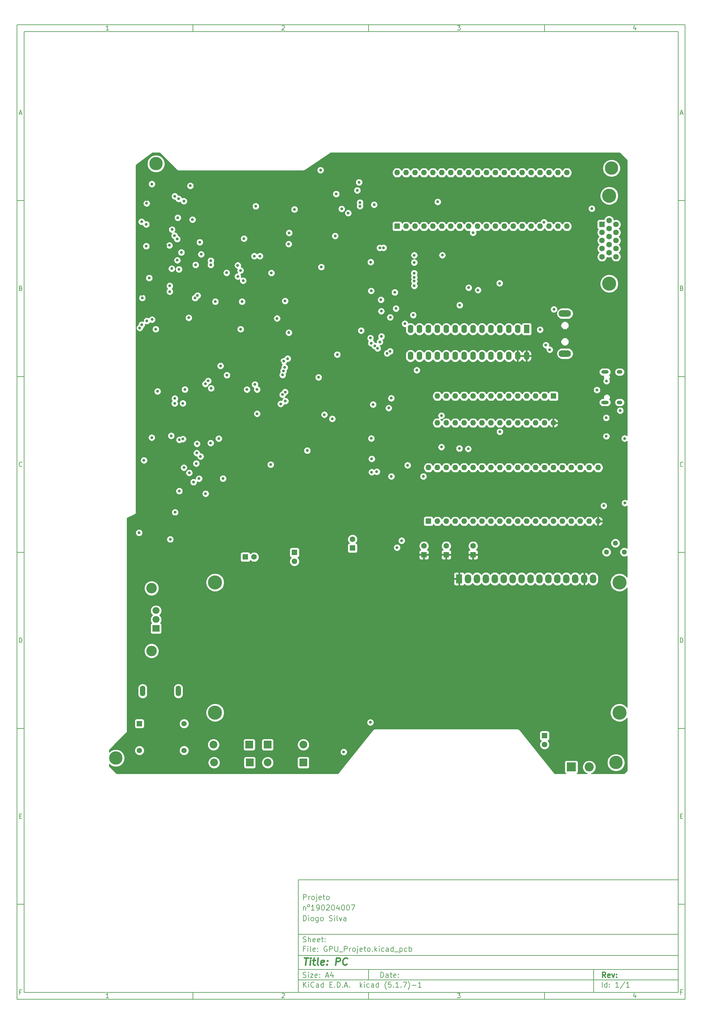
<source format=gbr>
%TF.GenerationSoftware,KiCad,Pcbnew,(5.1.7)-1*%
%TF.CreationDate,2021-02-02T03:53:03+00:00*%
%TF.ProjectId,GPU_Projeto,4750555f-5072-46f6-9a65-746f2e6b6963,rev?*%
%TF.SameCoordinates,Original*%
%TF.FileFunction,Copper,L2,Inr*%
%TF.FilePolarity,Positive*%
%FSLAX46Y46*%
G04 Gerber Fmt 4.6, Leading zero omitted, Abs format (unit mm)*
G04 Created by KiCad (PCBNEW (5.1.7)-1) date 2021-02-02 03:53:03*
%MOMM*%
%LPD*%
G01*
G04 APERTURE LIST*
%ADD10C,0.100000*%
%ADD11C,0.150000*%
%ADD12C,0.300000*%
%ADD13C,0.400000*%
%TA.AperFunction,ComponentPad*%
%ADD14C,1.520000*%
%TD*%
%TA.AperFunction,ComponentPad*%
%ADD15R,1.520000X1.520000*%
%TD*%
%TA.AperFunction,ComponentPad*%
%ADD16C,4.000000*%
%TD*%
%TA.AperFunction,ComponentPad*%
%ADD17C,1.600000*%
%TD*%
%TA.AperFunction,ComponentPad*%
%ADD18R,1.600000X1.600000*%
%TD*%
%TA.AperFunction,ComponentPad*%
%ADD19O,1.800000X2.600000*%
%TD*%
%TA.AperFunction,ComponentPad*%
%ADD20R,1.800000X2.600000*%
%TD*%
%TA.AperFunction,ComponentPad*%
%ADD21O,2.200000X2.200000*%
%TD*%
%TA.AperFunction,ComponentPad*%
%ADD22R,2.200000X2.200000*%
%TD*%
%TA.AperFunction,ComponentPad*%
%ADD23O,1.500000X3.000000*%
%TD*%
%TA.AperFunction,ComponentPad*%
%ADD24C,3.800000*%
%TD*%
%TA.AperFunction,ComponentPad*%
%ADD25C,3.000000*%
%TD*%
%TA.AperFunction,ComponentPad*%
%ADD26C,2.600000*%
%TD*%
%TA.AperFunction,ComponentPad*%
%ADD27R,2.600000X2.600000*%
%TD*%
%TA.AperFunction,ComponentPad*%
%ADD28C,1.440000*%
%TD*%
%TA.AperFunction,ComponentPad*%
%ADD29R,2.000000X1.905000*%
%TD*%
%TA.AperFunction,ComponentPad*%
%ADD30O,2.000000X1.905000*%
%TD*%
%TA.AperFunction,ComponentPad*%
%ADD31O,1.600000X1.600000*%
%TD*%
%TA.AperFunction,ComponentPad*%
%ADD32R,1.600000X2.400000*%
%TD*%
%TA.AperFunction,ComponentPad*%
%ADD33O,1.600000X2.400000*%
%TD*%
%TA.AperFunction,ComponentPad*%
%ADD34O,2.100000X1.000000*%
%TD*%
%TA.AperFunction,ComponentPad*%
%ADD35O,1.600000X1.000000*%
%TD*%
%TA.AperFunction,ComponentPad*%
%ADD36O,3.500000X1.900000*%
%TD*%
%TA.AperFunction,ViaPad*%
%ADD37C,0.800000*%
%TD*%
%TA.AperFunction,Conductor*%
%ADD38C,0.254000*%
%TD*%
%TA.AperFunction,Conductor*%
%ADD39C,0.100000*%
%TD*%
G04 APERTURE END LIST*
D10*
D11*
X90007200Y-253002200D02*
X90007200Y-285002200D01*
X198007200Y-285002200D01*
X198007200Y-253002200D01*
X90007200Y-253002200D01*
D10*
D11*
X10000000Y-10000000D02*
X10000000Y-287002200D01*
X200007200Y-287002200D01*
X200007200Y-10000000D01*
X10000000Y-10000000D01*
D10*
D11*
X12000000Y-12000000D02*
X12000000Y-285002200D01*
X198007200Y-285002200D01*
X198007200Y-12000000D01*
X12000000Y-12000000D01*
D10*
D11*
X60000000Y-12000000D02*
X60000000Y-10000000D01*
D10*
D11*
X110000000Y-12000000D02*
X110000000Y-10000000D01*
D10*
D11*
X160000000Y-12000000D02*
X160000000Y-10000000D01*
D10*
D11*
X36065476Y-11588095D02*
X35322619Y-11588095D01*
X35694047Y-11588095D02*
X35694047Y-10288095D01*
X35570238Y-10473809D01*
X35446428Y-10597619D01*
X35322619Y-10659523D01*
D10*
D11*
X85322619Y-10411904D02*
X85384523Y-10350000D01*
X85508333Y-10288095D01*
X85817857Y-10288095D01*
X85941666Y-10350000D01*
X86003571Y-10411904D01*
X86065476Y-10535714D01*
X86065476Y-10659523D01*
X86003571Y-10845238D01*
X85260714Y-11588095D01*
X86065476Y-11588095D01*
D10*
D11*
X135260714Y-10288095D02*
X136065476Y-10288095D01*
X135632142Y-10783333D01*
X135817857Y-10783333D01*
X135941666Y-10845238D01*
X136003571Y-10907142D01*
X136065476Y-11030952D01*
X136065476Y-11340476D01*
X136003571Y-11464285D01*
X135941666Y-11526190D01*
X135817857Y-11588095D01*
X135446428Y-11588095D01*
X135322619Y-11526190D01*
X135260714Y-11464285D01*
D10*
D11*
X185941666Y-10721428D02*
X185941666Y-11588095D01*
X185632142Y-10226190D02*
X185322619Y-11154761D01*
X186127380Y-11154761D01*
D10*
D11*
X60000000Y-285002200D02*
X60000000Y-287002200D01*
D10*
D11*
X110000000Y-285002200D02*
X110000000Y-287002200D01*
D10*
D11*
X160000000Y-285002200D02*
X160000000Y-287002200D01*
D10*
D11*
X36065476Y-286590295D02*
X35322619Y-286590295D01*
X35694047Y-286590295D02*
X35694047Y-285290295D01*
X35570238Y-285476009D01*
X35446428Y-285599819D01*
X35322619Y-285661723D01*
D10*
D11*
X85322619Y-285414104D02*
X85384523Y-285352200D01*
X85508333Y-285290295D01*
X85817857Y-285290295D01*
X85941666Y-285352200D01*
X86003571Y-285414104D01*
X86065476Y-285537914D01*
X86065476Y-285661723D01*
X86003571Y-285847438D01*
X85260714Y-286590295D01*
X86065476Y-286590295D01*
D10*
D11*
X135260714Y-285290295D02*
X136065476Y-285290295D01*
X135632142Y-285785533D01*
X135817857Y-285785533D01*
X135941666Y-285847438D01*
X136003571Y-285909342D01*
X136065476Y-286033152D01*
X136065476Y-286342676D01*
X136003571Y-286466485D01*
X135941666Y-286528390D01*
X135817857Y-286590295D01*
X135446428Y-286590295D01*
X135322619Y-286528390D01*
X135260714Y-286466485D01*
D10*
D11*
X185941666Y-285723628D02*
X185941666Y-286590295D01*
X185632142Y-285228390D02*
X185322619Y-286156961D01*
X186127380Y-286156961D01*
D10*
D11*
X10000000Y-60000000D02*
X12000000Y-60000000D01*
D10*
D11*
X10000000Y-110000000D02*
X12000000Y-110000000D01*
D10*
D11*
X10000000Y-160000000D02*
X12000000Y-160000000D01*
D10*
D11*
X10000000Y-210000000D02*
X12000000Y-210000000D01*
D10*
D11*
X10000000Y-260000000D02*
X12000000Y-260000000D01*
D10*
D11*
X10690476Y-35216666D02*
X11309523Y-35216666D01*
X10566666Y-35588095D02*
X11000000Y-34288095D01*
X11433333Y-35588095D01*
D10*
D11*
X11092857Y-84907142D02*
X11278571Y-84969047D01*
X11340476Y-85030952D01*
X11402380Y-85154761D01*
X11402380Y-85340476D01*
X11340476Y-85464285D01*
X11278571Y-85526190D01*
X11154761Y-85588095D01*
X10659523Y-85588095D01*
X10659523Y-84288095D01*
X11092857Y-84288095D01*
X11216666Y-84350000D01*
X11278571Y-84411904D01*
X11340476Y-84535714D01*
X11340476Y-84659523D01*
X11278571Y-84783333D01*
X11216666Y-84845238D01*
X11092857Y-84907142D01*
X10659523Y-84907142D01*
D10*
D11*
X11402380Y-135464285D02*
X11340476Y-135526190D01*
X11154761Y-135588095D01*
X11030952Y-135588095D01*
X10845238Y-135526190D01*
X10721428Y-135402380D01*
X10659523Y-135278571D01*
X10597619Y-135030952D01*
X10597619Y-134845238D01*
X10659523Y-134597619D01*
X10721428Y-134473809D01*
X10845238Y-134350000D01*
X11030952Y-134288095D01*
X11154761Y-134288095D01*
X11340476Y-134350000D01*
X11402380Y-134411904D01*
D10*
D11*
X10659523Y-185588095D02*
X10659523Y-184288095D01*
X10969047Y-184288095D01*
X11154761Y-184350000D01*
X11278571Y-184473809D01*
X11340476Y-184597619D01*
X11402380Y-184845238D01*
X11402380Y-185030952D01*
X11340476Y-185278571D01*
X11278571Y-185402380D01*
X11154761Y-185526190D01*
X10969047Y-185588095D01*
X10659523Y-185588095D01*
D10*
D11*
X10721428Y-234907142D02*
X11154761Y-234907142D01*
X11340476Y-235588095D02*
X10721428Y-235588095D01*
X10721428Y-234288095D01*
X11340476Y-234288095D01*
D10*
D11*
X11185714Y-284907142D02*
X10752380Y-284907142D01*
X10752380Y-285588095D02*
X10752380Y-284288095D01*
X11371428Y-284288095D01*
D10*
D11*
X200007200Y-60000000D02*
X198007200Y-60000000D01*
D10*
D11*
X200007200Y-110000000D02*
X198007200Y-110000000D01*
D10*
D11*
X200007200Y-160000000D02*
X198007200Y-160000000D01*
D10*
D11*
X200007200Y-210000000D02*
X198007200Y-210000000D01*
D10*
D11*
X200007200Y-260000000D02*
X198007200Y-260000000D01*
D10*
D11*
X198697676Y-35216666D02*
X199316723Y-35216666D01*
X198573866Y-35588095D02*
X199007200Y-34288095D01*
X199440533Y-35588095D01*
D10*
D11*
X199100057Y-84907142D02*
X199285771Y-84969047D01*
X199347676Y-85030952D01*
X199409580Y-85154761D01*
X199409580Y-85340476D01*
X199347676Y-85464285D01*
X199285771Y-85526190D01*
X199161961Y-85588095D01*
X198666723Y-85588095D01*
X198666723Y-84288095D01*
X199100057Y-84288095D01*
X199223866Y-84350000D01*
X199285771Y-84411904D01*
X199347676Y-84535714D01*
X199347676Y-84659523D01*
X199285771Y-84783333D01*
X199223866Y-84845238D01*
X199100057Y-84907142D01*
X198666723Y-84907142D01*
D10*
D11*
X199409580Y-135464285D02*
X199347676Y-135526190D01*
X199161961Y-135588095D01*
X199038152Y-135588095D01*
X198852438Y-135526190D01*
X198728628Y-135402380D01*
X198666723Y-135278571D01*
X198604819Y-135030952D01*
X198604819Y-134845238D01*
X198666723Y-134597619D01*
X198728628Y-134473809D01*
X198852438Y-134350000D01*
X199038152Y-134288095D01*
X199161961Y-134288095D01*
X199347676Y-134350000D01*
X199409580Y-134411904D01*
D10*
D11*
X198666723Y-185588095D02*
X198666723Y-184288095D01*
X198976247Y-184288095D01*
X199161961Y-184350000D01*
X199285771Y-184473809D01*
X199347676Y-184597619D01*
X199409580Y-184845238D01*
X199409580Y-185030952D01*
X199347676Y-185278571D01*
X199285771Y-185402380D01*
X199161961Y-185526190D01*
X198976247Y-185588095D01*
X198666723Y-185588095D01*
D10*
D11*
X198728628Y-234907142D02*
X199161961Y-234907142D01*
X199347676Y-235588095D02*
X198728628Y-235588095D01*
X198728628Y-234288095D01*
X199347676Y-234288095D01*
D10*
D11*
X199192914Y-284907142D02*
X198759580Y-284907142D01*
X198759580Y-285588095D02*
X198759580Y-284288095D01*
X199378628Y-284288095D01*
D10*
D11*
X113439342Y-280780771D02*
X113439342Y-279280771D01*
X113796485Y-279280771D01*
X114010771Y-279352200D01*
X114153628Y-279495057D01*
X114225057Y-279637914D01*
X114296485Y-279923628D01*
X114296485Y-280137914D01*
X114225057Y-280423628D01*
X114153628Y-280566485D01*
X114010771Y-280709342D01*
X113796485Y-280780771D01*
X113439342Y-280780771D01*
X115582200Y-280780771D02*
X115582200Y-279995057D01*
X115510771Y-279852200D01*
X115367914Y-279780771D01*
X115082200Y-279780771D01*
X114939342Y-279852200D01*
X115582200Y-280709342D02*
X115439342Y-280780771D01*
X115082200Y-280780771D01*
X114939342Y-280709342D01*
X114867914Y-280566485D01*
X114867914Y-280423628D01*
X114939342Y-280280771D01*
X115082200Y-280209342D01*
X115439342Y-280209342D01*
X115582200Y-280137914D01*
X116082200Y-279780771D02*
X116653628Y-279780771D01*
X116296485Y-279280771D02*
X116296485Y-280566485D01*
X116367914Y-280709342D01*
X116510771Y-280780771D01*
X116653628Y-280780771D01*
X117725057Y-280709342D02*
X117582200Y-280780771D01*
X117296485Y-280780771D01*
X117153628Y-280709342D01*
X117082200Y-280566485D01*
X117082200Y-279995057D01*
X117153628Y-279852200D01*
X117296485Y-279780771D01*
X117582200Y-279780771D01*
X117725057Y-279852200D01*
X117796485Y-279995057D01*
X117796485Y-280137914D01*
X117082200Y-280280771D01*
X118439342Y-280637914D02*
X118510771Y-280709342D01*
X118439342Y-280780771D01*
X118367914Y-280709342D01*
X118439342Y-280637914D01*
X118439342Y-280780771D01*
X118439342Y-279852200D02*
X118510771Y-279923628D01*
X118439342Y-279995057D01*
X118367914Y-279923628D01*
X118439342Y-279852200D01*
X118439342Y-279995057D01*
D10*
D11*
X90007200Y-281502200D02*
X198007200Y-281502200D01*
D10*
D11*
X91439342Y-283580771D02*
X91439342Y-282080771D01*
X92296485Y-283580771D02*
X91653628Y-282723628D01*
X92296485Y-282080771D02*
X91439342Y-282937914D01*
X92939342Y-283580771D02*
X92939342Y-282580771D01*
X92939342Y-282080771D02*
X92867914Y-282152200D01*
X92939342Y-282223628D01*
X93010771Y-282152200D01*
X92939342Y-282080771D01*
X92939342Y-282223628D01*
X94510771Y-283437914D02*
X94439342Y-283509342D01*
X94225057Y-283580771D01*
X94082200Y-283580771D01*
X93867914Y-283509342D01*
X93725057Y-283366485D01*
X93653628Y-283223628D01*
X93582200Y-282937914D01*
X93582200Y-282723628D01*
X93653628Y-282437914D01*
X93725057Y-282295057D01*
X93867914Y-282152200D01*
X94082200Y-282080771D01*
X94225057Y-282080771D01*
X94439342Y-282152200D01*
X94510771Y-282223628D01*
X95796485Y-283580771D02*
X95796485Y-282795057D01*
X95725057Y-282652200D01*
X95582200Y-282580771D01*
X95296485Y-282580771D01*
X95153628Y-282652200D01*
X95796485Y-283509342D02*
X95653628Y-283580771D01*
X95296485Y-283580771D01*
X95153628Y-283509342D01*
X95082200Y-283366485D01*
X95082200Y-283223628D01*
X95153628Y-283080771D01*
X95296485Y-283009342D01*
X95653628Y-283009342D01*
X95796485Y-282937914D01*
X97153628Y-283580771D02*
X97153628Y-282080771D01*
X97153628Y-283509342D02*
X97010771Y-283580771D01*
X96725057Y-283580771D01*
X96582200Y-283509342D01*
X96510771Y-283437914D01*
X96439342Y-283295057D01*
X96439342Y-282866485D01*
X96510771Y-282723628D01*
X96582200Y-282652200D01*
X96725057Y-282580771D01*
X97010771Y-282580771D01*
X97153628Y-282652200D01*
X99010771Y-282795057D02*
X99510771Y-282795057D01*
X99725057Y-283580771D02*
X99010771Y-283580771D01*
X99010771Y-282080771D01*
X99725057Y-282080771D01*
X100367914Y-283437914D02*
X100439342Y-283509342D01*
X100367914Y-283580771D01*
X100296485Y-283509342D01*
X100367914Y-283437914D01*
X100367914Y-283580771D01*
X101082200Y-283580771D02*
X101082200Y-282080771D01*
X101439342Y-282080771D01*
X101653628Y-282152200D01*
X101796485Y-282295057D01*
X101867914Y-282437914D01*
X101939342Y-282723628D01*
X101939342Y-282937914D01*
X101867914Y-283223628D01*
X101796485Y-283366485D01*
X101653628Y-283509342D01*
X101439342Y-283580771D01*
X101082200Y-283580771D01*
X102582200Y-283437914D02*
X102653628Y-283509342D01*
X102582200Y-283580771D01*
X102510771Y-283509342D01*
X102582200Y-283437914D01*
X102582200Y-283580771D01*
X103225057Y-283152200D02*
X103939342Y-283152200D01*
X103082200Y-283580771D02*
X103582200Y-282080771D01*
X104082200Y-283580771D01*
X104582200Y-283437914D02*
X104653628Y-283509342D01*
X104582200Y-283580771D01*
X104510771Y-283509342D01*
X104582200Y-283437914D01*
X104582200Y-283580771D01*
X107582200Y-283580771D02*
X107582200Y-282080771D01*
X107725057Y-283009342D02*
X108153628Y-283580771D01*
X108153628Y-282580771D02*
X107582200Y-283152200D01*
X108796485Y-283580771D02*
X108796485Y-282580771D01*
X108796485Y-282080771D02*
X108725057Y-282152200D01*
X108796485Y-282223628D01*
X108867914Y-282152200D01*
X108796485Y-282080771D01*
X108796485Y-282223628D01*
X110153628Y-283509342D02*
X110010771Y-283580771D01*
X109725057Y-283580771D01*
X109582200Y-283509342D01*
X109510771Y-283437914D01*
X109439342Y-283295057D01*
X109439342Y-282866485D01*
X109510771Y-282723628D01*
X109582200Y-282652200D01*
X109725057Y-282580771D01*
X110010771Y-282580771D01*
X110153628Y-282652200D01*
X111439342Y-283580771D02*
X111439342Y-282795057D01*
X111367914Y-282652200D01*
X111225057Y-282580771D01*
X110939342Y-282580771D01*
X110796485Y-282652200D01*
X111439342Y-283509342D02*
X111296485Y-283580771D01*
X110939342Y-283580771D01*
X110796485Y-283509342D01*
X110725057Y-283366485D01*
X110725057Y-283223628D01*
X110796485Y-283080771D01*
X110939342Y-283009342D01*
X111296485Y-283009342D01*
X111439342Y-282937914D01*
X112796485Y-283580771D02*
X112796485Y-282080771D01*
X112796485Y-283509342D02*
X112653628Y-283580771D01*
X112367914Y-283580771D01*
X112225057Y-283509342D01*
X112153628Y-283437914D01*
X112082200Y-283295057D01*
X112082200Y-282866485D01*
X112153628Y-282723628D01*
X112225057Y-282652200D01*
X112367914Y-282580771D01*
X112653628Y-282580771D01*
X112796485Y-282652200D01*
X115082200Y-284152200D02*
X115010771Y-284080771D01*
X114867914Y-283866485D01*
X114796485Y-283723628D01*
X114725057Y-283509342D01*
X114653628Y-283152200D01*
X114653628Y-282866485D01*
X114725057Y-282509342D01*
X114796485Y-282295057D01*
X114867914Y-282152200D01*
X115010771Y-281937914D01*
X115082200Y-281866485D01*
X116367914Y-282080771D02*
X115653628Y-282080771D01*
X115582200Y-282795057D01*
X115653628Y-282723628D01*
X115796485Y-282652200D01*
X116153628Y-282652200D01*
X116296485Y-282723628D01*
X116367914Y-282795057D01*
X116439342Y-282937914D01*
X116439342Y-283295057D01*
X116367914Y-283437914D01*
X116296485Y-283509342D01*
X116153628Y-283580771D01*
X115796485Y-283580771D01*
X115653628Y-283509342D01*
X115582200Y-283437914D01*
X117082200Y-283437914D02*
X117153628Y-283509342D01*
X117082200Y-283580771D01*
X117010771Y-283509342D01*
X117082200Y-283437914D01*
X117082200Y-283580771D01*
X118582200Y-283580771D02*
X117725057Y-283580771D01*
X118153628Y-283580771D02*
X118153628Y-282080771D01*
X118010771Y-282295057D01*
X117867914Y-282437914D01*
X117725057Y-282509342D01*
X119225057Y-283437914D02*
X119296485Y-283509342D01*
X119225057Y-283580771D01*
X119153628Y-283509342D01*
X119225057Y-283437914D01*
X119225057Y-283580771D01*
X119796485Y-282080771D02*
X120796485Y-282080771D01*
X120153628Y-283580771D01*
X121225057Y-284152200D02*
X121296485Y-284080771D01*
X121439342Y-283866485D01*
X121510771Y-283723628D01*
X121582200Y-283509342D01*
X121653628Y-283152200D01*
X121653628Y-282866485D01*
X121582200Y-282509342D01*
X121510771Y-282295057D01*
X121439342Y-282152200D01*
X121296485Y-281937914D01*
X121225057Y-281866485D01*
X122367914Y-283009342D02*
X123510771Y-283009342D01*
X125010771Y-283580771D02*
X124153628Y-283580771D01*
X124582200Y-283580771D02*
X124582200Y-282080771D01*
X124439342Y-282295057D01*
X124296485Y-282437914D01*
X124153628Y-282509342D01*
D10*
D11*
X90007200Y-278502200D02*
X198007200Y-278502200D01*
D10*
D12*
X177416485Y-280780771D02*
X176916485Y-280066485D01*
X176559342Y-280780771D02*
X176559342Y-279280771D01*
X177130771Y-279280771D01*
X177273628Y-279352200D01*
X177345057Y-279423628D01*
X177416485Y-279566485D01*
X177416485Y-279780771D01*
X177345057Y-279923628D01*
X177273628Y-279995057D01*
X177130771Y-280066485D01*
X176559342Y-280066485D01*
X178630771Y-280709342D02*
X178487914Y-280780771D01*
X178202200Y-280780771D01*
X178059342Y-280709342D01*
X177987914Y-280566485D01*
X177987914Y-279995057D01*
X178059342Y-279852200D01*
X178202200Y-279780771D01*
X178487914Y-279780771D01*
X178630771Y-279852200D01*
X178702200Y-279995057D01*
X178702200Y-280137914D01*
X177987914Y-280280771D01*
X179202200Y-279780771D02*
X179559342Y-280780771D01*
X179916485Y-279780771D01*
X180487914Y-280637914D02*
X180559342Y-280709342D01*
X180487914Y-280780771D01*
X180416485Y-280709342D01*
X180487914Y-280637914D01*
X180487914Y-280780771D01*
X180487914Y-279852200D02*
X180559342Y-279923628D01*
X180487914Y-279995057D01*
X180416485Y-279923628D01*
X180487914Y-279852200D01*
X180487914Y-279995057D01*
D10*
D11*
X91367914Y-280709342D02*
X91582200Y-280780771D01*
X91939342Y-280780771D01*
X92082200Y-280709342D01*
X92153628Y-280637914D01*
X92225057Y-280495057D01*
X92225057Y-280352200D01*
X92153628Y-280209342D01*
X92082200Y-280137914D01*
X91939342Y-280066485D01*
X91653628Y-279995057D01*
X91510771Y-279923628D01*
X91439342Y-279852200D01*
X91367914Y-279709342D01*
X91367914Y-279566485D01*
X91439342Y-279423628D01*
X91510771Y-279352200D01*
X91653628Y-279280771D01*
X92010771Y-279280771D01*
X92225057Y-279352200D01*
X92867914Y-280780771D02*
X92867914Y-279780771D01*
X92867914Y-279280771D02*
X92796485Y-279352200D01*
X92867914Y-279423628D01*
X92939342Y-279352200D01*
X92867914Y-279280771D01*
X92867914Y-279423628D01*
X93439342Y-279780771D02*
X94225057Y-279780771D01*
X93439342Y-280780771D01*
X94225057Y-280780771D01*
X95367914Y-280709342D02*
X95225057Y-280780771D01*
X94939342Y-280780771D01*
X94796485Y-280709342D01*
X94725057Y-280566485D01*
X94725057Y-279995057D01*
X94796485Y-279852200D01*
X94939342Y-279780771D01*
X95225057Y-279780771D01*
X95367914Y-279852200D01*
X95439342Y-279995057D01*
X95439342Y-280137914D01*
X94725057Y-280280771D01*
X96082200Y-280637914D02*
X96153628Y-280709342D01*
X96082200Y-280780771D01*
X96010771Y-280709342D01*
X96082200Y-280637914D01*
X96082200Y-280780771D01*
X96082200Y-279852200D02*
X96153628Y-279923628D01*
X96082200Y-279995057D01*
X96010771Y-279923628D01*
X96082200Y-279852200D01*
X96082200Y-279995057D01*
X97867914Y-280352200D02*
X98582200Y-280352200D01*
X97725057Y-280780771D02*
X98225057Y-279280771D01*
X98725057Y-280780771D01*
X99867914Y-279780771D02*
X99867914Y-280780771D01*
X99510771Y-279209342D02*
X99153628Y-280280771D01*
X100082200Y-280280771D01*
D10*
D11*
X176439342Y-283580771D02*
X176439342Y-282080771D01*
X177796485Y-283580771D02*
X177796485Y-282080771D01*
X177796485Y-283509342D02*
X177653628Y-283580771D01*
X177367914Y-283580771D01*
X177225057Y-283509342D01*
X177153628Y-283437914D01*
X177082200Y-283295057D01*
X177082200Y-282866485D01*
X177153628Y-282723628D01*
X177225057Y-282652200D01*
X177367914Y-282580771D01*
X177653628Y-282580771D01*
X177796485Y-282652200D01*
X178510771Y-283437914D02*
X178582200Y-283509342D01*
X178510771Y-283580771D01*
X178439342Y-283509342D01*
X178510771Y-283437914D01*
X178510771Y-283580771D01*
X178510771Y-282652200D02*
X178582200Y-282723628D01*
X178510771Y-282795057D01*
X178439342Y-282723628D01*
X178510771Y-282652200D01*
X178510771Y-282795057D01*
X181153628Y-283580771D02*
X180296485Y-283580771D01*
X180725057Y-283580771D02*
X180725057Y-282080771D01*
X180582200Y-282295057D01*
X180439342Y-282437914D01*
X180296485Y-282509342D01*
X182867914Y-282009342D02*
X181582200Y-283937914D01*
X184153628Y-283580771D02*
X183296485Y-283580771D01*
X183725057Y-283580771D02*
X183725057Y-282080771D01*
X183582200Y-282295057D01*
X183439342Y-282437914D01*
X183296485Y-282509342D01*
D10*
D11*
X90007200Y-274502200D02*
X198007200Y-274502200D01*
D10*
D13*
X91719580Y-275206961D02*
X92862438Y-275206961D01*
X92041009Y-277206961D02*
X92291009Y-275206961D01*
X93279104Y-277206961D02*
X93445771Y-275873628D01*
X93529104Y-275206961D02*
X93421961Y-275302200D01*
X93505295Y-275397438D01*
X93612438Y-275302200D01*
X93529104Y-275206961D01*
X93505295Y-275397438D01*
X94112438Y-275873628D02*
X94874342Y-275873628D01*
X94481485Y-275206961D02*
X94267200Y-276921247D01*
X94338628Y-277111723D01*
X94517200Y-277206961D01*
X94707676Y-277206961D01*
X95660057Y-277206961D02*
X95481485Y-277111723D01*
X95410057Y-276921247D01*
X95624342Y-275206961D01*
X97195771Y-277111723D02*
X96993390Y-277206961D01*
X96612438Y-277206961D01*
X96433866Y-277111723D01*
X96362438Y-276921247D01*
X96457676Y-276159342D01*
X96576723Y-275968866D01*
X96779104Y-275873628D01*
X97160057Y-275873628D01*
X97338628Y-275968866D01*
X97410057Y-276159342D01*
X97386247Y-276349819D01*
X96410057Y-276540295D01*
X98160057Y-277016485D02*
X98243390Y-277111723D01*
X98136247Y-277206961D01*
X98052914Y-277111723D01*
X98160057Y-277016485D01*
X98136247Y-277206961D01*
X98291009Y-275968866D02*
X98374342Y-276064104D01*
X98267200Y-276159342D01*
X98183866Y-276064104D01*
X98291009Y-275968866D01*
X98267200Y-276159342D01*
X100612438Y-277206961D02*
X100862438Y-275206961D01*
X101624342Y-275206961D01*
X101802914Y-275302200D01*
X101886247Y-275397438D01*
X101957676Y-275587914D01*
X101921961Y-275873628D01*
X101802914Y-276064104D01*
X101695771Y-276159342D01*
X101493390Y-276254580D01*
X100731485Y-276254580D01*
X103779104Y-277016485D02*
X103671961Y-277111723D01*
X103374342Y-277206961D01*
X103183866Y-277206961D01*
X102910057Y-277111723D01*
X102743390Y-276921247D01*
X102671961Y-276730771D01*
X102624342Y-276349819D01*
X102660057Y-276064104D01*
X102802914Y-275683152D01*
X102921961Y-275492676D01*
X103136247Y-275302200D01*
X103433866Y-275206961D01*
X103624342Y-275206961D01*
X103898152Y-275302200D01*
X103981485Y-275397438D01*
D10*
D11*
X91939342Y-272595057D02*
X91439342Y-272595057D01*
X91439342Y-273380771D02*
X91439342Y-271880771D01*
X92153628Y-271880771D01*
X92725057Y-273380771D02*
X92725057Y-272380771D01*
X92725057Y-271880771D02*
X92653628Y-271952200D01*
X92725057Y-272023628D01*
X92796485Y-271952200D01*
X92725057Y-271880771D01*
X92725057Y-272023628D01*
X93653628Y-273380771D02*
X93510771Y-273309342D01*
X93439342Y-273166485D01*
X93439342Y-271880771D01*
X94796485Y-273309342D02*
X94653628Y-273380771D01*
X94367914Y-273380771D01*
X94225057Y-273309342D01*
X94153628Y-273166485D01*
X94153628Y-272595057D01*
X94225057Y-272452200D01*
X94367914Y-272380771D01*
X94653628Y-272380771D01*
X94796485Y-272452200D01*
X94867914Y-272595057D01*
X94867914Y-272737914D01*
X94153628Y-272880771D01*
X95510771Y-273237914D02*
X95582200Y-273309342D01*
X95510771Y-273380771D01*
X95439342Y-273309342D01*
X95510771Y-273237914D01*
X95510771Y-273380771D01*
X95510771Y-272452200D02*
X95582200Y-272523628D01*
X95510771Y-272595057D01*
X95439342Y-272523628D01*
X95510771Y-272452200D01*
X95510771Y-272595057D01*
X98153628Y-271952200D02*
X98010771Y-271880771D01*
X97796485Y-271880771D01*
X97582200Y-271952200D01*
X97439342Y-272095057D01*
X97367914Y-272237914D01*
X97296485Y-272523628D01*
X97296485Y-272737914D01*
X97367914Y-273023628D01*
X97439342Y-273166485D01*
X97582200Y-273309342D01*
X97796485Y-273380771D01*
X97939342Y-273380771D01*
X98153628Y-273309342D01*
X98225057Y-273237914D01*
X98225057Y-272737914D01*
X97939342Y-272737914D01*
X98867914Y-273380771D02*
X98867914Y-271880771D01*
X99439342Y-271880771D01*
X99582200Y-271952200D01*
X99653628Y-272023628D01*
X99725057Y-272166485D01*
X99725057Y-272380771D01*
X99653628Y-272523628D01*
X99582200Y-272595057D01*
X99439342Y-272666485D01*
X98867914Y-272666485D01*
X100367914Y-271880771D02*
X100367914Y-273095057D01*
X100439342Y-273237914D01*
X100510771Y-273309342D01*
X100653628Y-273380771D01*
X100939342Y-273380771D01*
X101082200Y-273309342D01*
X101153628Y-273237914D01*
X101225057Y-273095057D01*
X101225057Y-271880771D01*
X101582200Y-273523628D02*
X102725057Y-273523628D01*
X103082200Y-273380771D02*
X103082200Y-271880771D01*
X103653628Y-271880771D01*
X103796485Y-271952200D01*
X103867914Y-272023628D01*
X103939342Y-272166485D01*
X103939342Y-272380771D01*
X103867914Y-272523628D01*
X103796485Y-272595057D01*
X103653628Y-272666485D01*
X103082200Y-272666485D01*
X104582200Y-273380771D02*
X104582200Y-272380771D01*
X104582200Y-272666485D02*
X104653628Y-272523628D01*
X104725057Y-272452200D01*
X104867914Y-272380771D01*
X105010771Y-272380771D01*
X105725057Y-273380771D02*
X105582200Y-273309342D01*
X105510771Y-273237914D01*
X105439342Y-273095057D01*
X105439342Y-272666485D01*
X105510771Y-272523628D01*
X105582200Y-272452200D01*
X105725057Y-272380771D01*
X105939342Y-272380771D01*
X106082200Y-272452200D01*
X106153628Y-272523628D01*
X106225057Y-272666485D01*
X106225057Y-273095057D01*
X106153628Y-273237914D01*
X106082200Y-273309342D01*
X105939342Y-273380771D01*
X105725057Y-273380771D01*
X106867914Y-272380771D02*
X106867914Y-273666485D01*
X106796485Y-273809342D01*
X106653628Y-273880771D01*
X106582200Y-273880771D01*
X106867914Y-271880771D02*
X106796485Y-271952200D01*
X106867914Y-272023628D01*
X106939342Y-271952200D01*
X106867914Y-271880771D01*
X106867914Y-272023628D01*
X108153628Y-273309342D02*
X108010771Y-273380771D01*
X107725057Y-273380771D01*
X107582200Y-273309342D01*
X107510771Y-273166485D01*
X107510771Y-272595057D01*
X107582200Y-272452200D01*
X107725057Y-272380771D01*
X108010771Y-272380771D01*
X108153628Y-272452200D01*
X108225057Y-272595057D01*
X108225057Y-272737914D01*
X107510771Y-272880771D01*
X108653628Y-272380771D02*
X109225057Y-272380771D01*
X108867914Y-271880771D02*
X108867914Y-273166485D01*
X108939342Y-273309342D01*
X109082200Y-273380771D01*
X109225057Y-273380771D01*
X109939342Y-273380771D02*
X109796485Y-273309342D01*
X109725057Y-273237914D01*
X109653628Y-273095057D01*
X109653628Y-272666485D01*
X109725057Y-272523628D01*
X109796485Y-272452200D01*
X109939342Y-272380771D01*
X110153628Y-272380771D01*
X110296485Y-272452200D01*
X110367914Y-272523628D01*
X110439342Y-272666485D01*
X110439342Y-273095057D01*
X110367914Y-273237914D01*
X110296485Y-273309342D01*
X110153628Y-273380771D01*
X109939342Y-273380771D01*
X111082200Y-273237914D02*
X111153628Y-273309342D01*
X111082200Y-273380771D01*
X111010771Y-273309342D01*
X111082200Y-273237914D01*
X111082200Y-273380771D01*
X111796485Y-273380771D02*
X111796485Y-271880771D01*
X111939342Y-272809342D02*
X112367914Y-273380771D01*
X112367914Y-272380771D02*
X111796485Y-272952200D01*
X113010771Y-273380771D02*
X113010771Y-272380771D01*
X113010771Y-271880771D02*
X112939342Y-271952200D01*
X113010771Y-272023628D01*
X113082200Y-271952200D01*
X113010771Y-271880771D01*
X113010771Y-272023628D01*
X114367914Y-273309342D02*
X114225057Y-273380771D01*
X113939342Y-273380771D01*
X113796485Y-273309342D01*
X113725057Y-273237914D01*
X113653628Y-273095057D01*
X113653628Y-272666485D01*
X113725057Y-272523628D01*
X113796485Y-272452200D01*
X113939342Y-272380771D01*
X114225057Y-272380771D01*
X114367914Y-272452200D01*
X115653628Y-273380771D02*
X115653628Y-272595057D01*
X115582200Y-272452200D01*
X115439342Y-272380771D01*
X115153628Y-272380771D01*
X115010771Y-272452200D01*
X115653628Y-273309342D02*
X115510771Y-273380771D01*
X115153628Y-273380771D01*
X115010771Y-273309342D01*
X114939342Y-273166485D01*
X114939342Y-273023628D01*
X115010771Y-272880771D01*
X115153628Y-272809342D01*
X115510771Y-272809342D01*
X115653628Y-272737914D01*
X117010771Y-273380771D02*
X117010771Y-271880771D01*
X117010771Y-273309342D02*
X116867914Y-273380771D01*
X116582200Y-273380771D01*
X116439342Y-273309342D01*
X116367914Y-273237914D01*
X116296485Y-273095057D01*
X116296485Y-272666485D01*
X116367914Y-272523628D01*
X116439342Y-272452200D01*
X116582200Y-272380771D01*
X116867914Y-272380771D01*
X117010771Y-272452200D01*
X117367914Y-273523628D02*
X118510771Y-273523628D01*
X118867914Y-272380771D02*
X118867914Y-273880771D01*
X118867914Y-272452200D02*
X119010771Y-272380771D01*
X119296485Y-272380771D01*
X119439342Y-272452200D01*
X119510771Y-272523628D01*
X119582200Y-272666485D01*
X119582200Y-273095057D01*
X119510771Y-273237914D01*
X119439342Y-273309342D01*
X119296485Y-273380771D01*
X119010771Y-273380771D01*
X118867914Y-273309342D01*
X120867914Y-273309342D02*
X120725057Y-273380771D01*
X120439342Y-273380771D01*
X120296485Y-273309342D01*
X120225057Y-273237914D01*
X120153628Y-273095057D01*
X120153628Y-272666485D01*
X120225057Y-272523628D01*
X120296485Y-272452200D01*
X120439342Y-272380771D01*
X120725057Y-272380771D01*
X120867914Y-272452200D01*
X121510771Y-273380771D02*
X121510771Y-271880771D01*
X121510771Y-272452200D02*
X121653628Y-272380771D01*
X121939342Y-272380771D01*
X122082200Y-272452200D01*
X122153628Y-272523628D01*
X122225057Y-272666485D01*
X122225057Y-273095057D01*
X122153628Y-273237914D01*
X122082200Y-273309342D01*
X121939342Y-273380771D01*
X121653628Y-273380771D01*
X121510771Y-273309342D01*
D10*
D11*
X90007200Y-268502200D02*
X198007200Y-268502200D01*
D10*
D11*
X91367914Y-270609342D02*
X91582200Y-270680771D01*
X91939342Y-270680771D01*
X92082200Y-270609342D01*
X92153628Y-270537914D01*
X92225057Y-270395057D01*
X92225057Y-270252200D01*
X92153628Y-270109342D01*
X92082200Y-270037914D01*
X91939342Y-269966485D01*
X91653628Y-269895057D01*
X91510771Y-269823628D01*
X91439342Y-269752200D01*
X91367914Y-269609342D01*
X91367914Y-269466485D01*
X91439342Y-269323628D01*
X91510771Y-269252200D01*
X91653628Y-269180771D01*
X92010771Y-269180771D01*
X92225057Y-269252200D01*
X92867914Y-270680771D02*
X92867914Y-269180771D01*
X93510771Y-270680771D02*
X93510771Y-269895057D01*
X93439342Y-269752200D01*
X93296485Y-269680771D01*
X93082200Y-269680771D01*
X92939342Y-269752200D01*
X92867914Y-269823628D01*
X94796485Y-270609342D02*
X94653628Y-270680771D01*
X94367914Y-270680771D01*
X94225057Y-270609342D01*
X94153628Y-270466485D01*
X94153628Y-269895057D01*
X94225057Y-269752200D01*
X94367914Y-269680771D01*
X94653628Y-269680771D01*
X94796485Y-269752200D01*
X94867914Y-269895057D01*
X94867914Y-270037914D01*
X94153628Y-270180771D01*
X96082200Y-270609342D02*
X95939342Y-270680771D01*
X95653628Y-270680771D01*
X95510771Y-270609342D01*
X95439342Y-270466485D01*
X95439342Y-269895057D01*
X95510771Y-269752200D01*
X95653628Y-269680771D01*
X95939342Y-269680771D01*
X96082200Y-269752200D01*
X96153628Y-269895057D01*
X96153628Y-270037914D01*
X95439342Y-270180771D01*
X96582200Y-269680771D02*
X97153628Y-269680771D01*
X96796485Y-269180771D02*
X96796485Y-270466485D01*
X96867914Y-270609342D01*
X97010771Y-270680771D01*
X97153628Y-270680771D01*
X97653628Y-270537914D02*
X97725057Y-270609342D01*
X97653628Y-270680771D01*
X97582200Y-270609342D01*
X97653628Y-270537914D01*
X97653628Y-270680771D01*
X97653628Y-269752200D02*
X97725057Y-269823628D01*
X97653628Y-269895057D01*
X97582200Y-269823628D01*
X97653628Y-269752200D01*
X97653628Y-269895057D01*
D10*
D11*
X91439342Y-264680771D02*
X91439342Y-263180771D01*
X91796485Y-263180771D01*
X92010771Y-263252200D01*
X92153628Y-263395057D01*
X92225057Y-263537914D01*
X92296485Y-263823628D01*
X92296485Y-264037914D01*
X92225057Y-264323628D01*
X92153628Y-264466485D01*
X92010771Y-264609342D01*
X91796485Y-264680771D01*
X91439342Y-264680771D01*
X92939342Y-264680771D02*
X92939342Y-263680771D01*
X92939342Y-263180771D02*
X92867914Y-263252200D01*
X92939342Y-263323628D01*
X93010771Y-263252200D01*
X92939342Y-263180771D01*
X92939342Y-263323628D01*
X93867914Y-264680771D02*
X93725057Y-264609342D01*
X93653628Y-264537914D01*
X93582200Y-264395057D01*
X93582200Y-263966485D01*
X93653628Y-263823628D01*
X93725057Y-263752200D01*
X93867914Y-263680771D01*
X94082200Y-263680771D01*
X94225057Y-263752200D01*
X94296485Y-263823628D01*
X94367914Y-263966485D01*
X94367914Y-264395057D01*
X94296485Y-264537914D01*
X94225057Y-264609342D01*
X94082200Y-264680771D01*
X93867914Y-264680771D01*
X95653628Y-263680771D02*
X95653628Y-264895057D01*
X95582200Y-265037914D01*
X95510771Y-265109342D01*
X95367914Y-265180771D01*
X95153628Y-265180771D01*
X95010771Y-265109342D01*
X95653628Y-264609342D02*
X95510771Y-264680771D01*
X95225057Y-264680771D01*
X95082200Y-264609342D01*
X95010771Y-264537914D01*
X94939342Y-264395057D01*
X94939342Y-263966485D01*
X95010771Y-263823628D01*
X95082200Y-263752200D01*
X95225057Y-263680771D01*
X95510771Y-263680771D01*
X95653628Y-263752200D01*
X96582200Y-264680771D02*
X96439342Y-264609342D01*
X96367914Y-264537914D01*
X96296485Y-264395057D01*
X96296485Y-263966485D01*
X96367914Y-263823628D01*
X96439342Y-263752200D01*
X96582200Y-263680771D01*
X96796485Y-263680771D01*
X96939342Y-263752200D01*
X97010771Y-263823628D01*
X97082200Y-263966485D01*
X97082200Y-264395057D01*
X97010771Y-264537914D01*
X96939342Y-264609342D01*
X96796485Y-264680771D01*
X96582200Y-264680771D01*
X98796485Y-264609342D02*
X99010771Y-264680771D01*
X99367914Y-264680771D01*
X99510771Y-264609342D01*
X99582200Y-264537914D01*
X99653628Y-264395057D01*
X99653628Y-264252200D01*
X99582200Y-264109342D01*
X99510771Y-264037914D01*
X99367914Y-263966485D01*
X99082200Y-263895057D01*
X98939342Y-263823628D01*
X98867914Y-263752200D01*
X98796485Y-263609342D01*
X98796485Y-263466485D01*
X98867914Y-263323628D01*
X98939342Y-263252200D01*
X99082200Y-263180771D01*
X99439342Y-263180771D01*
X99653628Y-263252200D01*
X100296485Y-264680771D02*
X100296485Y-263680771D01*
X100296485Y-263180771D02*
X100225057Y-263252200D01*
X100296485Y-263323628D01*
X100367914Y-263252200D01*
X100296485Y-263180771D01*
X100296485Y-263323628D01*
X101225057Y-264680771D02*
X101082200Y-264609342D01*
X101010771Y-264466485D01*
X101010771Y-263180771D01*
X101653628Y-263680771D02*
X102010771Y-264680771D01*
X102367914Y-263680771D01*
X103582200Y-264680771D02*
X103582200Y-263895057D01*
X103510771Y-263752200D01*
X103367914Y-263680771D01*
X103082200Y-263680771D01*
X102939342Y-263752200D01*
X103582200Y-264609342D02*
X103439342Y-264680771D01*
X103082200Y-264680771D01*
X102939342Y-264609342D01*
X102867914Y-264466485D01*
X102867914Y-264323628D01*
X102939342Y-264180771D01*
X103082200Y-264109342D01*
X103439342Y-264109342D01*
X103582200Y-264037914D01*
D10*
D11*
X91439342Y-260680771D02*
X91439342Y-261680771D01*
X91439342Y-260823628D02*
X91510771Y-260752200D01*
X91653628Y-260680771D01*
X91867914Y-260680771D01*
X92010771Y-260752200D01*
X92082200Y-260895057D01*
X92082200Y-261680771D01*
X92867914Y-260752200D02*
X92725057Y-260680771D01*
X92653628Y-260537914D01*
X92653628Y-260252200D01*
X92725057Y-260109342D01*
X92867914Y-260037914D01*
X93010771Y-260037914D01*
X93153628Y-260109342D01*
X93225057Y-260252200D01*
X93225057Y-260537914D01*
X93153628Y-260680771D01*
X93010771Y-260752200D01*
X92867914Y-260752200D01*
X94582200Y-261680771D02*
X93725057Y-261680771D01*
X94153628Y-261680771D02*
X94153628Y-260180771D01*
X94010771Y-260395057D01*
X93867914Y-260537914D01*
X93725057Y-260609342D01*
X95296485Y-261680771D02*
X95582200Y-261680771D01*
X95725057Y-261609342D01*
X95796485Y-261537914D01*
X95939342Y-261323628D01*
X96010771Y-261037914D01*
X96010771Y-260466485D01*
X95939342Y-260323628D01*
X95867914Y-260252200D01*
X95725057Y-260180771D01*
X95439342Y-260180771D01*
X95296485Y-260252200D01*
X95225057Y-260323628D01*
X95153628Y-260466485D01*
X95153628Y-260823628D01*
X95225057Y-260966485D01*
X95296485Y-261037914D01*
X95439342Y-261109342D01*
X95725057Y-261109342D01*
X95867914Y-261037914D01*
X95939342Y-260966485D01*
X96010771Y-260823628D01*
X96939342Y-260180771D02*
X97082200Y-260180771D01*
X97225057Y-260252200D01*
X97296485Y-260323628D01*
X97367914Y-260466485D01*
X97439342Y-260752200D01*
X97439342Y-261109342D01*
X97367914Y-261395057D01*
X97296485Y-261537914D01*
X97225057Y-261609342D01*
X97082200Y-261680771D01*
X96939342Y-261680771D01*
X96796485Y-261609342D01*
X96725057Y-261537914D01*
X96653628Y-261395057D01*
X96582200Y-261109342D01*
X96582200Y-260752200D01*
X96653628Y-260466485D01*
X96725057Y-260323628D01*
X96796485Y-260252200D01*
X96939342Y-260180771D01*
X98010771Y-260323628D02*
X98082200Y-260252200D01*
X98225057Y-260180771D01*
X98582200Y-260180771D01*
X98725057Y-260252200D01*
X98796485Y-260323628D01*
X98867914Y-260466485D01*
X98867914Y-260609342D01*
X98796485Y-260823628D01*
X97939342Y-261680771D01*
X98867914Y-261680771D01*
X99796485Y-260180771D02*
X99939342Y-260180771D01*
X100082200Y-260252200D01*
X100153628Y-260323628D01*
X100225057Y-260466485D01*
X100296485Y-260752200D01*
X100296485Y-261109342D01*
X100225057Y-261395057D01*
X100153628Y-261537914D01*
X100082200Y-261609342D01*
X99939342Y-261680771D01*
X99796485Y-261680771D01*
X99653628Y-261609342D01*
X99582200Y-261537914D01*
X99510771Y-261395057D01*
X99439342Y-261109342D01*
X99439342Y-260752200D01*
X99510771Y-260466485D01*
X99582200Y-260323628D01*
X99653628Y-260252200D01*
X99796485Y-260180771D01*
X101582200Y-260680771D02*
X101582200Y-261680771D01*
X101225057Y-260109342D02*
X100867914Y-261180771D01*
X101796485Y-261180771D01*
X102653628Y-260180771D02*
X102796485Y-260180771D01*
X102939342Y-260252200D01*
X103010771Y-260323628D01*
X103082200Y-260466485D01*
X103153628Y-260752200D01*
X103153628Y-261109342D01*
X103082200Y-261395057D01*
X103010771Y-261537914D01*
X102939342Y-261609342D01*
X102796485Y-261680771D01*
X102653628Y-261680771D01*
X102510771Y-261609342D01*
X102439342Y-261537914D01*
X102367914Y-261395057D01*
X102296485Y-261109342D01*
X102296485Y-260752200D01*
X102367914Y-260466485D01*
X102439342Y-260323628D01*
X102510771Y-260252200D01*
X102653628Y-260180771D01*
X104082200Y-260180771D02*
X104225057Y-260180771D01*
X104367914Y-260252200D01*
X104439342Y-260323628D01*
X104510771Y-260466485D01*
X104582200Y-260752200D01*
X104582200Y-261109342D01*
X104510771Y-261395057D01*
X104439342Y-261537914D01*
X104367914Y-261609342D01*
X104225057Y-261680771D01*
X104082200Y-261680771D01*
X103939342Y-261609342D01*
X103867914Y-261537914D01*
X103796485Y-261395057D01*
X103725057Y-261109342D01*
X103725057Y-260752200D01*
X103796485Y-260466485D01*
X103867914Y-260323628D01*
X103939342Y-260252200D01*
X104082200Y-260180771D01*
X105082200Y-260180771D02*
X106082200Y-260180771D01*
X105439342Y-261680771D01*
D10*
D11*
X91439342Y-258680771D02*
X91439342Y-257180771D01*
X92010771Y-257180771D01*
X92153628Y-257252200D01*
X92225057Y-257323628D01*
X92296485Y-257466485D01*
X92296485Y-257680771D01*
X92225057Y-257823628D01*
X92153628Y-257895057D01*
X92010771Y-257966485D01*
X91439342Y-257966485D01*
X92939342Y-258680771D02*
X92939342Y-257680771D01*
X92939342Y-257966485D02*
X93010771Y-257823628D01*
X93082200Y-257752200D01*
X93225057Y-257680771D01*
X93367914Y-257680771D01*
X94082200Y-258680771D02*
X93939342Y-258609342D01*
X93867914Y-258537914D01*
X93796485Y-258395057D01*
X93796485Y-257966485D01*
X93867914Y-257823628D01*
X93939342Y-257752200D01*
X94082200Y-257680771D01*
X94296485Y-257680771D01*
X94439342Y-257752200D01*
X94510771Y-257823628D01*
X94582200Y-257966485D01*
X94582200Y-258395057D01*
X94510771Y-258537914D01*
X94439342Y-258609342D01*
X94296485Y-258680771D01*
X94082200Y-258680771D01*
X95225057Y-257680771D02*
X95225057Y-258966485D01*
X95153628Y-259109342D01*
X95010771Y-259180771D01*
X94939342Y-259180771D01*
X95225057Y-257180771D02*
X95153628Y-257252200D01*
X95225057Y-257323628D01*
X95296485Y-257252200D01*
X95225057Y-257180771D01*
X95225057Y-257323628D01*
X96510771Y-258609342D02*
X96367914Y-258680771D01*
X96082200Y-258680771D01*
X95939342Y-258609342D01*
X95867914Y-258466485D01*
X95867914Y-257895057D01*
X95939342Y-257752200D01*
X96082200Y-257680771D01*
X96367914Y-257680771D01*
X96510771Y-257752200D01*
X96582200Y-257895057D01*
X96582200Y-258037914D01*
X95867914Y-258180771D01*
X97010771Y-257680771D02*
X97582200Y-257680771D01*
X97225057Y-257180771D02*
X97225057Y-258466485D01*
X97296485Y-258609342D01*
X97439342Y-258680771D01*
X97582200Y-258680771D01*
X98296485Y-258680771D02*
X98153628Y-258609342D01*
X98082200Y-258537914D01*
X98010771Y-258395057D01*
X98010771Y-257966485D01*
X98082200Y-257823628D01*
X98153628Y-257752200D01*
X98296485Y-257680771D01*
X98510771Y-257680771D01*
X98653628Y-257752200D01*
X98725057Y-257823628D01*
X98796485Y-257966485D01*
X98796485Y-258395057D01*
X98725057Y-258537914D01*
X98653628Y-258609342D01*
X98510771Y-258680771D01*
X98296485Y-258680771D01*
D10*
D11*
X110007200Y-278502200D02*
X110007200Y-281502200D01*
D10*
D11*
X174007200Y-278502200D02*
X174007200Y-285002200D01*
D14*
%TO.N,Net-(J1-Pad2)*%
%TO.C,T1*%
X44810000Y-216260000D03*
%TO.N,Net-(D1-Pad2)*%
X57510000Y-216260000D03*
%TO.N,Net-(F1-Pad2)*%
X57510000Y-208640000D03*
D15*
%TO.N,Net-(J1-Pad1)*%
X44810000Y-208640000D03*
%TD*%
D16*
%TO.N,N/C*%
%TO.C,J5*%
X178430000Y-58605000D03*
X178430000Y-83605000D03*
D17*
X180340000Y-75950000D03*
%TO.N,/Computador/Video Out/Sincroniza\u00E7\u00E3o Vertical/VSync*%
X180340000Y-73660000D03*
%TO.N,/Computador/Video Out/Sincroniza\u00E7\u00E3o Horizontal/HSync*%
X180340000Y-71370000D03*
%TO.N,N/C*%
X180340000Y-69080000D03*
X180340000Y-66790000D03*
%TO.N,GND*%
X178360000Y-74805000D03*
%TO.N,N/C*%
X178360000Y-72515000D03*
%TO.N,GND*%
X178360000Y-70225000D03*
X178360000Y-67935000D03*
X178360000Y-65645000D03*
X176380000Y-75950000D03*
%TO.N,N/C*%
X176380000Y-73660000D03*
%TO.N,/Computador/Video Out/Blue*%
X176380000Y-71370000D03*
%TO.N,/Computador/Video Out/Green*%
X176380000Y-69080000D03*
D18*
%TO.N,/Computador/Video Out/Red*%
X176380000Y-66790000D03*
%TD*%
D16*
%TO.N,*%
%TO.C,U9*%
X66328580Y-168511760D03*
X66328580Y-205511940D03*
X181329620Y-168511760D03*
X181329620Y-205511940D03*
D19*
%TO.N,GND*%
X173829000Y-167511000D03*
%TO.N,+5V*%
X171289000Y-167511000D03*
%TO.N,Net-(U8-Pad17)*%
X168749000Y-167511000D03*
%TO.N,Net-(U8-Pad16)*%
X166209000Y-167511000D03*
%TO.N,Net-(U8-Pad15)*%
X163669000Y-167511000D03*
%TO.N,Net-(U8-Pad14)*%
X161129000Y-167511000D03*
%TO.N,Net-(U8-Pad13)*%
X158589000Y-167511000D03*
%TO.N,Net-(U8-Pad12)*%
X156049000Y-167511000D03*
%TO.N,Net-(U8-Pad11)*%
X153509000Y-167511000D03*
%TO.N,Net-(U8-Pad10)*%
X150969000Y-167511000D03*
%TO.N,Net-(U8-Pad9)*%
X148429000Y-167511000D03*
%TO.N,Net-(U8-Pad8)*%
X145889000Y-167511000D03*
%TO.N,Net-(U8-Pad7)*%
X143349000Y-167511000D03*
%TO.N,Net-(RV1-Pad2)*%
X140809000Y-167511000D03*
%TO.N,GND*%
X138269000Y-167511000D03*
D20*
%TO.N,+5V*%
X135729000Y-167511000D03*
%TD*%
D18*
%TO.N,Net-(C1-Pad1)*%
%TO.C,C1*%
X105410000Y-158750000D03*
D17*
%TO.N,GND*%
X105410000Y-156250000D03*
%TD*%
D18*
%TO.N,Net-(C1-Pad1)*%
%TO.C,C2*%
X160020000Y-212090000D03*
D17*
%TO.N,GND*%
X160020000Y-214590000D03*
%TD*%
%TO.N,GND*%
%TO.C,C3*%
X77430000Y-161290000D03*
D18*
%TO.N,/PSU/+5V*%
X74930000Y-161290000D03*
%TD*%
D17*
%TO.N,GND*%
%TO.C,C4*%
X132080000Y-158155000D03*
D18*
%TO.N,+5V*%
X132080000Y-160655000D03*
%TD*%
%TO.N,Net-(C5-Pad1)*%
%TO.C,C5*%
X88900000Y-160020000D03*
D17*
%TO.N,GND*%
X88900000Y-162520000D03*
%TD*%
D18*
%TO.N,+5V*%
%TO.C,C6*%
X139700000Y-160655000D03*
D17*
%TO.N,GND*%
X139700000Y-158155000D03*
%TD*%
%TO.N,GND*%
%TO.C,C7*%
X125730000Y-158155000D03*
D18*
%TO.N,+5V*%
X125730000Y-160655000D03*
%TD*%
D21*
%TO.N,Net-(D1-Pad2)*%
%TO.C,D1*%
X91440000Y-214630000D03*
D22*
%TO.N,Net-(D1-Pad1)*%
X81280000Y-214630000D03*
%TD*%
%TO.N,GND*%
%TO.C,D2*%
X91440000Y-219710000D03*
D21*
%TO.N,Net-(D1-Pad2)*%
X81280000Y-219710000D03*
%TD*%
%TO.N,Net-(D1-Pad1)*%
%TO.C,D3*%
X65879200Y-214630000D03*
D22*
%TO.N,Net-(C1-Pad1)*%
X76039200Y-214630000D03*
%TD*%
%TO.N,Net-(C1-Pad1)*%
%TO.C,D4*%
X76200000Y-219710000D03*
D21*
%TO.N,GND*%
X66040000Y-219710000D03*
%TD*%
D23*
%TO.N,Net-(D1-Pad1)*%
%TO.C,F1*%
X55880000Y-199390000D03*
%TO.N,Net-(F1-Pad2)*%
X45720000Y-199390000D03*
%TD*%
D24*
%TO.N,N/C*%
%TO.C,H1*%
X179070000Y-50800000D03*
%TD*%
%TO.N,N/C*%
%TO.C,H2*%
X49530000Y-49530000D03*
%TD*%
%TO.N,N/C*%
%TO.C,H3*%
X38100000Y-218440000D03*
%TD*%
%TO.N,N/C*%
%TO.C,H4*%
X180340000Y-219710000D03*
%TD*%
D25*
%TO.N,GND*%
%TO.C,HS1*%
X48260000Y-187970000D03*
X48260000Y-170170000D03*
%TD*%
D26*
%TO.N,Net-(J1-Pad2)*%
%TO.C,J1*%
X172720000Y-220980000D03*
D27*
%TO.N,Net-(J1-Pad1)*%
X167640000Y-220980000D03*
%TD*%
D28*
%TO.N,N/C*%
%TO.C,RV1*%
X182719000Y-159891000D03*
%TO.N,Net-(RV1-Pad2)*%
X180179000Y-157351000D03*
%TO.N,GND*%
X177639000Y-159891000D03*
%TD*%
D29*
%TO.N,GND*%
%TO.C,U1*%
X49530000Y-181610000D03*
D30*
%TO.N,/PSU/+5V*%
X49530000Y-179070000D03*
%TO.N,Net-(C1-Pad1)*%
X49530000Y-176530000D03*
%TD*%
D18*
%TO.N,N/C*%
%TO.C,U2*%
X118110000Y-67310000D03*
D31*
%TO.N,GND*%
X166370000Y-52070000D03*
%TO.N,/Computador/Video Out/~DMA*%
X120650000Y-67310000D03*
%TO.N,/Computador/a12*%
X163830000Y-52070000D03*
%TO.N,N/C*%
X123190000Y-67310000D03*
%TO.N,/Computador/a13*%
X161290000Y-52070000D03*
%TO.N,Net-(U2-Pad4)*%
X125730000Y-67310000D03*
%TO.N,/Computador/a14*%
X158750000Y-52070000D03*
%TO.N,N/C*%
X128270000Y-67310000D03*
%TO.N,/Computador/a15*%
X156210000Y-52070000D03*
%TO.N,/PSU/+5V*%
X130810000Y-67310000D03*
%TO.N,/Computador/d7*%
X153670000Y-52070000D03*
%TO.N,N/C*%
X133350000Y-67310000D03*
%TO.N,/Computador/d6*%
X151130000Y-52070000D03*
%TO.N,/PSU/+5V*%
X135890000Y-67310000D03*
%TO.N,/Computador/d5*%
X148590000Y-52070000D03*
%TO.N,/Computador/a0*%
X138430000Y-67310000D03*
%TO.N,/Computador/d4*%
X146050000Y-52070000D03*
%TO.N,/Computador/a1*%
X140970000Y-67310000D03*
%TO.N,/Computador/d3*%
X143510000Y-52070000D03*
%TO.N,/Computador/a2*%
X143510000Y-67310000D03*
%TO.N,/Computador/d2*%
X140970000Y-52070000D03*
%TO.N,/Computador/a3*%
X146050000Y-67310000D03*
%TO.N,/Computador/d1*%
X138430000Y-52070000D03*
%TO.N,/Computador/a4*%
X148590000Y-67310000D03*
%TO.N,/Computador/d0*%
X135890000Y-52070000D03*
%TO.N,/Computador/a5*%
X151130000Y-67310000D03*
%TO.N,Net-(R2-Pad2)*%
X133350000Y-52070000D03*
%TO.N,/Computador/a6*%
X153670000Y-67310000D03*
%TO.N,N/C*%
X130810000Y-52070000D03*
%TO.N,/Computador/a7*%
X156210000Y-67310000D03*
%TO.N,/Computador/Video Out/~DMA*%
X128270000Y-52070000D03*
%TO.N,/Computador/a8*%
X158750000Y-67310000D03*
%TO.N,Net-(U2-Pad37)*%
X125730000Y-52070000D03*
%TO.N,/Computador/a9*%
X161290000Y-67310000D03*
%TO.N,N/C*%
X123190000Y-52070000D03*
%TO.N,/Computador/a10*%
X163830000Y-67310000D03*
%TO.N,N/C*%
X120650000Y-52070000D03*
%TO.N,/Computador/a11*%
X166370000Y-67310000D03*
%TO.N,Net-(C5-Pad1)*%
X118110000Y-52070000D03*
%TD*%
D32*
%TO.N,/Computador/a14*%
%TO.C,U5*%
X154940000Y-96520000D03*
D33*
%TO.N,/Computador/d3*%
X121920000Y-104140000D03*
%TO.N,/Computador/a12*%
X152400000Y-96520000D03*
%TO.N,/Computador/d4*%
X124460000Y-104140000D03*
%TO.N,/Computador/a7*%
X149860000Y-96520000D03*
%TO.N,/Computador/d5*%
X127000000Y-104140000D03*
%TO.N,/Computador/a6*%
X147320000Y-96520000D03*
%TO.N,/Computador/d6*%
X129540000Y-104140000D03*
%TO.N,/Computador/a5*%
X144780000Y-96520000D03*
%TO.N,/Computador/d7*%
X132080000Y-104140000D03*
%TO.N,/Computador/a4*%
X142240000Y-96520000D03*
%TO.N,Net-(U3-Pad10)*%
X134620000Y-104140000D03*
%TO.N,/Computador/a3*%
X139700000Y-96520000D03*
%TO.N,/Computador/a10*%
X137160000Y-104140000D03*
%TO.N,/Computador/a2*%
X137160000Y-96520000D03*
%TO.N,GND*%
X139700000Y-104140000D03*
%TO.N,/Computador/a1*%
X134620000Y-96520000D03*
%TO.N,/Computador/a11*%
X142240000Y-104140000D03*
%TO.N,/Computador/a0*%
X132080000Y-96520000D03*
%TO.N,/Computador/a9*%
X144780000Y-104140000D03*
%TO.N,/Computador/d0*%
X129540000Y-96520000D03*
%TO.N,/Computador/a8*%
X147320000Y-104140000D03*
%TO.N,/Computador/d1*%
X127000000Y-96520000D03*
%TO.N,/Computador/a13*%
X149860000Y-104140000D03*
%TO.N,/Computador/d2*%
X124460000Y-96520000D03*
%TO.N,+5V*%
X152400000Y-104140000D03*
%TO.N,GND*%
X121920000Y-96520000D03*
%TO.N,+5V*%
X154940000Y-104140000D03*
%TD*%
D31*
%TO.N,+5V*%
%TO.C,U7*%
X162560000Y-123190000D03*
%TO.N,GND*%
X129540000Y-115570000D03*
%TO.N,Net-(R2-Pad2)*%
X160020000Y-123190000D03*
%TO.N,/Computador/d2*%
X132080000Y-115570000D03*
%TO.N,/Computador/a13*%
X157480000Y-123190000D03*
%TO.N,/Computador/d1*%
X134620000Y-115570000D03*
%TO.N,/Computador/a8*%
X154940000Y-123190000D03*
%TO.N,/Computador/d0*%
X137160000Y-115570000D03*
%TO.N,/Computador/a9*%
X152400000Y-123190000D03*
%TO.N,/Computador/a0*%
X139700000Y-115570000D03*
%TO.N,/Computador/a11*%
X149860000Y-123190000D03*
%TO.N,/Computador/a1*%
X142240000Y-115570000D03*
%TO.N,/Computador/a14*%
X147320000Y-123190000D03*
%TO.N,/Computador/a2*%
X144780000Y-115570000D03*
%TO.N,/Computador/a10*%
X144780000Y-123190000D03*
%TO.N,/Computador/a3*%
X147320000Y-115570000D03*
%TO.N,Net-(U6-Pad8)*%
X142240000Y-123190000D03*
%TO.N,/Computador/a4*%
X149860000Y-115570000D03*
%TO.N,/Computador/d7*%
X139700000Y-123190000D03*
%TO.N,/Computador/a5*%
X152400000Y-115570000D03*
%TO.N,/Computador/d6*%
X137160000Y-123190000D03*
%TO.N,/Computador/a6*%
X154940000Y-115570000D03*
%TO.N,/Computador/d5*%
X134620000Y-123190000D03*
%TO.N,/Computador/a7*%
X157480000Y-115570000D03*
%TO.N,/Computador/d4*%
X132080000Y-123190000D03*
%TO.N,/Computador/a12*%
X160020000Y-115570000D03*
%TO.N,/Computador/d3*%
X129540000Y-123190000D03*
D18*
%TO.N,/Computador/a14*%
X162560000Y-115570000D03*
%TD*%
D31*
%TO.N,N/C*%
%TO.C,U8*%
X127000000Y-135890000D03*
%TO.N,+5V*%
X175260000Y-151130000D03*
%TO.N,N/C*%
X129540000Y-135890000D03*
X172720000Y-151130000D03*
%TO.N,/Computador/a0*%
X132080000Y-135890000D03*
%TO.N,N/C*%
X170180000Y-151130000D03*
%TO.N,/Computador/a1*%
X134620000Y-135890000D03*
%TO.N,Net-(U8-Pad17)*%
X167640000Y-151130000D03*
%TO.N,/Computador/a2*%
X137160000Y-135890000D03*
%TO.N,Net-(U8-Pad16)*%
X165100000Y-151130000D03*
%TO.N,/Computador/a3*%
X139700000Y-135890000D03*
%TO.N,Net-(U8-Pad15)*%
X162560000Y-151130000D03*
%TO.N,Net-(C5-Pad1)*%
X142240000Y-135890000D03*
%TO.N,Net-(U8-Pad14)*%
X160020000Y-151130000D03*
%TO.N,/Computador/d0*%
X144780000Y-135890000D03*
%TO.N,Net-(U8-Pad13)*%
X157480000Y-151130000D03*
%TO.N,/Computador/d1*%
X147320000Y-135890000D03*
%TO.N,Net-(U8-Pad12)*%
X154940000Y-151130000D03*
%TO.N,/Computador/d2*%
X149860000Y-135890000D03*
%TO.N,Net-(U8-Pad11)*%
X152400000Y-151130000D03*
%TO.N,/Computador/d3*%
X152400000Y-135890000D03*
%TO.N,Net-(U8-Pad10)*%
X149860000Y-151130000D03*
%TO.N,/Computador/d4*%
X154940000Y-135890000D03*
%TO.N,Net-(U8-Pad9)*%
X147320000Y-151130000D03*
%TO.N,/Computador/d5*%
X157480000Y-135890000D03*
%TO.N,Net-(U8-Pad8)*%
X144780000Y-151130000D03*
%TO.N,/Computador/d6*%
X160020000Y-135890000D03*
%TO.N,Net-(U8-Pad7)*%
X142240000Y-151130000D03*
%TO.N,/Computador/d7*%
X162560000Y-135890000D03*
%TO.N,Net-(R5-Pad1)*%
X139700000Y-151130000D03*
%TO.N,Net-(U2-Pad37)*%
X165100000Y-135890000D03*
%TO.N,Net-(R12-Pad1)*%
X137160000Y-151130000D03*
%TO.N,/Computador/a13*%
X167640000Y-135890000D03*
%TO.N,Net-(J2-Pad2)*%
X134620000Y-151130000D03*
%TO.N,Net-(U3-Pad6)*%
X170180000Y-135890000D03*
%TO.N,Net-(R3-Pad1)*%
X132080000Y-151130000D03*
%TO.N,Net-(R2-Pad2)*%
X172720000Y-135890000D03*
%TO.N,N/C*%
X129540000Y-151130000D03*
%TO.N,Net-(U2-Pad4)*%
X175260000Y-135890000D03*
D18*
%TO.N,GND*%
X127000000Y-151130000D03*
%TD*%
D34*
%TO.N,GND*%
%TO.C,J3*%
X177210000Y-108710000D03*
X177210000Y-117350000D03*
D35*
X181390000Y-117350000D03*
X181390000Y-108710000D03*
%TD*%
D36*
%TO.N,GND*%
%TO.C,J4*%
X165820000Y-103490000D03*
X165820000Y-92090000D03*
%TD*%
D37*
%TO.N,Net-(C1-Pad1)*%
X110490000Y-208280000D03*
%TO.N,GND*%
X177639000Y-111280000D03*
X181540000Y-119657000D03*
X182804000Y-127598000D03*
X177581000Y-126960000D03*
X46755000Y-72952600D03*
X53575000Y-156271000D03*
X78270000Y-120577000D03*
X119389000Y-156650000D03*
X102906000Y-216692000D03*
X100465000Y-70051200D03*
X101073000Y-103744000D03*
X45619200Y-87650500D03*
X46863800Y-60786700D03*
X59292800Y-55795200D03*
X77654700Y-112249000D03*
X100771000Y-58119900D03*
X110713000Y-85664000D03*
X161495000Y-102369000D03*
X174942000Y-113828000D03*
X177575000Y-121730000D03*
%TO.N,/PSU/+5V*%
X118069000Y-158605000D03*
X117772000Y-90678200D03*
%TO.N,+5V*%
X174968000Y-115480000D03*
X177587000Y-125898000D03*
X59070000Y-52624500D03*
X84905300Y-106163000D03*
X77262500Y-110845000D03*
X53465400Y-67264900D03*
X54709000Y-157755000D03*
X47174700Y-156370000D03*
X77113100Y-119070000D03*
X83746300Y-113670000D03*
X54939200Y-149860000D03*
X108145000Y-92486100D03*
X110738000Y-74286100D03*
X45594300Y-86621800D03*
X53432200Y-82538100D03*
X101081000Y-93653900D03*
X101081000Y-100542000D03*
X107521000Y-58119900D03*
X122961000Y-74024700D03*
X161495000Y-95376700D03*
X174955000Y-110233000D03*
X45615600Y-71475000D03*
X46899200Y-59769500D03*
X46895100Y-161950000D03*
X53155300Y-88136100D03*
X52305000Y-72964400D03*
X54736500Y-60668000D03*
X54425300Y-55396000D03*
X54945800Y-145844000D03*
X84967900Y-119714000D03*
%TO.N,Net-(R2-Pad2)*%
X125557000Y-138388000D03*
X116448000Y-138388000D03*
%TO.N,Net-(U2-Pad37)*%
X121072000Y-135222000D03*
X112302000Y-137040000D03*
%TO.N,Net-(U2-Pad4)*%
X159875000Y-66159800D03*
%TO.N,Net-(U3-Pad10)*%
X115706000Y-118950000D03*
%TO.N,Net-(U3-Pad6)*%
X110865000Y-137179000D03*
%TO.N,Net-(U6-Pad8)*%
X99644100Y-122020000D03*
%TO.N,Net-(U10-Pad6)*%
X56141400Y-142545000D03*
X111270000Y-117946000D03*
%TO.N,Net-(U16-Pad15)*%
X86960700Y-104915000D03*
X46099800Y-133816000D03*
%TO.N,Net-(U18-Pad2)*%
X77488600Y-75784200D03*
X56042400Y-79531600D03*
%TO.N,Net-(U18-Pad4)*%
X87301000Y-97533800D03*
X74314900Y-82746700D03*
X49947100Y-114212000D03*
%TO.N,Net-(U18-Pad6)*%
X86226500Y-88539600D03*
X73552400Y-79862800D03*
X46935100Y-94199800D03*
%TO.N,Net-(U18-Pad10)*%
X61757900Y-139006000D03*
X54870700Y-116245000D03*
X53844600Y-126842000D03*
%TO.N,Net-(U19-Pad8)*%
X58841000Y-93291100D03*
X69604300Y-80511700D03*
X48403300Y-93810300D03*
%TO.N,Net-(U21-Pad8)*%
X82145400Y-135025000D03*
X57455300Y-135890000D03*
%TO.N,Net-(U22-Pad8)*%
X68580000Y-138995000D03*
X92527900Y-131026000D03*
%TO.N,Net-(U29-Pad15)*%
X53445800Y-85854700D03*
X54086100Y-68225000D03*
%TO.N,Net-(U35-Pad8)*%
X87252600Y-72356100D03*
X74539200Y-70802500D03*
%TO.N,/Computador/Video Out/Red*%
X102332000Y-62339000D03*
%TO.N,/Computador/Video Out/Green*%
X104183000Y-63563000D03*
%TO.N,/Computador/Video Out/Blue*%
X88900000Y-62504600D03*
%TO.N,/Computador/Video Out/Sincroniza\u00E7\u00E3o Horizontal/HSync*%
X77892300Y-61602500D03*
%TO.N,/Computador/Video Out/Sincroniza\u00E7\u00E3o Vertical/VSync*%
X95742500Y-110223000D03*
%TO.N,Net-(R3-Pad1)*%
X182880000Y-145948000D03*
%TO.N,/Computador/a11*%
X111734000Y-101316000D03*
X160395000Y-101075000D03*
%TO.N,/Computador/a10*%
X110518000Y-99059800D03*
X135890000Y-89709900D03*
%TO.N,/Computador/a9*%
X141092000Y-85439600D03*
X107854000Y-96947900D03*
%TO.N,/Computador/a8*%
X113184000Y-100168000D03*
X158750000Y-96676200D03*
%TO.N,/Computador/Video Out/~DMA*%
X58988500Y-137368000D03*
X97411200Y-120830000D03*
X114225000Y-73410700D03*
%TO.N,/Computador/a7*%
X122665000Y-92527400D03*
%TO.N,/Computador/a6*%
X147233000Y-83488900D03*
X122978000Y-84227000D03*
%TO.N,/Computador/a5*%
X122970000Y-82880100D03*
%TO.N,/Computador/d0*%
X106776000Y-57095100D03*
X116134000Y-93169300D03*
X138322000Y-130553000D03*
%TO.N,/Computador/a4*%
X122977000Y-81849200D03*
%TO.N,/Computador/d1*%
X107538000Y-60569200D03*
X147320000Y-125668000D03*
%TO.N,/Computador/a3*%
X122957000Y-80645000D03*
%TO.N,/Computador/d2*%
X129642000Y-60353100D03*
X107512000Y-61569500D03*
X123690000Y-108200000D03*
X135794000Y-130447000D03*
%TO.N,/Computador/a2*%
X120314000Y-94994700D03*
%TO.N,/Computador/a1*%
X122966000Y-77591400D03*
%TO.N,/Computador/d4*%
X111561000Y-61165500D03*
X116097000Y-102839000D03*
%TO.N,/Computador/a0*%
X122970000Y-75530600D03*
X130703000Y-130033000D03*
X130703000Y-121114000D03*
%TO.N,/Computador/d5*%
X115259000Y-103419000D03*
X107270000Y-54814100D03*
%TO.N,/Computador/d7*%
X130955000Y-75514400D03*
X139700000Y-69124600D03*
%TO.N,/Computador/a15*%
X138452000Y-84748400D03*
X113598000Y-91431400D03*
%TO.N,/Computador/a14*%
X113635000Y-98605300D03*
%TO.N,/Computador/a13*%
X112532000Y-101967000D03*
%TO.N,/Computador/a12*%
X162705000Y-90892100D03*
X110733000Y-100538000D03*
%TO.N,/Computador/Video Out/~CPU_CLK*%
X54933300Y-148590000D03*
X110863000Y-133389000D03*
%TO.N,/Computador/Video Out/Sincroniza\u00E7\u00E3o Horizontal/(~HBLANK~)*%
X117434000Y-86079100D03*
X96543200Y-78891400D03*
%TO.N,/Computador/Video Out/Sincroniza\u00E7\u00E3o Vertical/Q9*%
X116435000Y-116163000D03*
X63565000Y-112091000D03*
X63630000Y-143289000D03*
X65058200Y-128898000D03*
X44728000Y-154397000D03*
X48325000Y-127350000D03*
%TO.N,/Computador/Video Out/Sincroniza\u00E7\u00E3o Vertical/Q3*%
X61099300Y-131727000D03*
X86309000Y-116954000D03*
X61193600Y-129111000D03*
%TO.N,/Computador/Video Out/Sincroniza\u00E7\u00E3o Horizontal/Q7*%
X49471200Y-96541300D03*
X73591000Y-96541300D03*
%TO.N,/Computador/Video Out/Sincroniza\u00E7\u00E3o Horizontal/Q6*%
X44905800Y-96188400D03*
X55582600Y-76959900D03*
X65108200Y-77077100D03*
X79078600Y-75788700D03*
%TO.N,/Computador/Video Out/Sincroniza\u00E7\u00E3o Horizontal/Q1*%
X55963500Y-59520500D03*
X87387400Y-69180700D03*
X56736500Y-74727000D03*
%TO.N,/Computador/Video Out/Sincroniza\u00E7\u00E3o Horizontal/Q2*%
X113165000Y-73440800D03*
X45437200Y-66005500D03*
X54853800Y-58772400D03*
%TO.N,/Computador/Video Out/Sincroniza\u00E7\u00E3o Horizontal/Q3*%
X72771200Y-78413900D03*
X60789200Y-78255500D03*
X113500000Y-88203000D03*
X55706500Y-64871300D03*
X59904800Y-65404900D03*
X83950000Y-93477300D03*
%TO.N,/Computador/Video Out/Sincroniza\u00E7\u00E3o Horizontal/Q4*%
X53998600Y-79323800D03*
X54789300Y-69960300D03*
X62364300Y-75255600D03*
X110590000Y-77479600D03*
%TO.N,/Computador/Video Out/Sincroniza\u00E7\u00E3o Horizontal/Q5*%
X55543400Y-70928400D03*
X61964900Y-71820400D03*
%TO.N,/Computador/Video Out/Sincroniza\u00E7\u00E3o Vertical/Q4*%
X57180200Y-127763000D03*
X86092300Y-107426000D03*
X67358800Y-127637000D03*
%TO.N,/Computador/Video Out/Sincroniza\u00E7\u00E3o Vertical/Q5*%
X85765500Y-108438000D03*
X67868300Y-106974000D03*
X60191500Y-140016000D03*
%TO.N,/Computador/Video Out/Sincroniza\u00E7\u00E3o Vertical/Q6*%
X85537300Y-109545000D03*
X56178800Y-127986000D03*
X69690800Y-109623000D03*
%TO.N,/Computador/Video Out/Sincroniza\u00E7\u00E3o Horizontal/264*%
X46755000Y-66740000D03*
X47580400Y-81989600D03*
X48348700Y-55292900D03*
X60626700Y-87685000D03*
%TO.N,/Computador/Video Out/Sincroniza\u00E7\u00E3o Horizontal/Q8*%
X53435500Y-84228200D03*
X61332300Y-86975800D03*
%TO.N,/Computador/Video Out/Sincroniza\u00E7\u00E3o Vertical/Q0*%
X57741500Y-113683000D03*
X57167300Y-117608000D03*
X85514800Y-115132000D03*
X65208000Y-113329000D03*
%TO.N,/Computador/Video Out/Sincroniza\u00E7\u00E3o Vertical/Q1*%
X86240200Y-114395000D03*
X64364900Y-111250000D03*
%TO.N,/Computador/Video Out/Sincroniza\u00E7\u00E3o Vertical/Q2*%
X54844400Y-117642000D03*
X60986200Y-134713000D03*
X62180300Y-132700000D03*
X84982400Y-117790000D03*
%TO.N,Net-(U31-Pad12)*%
X82328600Y-80567600D03*
X65092600Y-78273800D03*
%TO.N,Net-(J2-Pad2)*%
X176852000Y-146717000D03*
%TO.N,Net-(J3-PadA6)*%
X96330900Y-51332800D03*
X173463000Y-62294800D03*
%TO.N,Net-(U15-Pad1)*%
X85835300Y-105646000D03*
X78270000Y-113690000D03*
X75384500Y-113690000D03*
%TO.N,Net-(U28-Pad15)*%
X53332200Y-72723400D03*
X57461400Y-60178100D03*
%TO.N,Net-(U31-Pad8)*%
X45465200Y-95268000D03*
X66407000Y-88697000D03*
X72792800Y-81566600D03*
X74003300Y-88697000D03*
%TO.N,Net-(R12-Pad1)*%
X110770000Y-127593000D03*
%TD*%
D38*
%TO.N,+5V*%
X55371846Y-51260583D02*
X55393289Y-51286711D01*
X55419417Y-51308154D01*
X55419423Y-51308160D01*
X55461237Y-51342475D01*
X55497593Y-51372312D01*
X55616594Y-51435919D01*
X55706547Y-51463206D01*
X55745716Y-51475088D01*
X55757610Y-51476259D01*
X55846353Y-51485000D01*
X55846360Y-51485000D01*
X55880000Y-51488313D01*
X55913639Y-51485000D01*
X91406002Y-51485000D01*
X91439280Y-51488313D01*
X91473280Y-51485000D01*
X91473647Y-51485000D01*
X91507599Y-51481656D01*
X91573577Y-51475227D01*
X91573918Y-51475124D01*
X91574283Y-51475088D01*
X91639424Y-51455328D01*
X91702741Y-51436193D01*
X91703055Y-51436025D01*
X91703406Y-51435919D01*
X91763191Y-51403964D01*
X91791973Y-51388618D01*
X91792266Y-51388422D01*
X91822407Y-51372312D01*
X91848269Y-51351087D01*
X92028608Y-51230861D01*
X95295900Y-51230861D01*
X95295900Y-51434739D01*
X95335674Y-51634698D01*
X95413695Y-51823056D01*
X95526963Y-51992574D01*
X95671126Y-52136737D01*
X95840644Y-52250005D01*
X96029002Y-52328026D01*
X96228961Y-52367800D01*
X96432839Y-52367800D01*
X96632798Y-52328026D01*
X96821156Y-52250005D01*
X96990674Y-52136737D01*
X97134837Y-51992574D01*
X97177539Y-51928665D01*
X116675000Y-51928665D01*
X116675000Y-52211335D01*
X116730147Y-52488574D01*
X116838320Y-52749727D01*
X116995363Y-52984759D01*
X117195241Y-53184637D01*
X117430273Y-53341680D01*
X117691426Y-53449853D01*
X117968665Y-53505000D01*
X118251335Y-53505000D01*
X118528574Y-53449853D01*
X118789727Y-53341680D01*
X119024759Y-53184637D01*
X119224637Y-52984759D01*
X119380000Y-52752241D01*
X119535363Y-52984759D01*
X119735241Y-53184637D01*
X119970273Y-53341680D01*
X120231426Y-53449853D01*
X120508665Y-53505000D01*
X120791335Y-53505000D01*
X121068574Y-53449853D01*
X121329727Y-53341680D01*
X121564759Y-53184637D01*
X121764637Y-52984759D01*
X121920000Y-52752241D01*
X122075363Y-52984759D01*
X122275241Y-53184637D01*
X122510273Y-53341680D01*
X122771426Y-53449853D01*
X123048665Y-53505000D01*
X123331335Y-53505000D01*
X123608574Y-53449853D01*
X123869727Y-53341680D01*
X124104759Y-53184637D01*
X124304637Y-52984759D01*
X124460000Y-52752241D01*
X124615363Y-52984759D01*
X124815241Y-53184637D01*
X125050273Y-53341680D01*
X125311426Y-53449853D01*
X125588665Y-53505000D01*
X125871335Y-53505000D01*
X126148574Y-53449853D01*
X126409727Y-53341680D01*
X126644759Y-53184637D01*
X126844637Y-52984759D01*
X127000000Y-52752241D01*
X127155363Y-52984759D01*
X127355241Y-53184637D01*
X127590273Y-53341680D01*
X127851426Y-53449853D01*
X128128665Y-53505000D01*
X128411335Y-53505000D01*
X128688574Y-53449853D01*
X128949727Y-53341680D01*
X129184759Y-53184637D01*
X129384637Y-52984759D01*
X129540000Y-52752241D01*
X129695363Y-52984759D01*
X129895241Y-53184637D01*
X130130273Y-53341680D01*
X130391426Y-53449853D01*
X130668665Y-53505000D01*
X130951335Y-53505000D01*
X131228574Y-53449853D01*
X131489727Y-53341680D01*
X131724759Y-53184637D01*
X131924637Y-52984759D01*
X132080000Y-52752241D01*
X132235363Y-52984759D01*
X132435241Y-53184637D01*
X132670273Y-53341680D01*
X132931426Y-53449853D01*
X133208665Y-53505000D01*
X133491335Y-53505000D01*
X133768574Y-53449853D01*
X134029727Y-53341680D01*
X134264759Y-53184637D01*
X134464637Y-52984759D01*
X134620000Y-52752241D01*
X134775363Y-52984759D01*
X134975241Y-53184637D01*
X135210273Y-53341680D01*
X135471426Y-53449853D01*
X135748665Y-53505000D01*
X136031335Y-53505000D01*
X136308574Y-53449853D01*
X136569727Y-53341680D01*
X136804759Y-53184637D01*
X137004637Y-52984759D01*
X137160000Y-52752241D01*
X137315363Y-52984759D01*
X137515241Y-53184637D01*
X137750273Y-53341680D01*
X138011426Y-53449853D01*
X138288665Y-53505000D01*
X138571335Y-53505000D01*
X138848574Y-53449853D01*
X139109727Y-53341680D01*
X139344759Y-53184637D01*
X139544637Y-52984759D01*
X139700000Y-52752241D01*
X139855363Y-52984759D01*
X140055241Y-53184637D01*
X140290273Y-53341680D01*
X140551426Y-53449853D01*
X140828665Y-53505000D01*
X141111335Y-53505000D01*
X141388574Y-53449853D01*
X141649727Y-53341680D01*
X141884759Y-53184637D01*
X142084637Y-52984759D01*
X142240000Y-52752241D01*
X142395363Y-52984759D01*
X142595241Y-53184637D01*
X142830273Y-53341680D01*
X143091426Y-53449853D01*
X143368665Y-53505000D01*
X143651335Y-53505000D01*
X143928574Y-53449853D01*
X144189727Y-53341680D01*
X144424759Y-53184637D01*
X144624637Y-52984759D01*
X144780000Y-52752241D01*
X144935363Y-52984759D01*
X145135241Y-53184637D01*
X145370273Y-53341680D01*
X145631426Y-53449853D01*
X145908665Y-53505000D01*
X146191335Y-53505000D01*
X146468574Y-53449853D01*
X146729727Y-53341680D01*
X146964759Y-53184637D01*
X147164637Y-52984759D01*
X147320000Y-52752241D01*
X147475363Y-52984759D01*
X147675241Y-53184637D01*
X147910273Y-53341680D01*
X148171426Y-53449853D01*
X148448665Y-53505000D01*
X148731335Y-53505000D01*
X149008574Y-53449853D01*
X149269727Y-53341680D01*
X149504759Y-53184637D01*
X149704637Y-52984759D01*
X149860000Y-52752241D01*
X150015363Y-52984759D01*
X150215241Y-53184637D01*
X150450273Y-53341680D01*
X150711426Y-53449853D01*
X150988665Y-53505000D01*
X151271335Y-53505000D01*
X151548574Y-53449853D01*
X151809727Y-53341680D01*
X152044759Y-53184637D01*
X152244637Y-52984759D01*
X152400000Y-52752241D01*
X152555363Y-52984759D01*
X152755241Y-53184637D01*
X152990273Y-53341680D01*
X153251426Y-53449853D01*
X153528665Y-53505000D01*
X153811335Y-53505000D01*
X154088574Y-53449853D01*
X154349727Y-53341680D01*
X154584759Y-53184637D01*
X154784637Y-52984759D01*
X154940000Y-52752241D01*
X155095363Y-52984759D01*
X155295241Y-53184637D01*
X155530273Y-53341680D01*
X155791426Y-53449853D01*
X156068665Y-53505000D01*
X156351335Y-53505000D01*
X156628574Y-53449853D01*
X156889727Y-53341680D01*
X157124759Y-53184637D01*
X157324637Y-52984759D01*
X157480000Y-52752241D01*
X157635363Y-52984759D01*
X157835241Y-53184637D01*
X158070273Y-53341680D01*
X158331426Y-53449853D01*
X158608665Y-53505000D01*
X158891335Y-53505000D01*
X159168574Y-53449853D01*
X159429727Y-53341680D01*
X159664759Y-53184637D01*
X159864637Y-52984759D01*
X160020000Y-52752241D01*
X160175363Y-52984759D01*
X160375241Y-53184637D01*
X160610273Y-53341680D01*
X160871426Y-53449853D01*
X161148665Y-53505000D01*
X161431335Y-53505000D01*
X161708574Y-53449853D01*
X161969727Y-53341680D01*
X162204759Y-53184637D01*
X162404637Y-52984759D01*
X162560000Y-52752241D01*
X162715363Y-52984759D01*
X162915241Y-53184637D01*
X163150273Y-53341680D01*
X163411426Y-53449853D01*
X163688665Y-53505000D01*
X163971335Y-53505000D01*
X164248574Y-53449853D01*
X164509727Y-53341680D01*
X164744759Y-53184637D01*
X164944637Y-52984759D01*
X165100000Y-52752241D01*
X165255363Y-52984759D01*
X165455241Y-53184637D01*
X165690273Y-53341680D01*
X165951426Y-53449853D01*
X166228665Y-53505000D01*
X166511335Y-53505000D01*
X166788574Y-53449853D01*
X167049727Y-53341680D01*
X167284759Y-53184637D01*
X167484637Y-52984759D01*
X167641680Y-52749727D01*
X167749853Y-52488574D01*
X167805000Y-52211335D01*
X167805000Y-51928665D01*
X167749853Y-51651426D01*
X167641680Y-51390273D01*
X167484637Y-51155241D01*
X167284759Y-50955363D01*
X167049727Y-50798320D01*
X166788574Y-50690147D01*
X166511335Y-50635000D01*
X166228665Y-50635000D01*
X165951426Y-50690147D01*
X165690273Y-50798320D01*
X165455241Y-50955363D01*
X165255363Y-51155241D01*
X165100000Y-51387759D01*
X164944637Y-51155241D01*
X164744759Y-50955363D01*
X164509727Y-50798320D01*
X164248574Y-50690147D01*
X163971335Y-50635000D01*
X163688665Y-50635000D01*
X163411426Y-50690147D01*
X163150273Y-50798320D01*
X162915241Y-50955363D01*
X162715363Y-51155241D01*
X162560000Y-51387759D01*
X162404637Y-51155241D01*
X162204759Y-50955363D01*
X161969727Y-50798320D01*
X161708574Y-50690147D01*
X161431335Y-50635000D01*
X161148665Y-50635000D01*
X160871426Y-50690147D01*
X160610273Y-50798320D01*
X160375241Y-50955363D01*
X160175363Y-51155241D01*
X160020000Y-51387759D01*
X159864637Y-51155241D01*
X159664759Y-50955363D01*
X159429727Y-50798320D01*
X159168574Y-50690147D01*
X158891335Y-50635000D01*
X158608665Y-50635000D01*
X158331426Y-50690147D01*
X158070273Y-50798320D01*
X157835241Y-50955363D01*
X157635363Y-51155241D01*
X157480000Y-51387759D01*
X157324637Y-51155241D01*
X157124759Y-50955363D01*
X156889727Y-50798320D01*
X156628574Y-50690147D01*
X156351335Y-50635000D01*
X156068665Y-50635000D01*
X155791426Y-50690147D01*
X155530273Y-50798320D01*
X155295241Y-50955363D01*
X155095363Y-51155241D01*
X154940000Y-51387759D01*
X154784637Y-51155241D01*
X154584759Y-50955363D01*
X154349727Y-50798320D01*
X154088574Y-50690147D01*
X153811335Y-50635000D01*
X153528665Y-50635000D01*
X153251426Y-50690147D01*
X152990273Y-50798320D01*
X152755241Y-50955363D01*
X152555363Y-51155241D01*
X152400000Y-51387759D01*
X152244637Y-51155241D01*
X152044759Y-50955363D01*
X151809727Y-50798320D01*
X151548574Y-50690147D01*
X151271335Y-50635000D01*
X150988665Y-50635000D01*
X150711426Y-50690147D01*
X150450273Y-50798320D01*
X150215241Y-50955363D01*
X150015363Y-51155241D01*
X149860000Y-51387759D01*
X149704637Y-51155241D01*
X149504759Y-50955363D01*
X149269727Y-50798320D01*
X149008574Y-50690147D01*
X148731335Y-50635000D01*
X148448665Y-50635000D01*
X148171426Y-50690147D01*
X147910273Y-50798320D01*
X147675241Y-50955363D01*
X147475363Y-51155241D01*
X147320000Y-51387759D01*
X147164637Y-51155241D01*
X146964759Y-50955363D01*
X146729727Y-50798320D01*
X146468574Y-50690147D01*
X146191335Y-50635000D01*
X145908665Y-50635000D01*
X145631426Y-50690147D01*
X145370273Y-50798320D01*
X145135241Y-50955363D01*
X144935363Y-51155241D01*
X144780000Y-51387759D01*
X144624637Y-51155241D01*
X144424759Y-50955363D01*
X144189727Y-50798320D01*
X143928574Y-50690147D01*
X143651335Y-50635000D01*
X143368665Y-50635000D01*
X143091426Y-50690147D01*
X142830273Y-50798320D01*
X142595241Y-50955363D01*
X142395363Y-51155241D01*
X142240000Y-51387759D01*
X142084637Y-51155241D01*
X141884759Y-50955363D01*
X141649727Y-50798320D01*
X141388574Y-50690147D01*
X141111335Y-50635000D01*
X140828665Y-50635000D01*
X140551426Y-50690147D01*
X140290273Y-50798320D01*
X140055241Y-50955363D01*
X139855363Y-51155241D01*
X139700000Y-51387759D01*
X139544637Y-51155241D01*
X139344759Y-50955363D01*
X139109727Y-50798320D01*
X138848574Y-50690147D01*
X138571335Y-50635000D01*
X138288665Y-50635000D01*
X138011426Y-50690147D01*
X137750273Y-50798320D01*
X137515241Y-50955363D01*
X137315363Y-51155241D01*
X137160000Y-51387759D01*
X137004637Y-51155241D01*
X136804759Y-50955363D01*
X136569727Y-50798320D01*
X136308574Y-50690147D01*
X136031335Y-50635000D01*
X135748665Y-50635000D01*
X135471426Y-50690147D01*
X135210273Y-50798320D01*
X134975241Y-50955363D01*
X134775363Y-51155241D01*
X134620000Y-51387759D01*
X134464637Y-51155241D01*
X134264759Y-50955363D01*
X134029727Y-50798320D01*
X133768574Y-50690147D01*
X133491335Y-50635000D01*
X133208665Y-50635000D01*
X132931426Y-50690147D01*
X132670273Y-50798320D01*
X132435241Y-50955363D01*
X132235363Y-51155241D01*
X132080000Y-51387759D01*
X131924637Y-51155241D01*
X131724759Y-50955363D01*
X131489727Y-50798320D01*
X131228574Y-50690147D01*
X130951335Y-50635000D01*
X130668665Y-50635000D01*
X130391426Y-50690147D01*
X130130273Y-50798320D01*
X129895241Y-50955363D01*
X129695363Y-51155241D01*
X129540000Y-51387759D01*
X129384637Y-51155241D01*
X129184759Y-50955363D01*
X128949727Y-50798320D01*
X128688574Y-50690147D01*
X128411335Y-50635000D01*
X128128665Y-50635000D01*
X127851426Y-50690147D01*
X127590273Y-50798320D01*
X127355241Y-50955363D01*
X127155363Y-51155241D01*
X127000000Y-51387759D01*
X126844637Y-51155241D01*
X126644759Y-50955363D01*
X126409727Y-50798320D01*
X126148574Y-50690147D01*
X125871335Y-50635000D01*
X125588665Y-50635000D01*
X125311426Y-50690147D01*
X125050273Y-50798320D01*
X124815241Y-50955363D01*
X124615363Y-51155241D01*
X124460000Y-51387759D01*
X124304637Y-51155241D01*
X124104759Y-50955363D01*
X123869727Y-50798320D01*
X123608574Y-50690147D01*
X123331335Y-50635000D01*
X123048665Y-50635000D01*
X122771426Y-50690147D01*
X122510273Y-50798320D01*
X122275241Y-50955363D01*
X122075363Y-51155241D01*
X121920000Y-51387759D01*
X121764637Y-51155241D01*
X121564759Y-50955363D01*
X121329727Y-50798320D01*
X121068574Y-50690147D01*
X120791335Y-50635000D01*
X120508665Y-50635000D01*
X120231426Y-50690147D01*
X119970273Y-50798320D01*
X119735241Y-50955363D01*
X119535363Y-51155241D01*
X119380000Y-51387759D01*
X119224637Y-51155241D01*
X119024759Y-50955363D01*
X118789727Y-50798320D01*
X118528574Y-50690147D01*
X118251335Y-50635000D01*
X117968665Y-50635000D01*
X117691426Y-50690147D01*
X117430273Y-50798320D01*
X117195241Y-50955363D01*
X116995363Y-51155241D01*
X116838320Y-51390273D01*
X116730147Y-51651426D01*
X116675000Y-51928665D01*
X97177539Y-51928665D01*
X97248105Y-51823056D01*
X97326126Y-51634698D01*
X97365900Y-51434739D01*
X97365900Y-51230861D01*
X97326126Y-51030902D01*
X97248105Y-50842544D01*
X97134837Y-50673026D01*
X97012135Y-50550324D01*
X176535000Y-50550324D01*
X176535000Y-51049676D01*
X176632418Y-51539432D01*
X176823512Y-52000773D01*
X177100937Y-52415968D01*
X177454032Y-52769063D01*
X177869227Y-53046488D01*
X178330568Y-53237582D01*
X178820324Y-53335000D01*
X179319676Y-53335000D01*
X179809432Y-53237582D01*
X180270773Y-53046488D01*
X180685968Y-52769063D01*
X181039063Y-52415968D01*
X181316488Y-52000773D01*
X181507582Y-51539432D01*
X181605000Y-51049676D01*
X181605000Y-50550324D01*
X181507582Y-50060568D01*
X181316488Y-49599227D01*
X181039063Y-49184032D01*
X180685968Y-48830937D01*
X180270773Y-48553512D01*
X179809432Y-48362418D01*
X179319676Y-48265000D01*
X178820324Y-48265000D01*
X178330568Y-48362418D01*
X177869227Y-48553512D01*
X177454032Y-48830937D01*
X177100937Y-49184032D01*
X176823512Y-49599227D01*
X176632418Y-50060568D01*
X176535000Y-50550324D01*
X97012135Y-50550324D01*
X96990674Y-50528863D01*
X96821156Y-50415595D01*
X96632798Y-50337574D01*
X96432839Y-50297800D01*
X96228961Y-50297800D01*
X96029002Y-50337574D01*
X95840644Y-50415595D01*
X95671126Y-50528863D01*
X95526963Y-50673026D01*
X95413695Y-50842544D01*
X95335674Y-51030902D01*
X95295900Y-51230861D01*
X92028608Y-51230861D01*
X99267401Y-46405000D01*
X181326264Y-46405000D01*
X183465000Y-48543736D01*
X183465000Y-126795289D01*
X183463774Y-126794063D01*
X183294256Y-126680795D01*
X183105898Y-126602774D01*
X182905939Y-126563000D01*
X182702061Y-126563000D01*
X182502102Y-126602774D01*
X182313744Y-126680795D01*
X182144226Y-126794063D01*
X182000063Y-126938226D01*
X181886795Y-127107744D01*
X181808774Y-127296102D01*
X181769000Y-127496061D01*
X181769000Y-127699939D01*
X181808774Y-127899898D01*
X181886795Y-128088256D01*
X182000063Y-128257774D01*
X182144226Y-128401937D01*
X182313744Y-128515205D01*
X182502102Y-128593226D01*
X182702061Y-128633000D01*
X182905939Y-128633000D01*
X183105898Y-128593226D01*
X183294256Y-128515205D01*
X183463774Y-128401937D01*
X183465000Y-128400711D01*
X183465001Y-145094101D01*
X183370256Y-145030795D01*
X183181898Y-144952774D01*
X182981939Y-144913000D01*
X182778061Y-144913000D01*
X182578102Y-144952774D01*
X182389744Y-145030795D01*
X182220226Y-145144063D01*
X182076063Y-145288226D01*
X181962795Y-145457744D01*
X181884774Y-145646102D01*
X181845000Y-145846061D01*
X181845000Y-146049939D01*
X181884774Y-146249898D01*
X181962795Y-146438256D01*
X182076063Y-146607774D01*
X182220226Y-146751937D01*
X182389744Y-146865205D01*
X182578102Y-146943226D01*
X182778061Y-146983000D01*
X182981939Y-146983000D01*
X183181898Y-146943226D01*
X183370256Y-146865205D01*
X183465001Y-146801899D01*
X183465001Y-158759817D01*
X183360833Y-158690215D01*
X183114239Y-158588072D01*
X182852456Y-158536000D01*
X182585544Y-158536000D01*
X182323761Y-158588072D01*
X182077167Y-158690215D01*
X181855238Y-158838503D01*
X181666503Y-159027238D01*
X181518215Y-159249167D01*
X181416072Y-159495761D01*
X181364000Y-159757544D01*
X181364000Y-160024456D01*
X181416072Y-160286239D01*
X181518215Y-160532833D01*
X181666503Y-160754762D01*
X181855238Y-160943497D01*
X182077167Y-161091785D01*
X182323761Y-161193928D01*
X182585544Y-161246000D01*
X182852456Y-161246000D01*
X183114239Y-161193928D01*
X183360833Y-161091785D01*
X183465001Y-161022183D01*
X183465001Y-166964708D01*
X183376358Y-166832045D01*
X183009335Y-166465022D01*
X182577761Y-166176653D01*
X182098221Y-165978021D01*
X181589145Y-165876760D01*
X181070095Y-165876760D01*
X180561019Y-165978021D01*
X180081479Y-166176653D01*
X179649905Y-166465022D01*
X179282882Y-166832045D01*
X178994513Y-167263619D01*
X178795881Y-167743159D01*
X178694620Y-168252235D01*
X178694620Y-168771285D01*
X178795881Y-169280361D01*
X178994513Y-169759901D01*
X179282882Y-170191475D01*
X179649905Y-170558498D01*
X180081479Y-170846867D01*
X180561019Y-171045499D01*
X181070095Y-171146760D01*
X181589145Y-171146760D01*
X182098221Y-171045499D01*
X182577761Y-170846867D01*
X183009335Y-170558498D01*
X183376358Y-170191475D01*
X183465001Y-170058812D01*
X183465001Y-203964888D01*
X183376358Y-203832225D01*
X183009335Y-203465202D01*
X182577761Y-203176833D01*
X182098221Y-202978201D01*
X181589145Y-202876940D01*
X181070095Y-202876940D01*
X180561019Y-202978201D01*
X180081479Y-203176833D01*
X179649905Y-203465202D01*
X179282882Y-203832225D01*
X178994513Y-204263799D01*
X178795881Y-204743339D01*
X178694620Y-205252415D01*
X178694620Y-205771465D01*
X178795881Y-206280541D01*
X178994513Y-206760081D01*
X179282882Y-207191655D01*
X179649905Y-207558678D01*
X180081479Y-207847047D01*
X180561019Y-208045679D01*
X181070095Y-208146940D01*
X181589145Y-208146940D01*
X182098221Y-208045679D01*
X182577761Y-207847047D01*
X183009335Y-207558678D01*
X183376358Y-207191655D01*
X183465001Y-207058992D01*
X183465001Y-221966262D01*
X182596264Y-222835000D01*
X173298033Y-222835000D01*
X173636566Y-222694775D01*
X173953491Y-222483013D01*
X174223013Y-222213491D01*
X174434775Y-221896566D01*
X174580639Y-221544419D01*
X174655000Y-221170581D01*
X174655000Y-220789419D01*
X174580639Y-220415581D01*
X174434775Y-220063434D01*
X174223013Y-219746509D01*
X173953491Y-219476987D01*
X173928553Y-219460324D01*
X177805000Y-219460324D01*
X177805000Y-219959676D01*
X177902418Y-220449432D01*
X178093512Y-220910773D01*
X178370937Y-221325968D01*
X178724032Y-221679063D01*
X179139227Y-221956488D01*
X179600568Y-222147582D01*
X180090324Y-222245000D01*
X180589676Y-222245000D01*
X181079432Y-222147582D01*
X181540773Y-221956488D01*
X181955968Y-221679063D01*
X182309063Y-221325968D01*
X182586488Y-220910773D01*
X182777582Y-220449432D01*
X182875000Y-219959676D01*
X182875000Y-219460324D01*
X182777582Y-218970568D01*
X182586488Y-218509227D01*
X182309063Y-218094032D01*
X181955968Y-217740937D01*
X181540773Y-217463512D01*
X181079432Y-217272418D01*
X180589676Y-217175000D01*
X180090324Y-217175000D01*
X179600568Y-217272418D01*
X179139227Y-217463512D01*
X178724032Y-217740937D01*
X178370937Y-218094032D01*
X178093512Y-218509227D01*
X177902418Y-218970568D01*
X177805000Y-219460324D01*
X173928553Y-219460324D01*
X173636566Y-219265225D01*
X173284419Y-219119361D01*
X172910581Y-219045000D01*
X172529419Y-219045000D01*
X172155581Y-219119361D01*
X171803434Y-219265225D01*
X171486509Y-219476987D01*
X171216987Y-219746509D01*
X171005225Y-220063434D01*
X170859361Y-220415581D01*
X170785000Y-220789419D01*
X170785000Y-221170581D01*
X170859361Y-221544419D01*
X171005225Y-221896566D01*
X171216987Y-222213491D01*
X171486509Y-222483013D01*
X171803434Y-222694775D01*
X172141967Y-222835000D01*
X169248728Y-222835000D01*
X169294494Y-222810537D01*
X169391185Y-222731185D01*
X169470537Y-222634494D01*
X169529502Y-222524180D01*
X169565812Y-222404482D01*
X169578072Y-222280000D01*
X169578072Y-219680000D01*
X169565812Y-219555518D01*
X169529502Y-219435820D01*
X169470537Y-219325506D01*
X169391185Y-219228815D01*
X169294494Y-219149463D01*
X169184180Y-219090498D01*
X169064482Y-219054188D01*
X168940000Y-219041928D01*
X166340000Y-219041928D01*
X166215518Y-219054188D01*
X166095820Y-219090498D01*
X165985506Y-219149463D01*
X165888815Y-219228815D01*
X165809463Y-219325506D01*
X165750498Y-219435820D01*
X165714188Y-219555518D01*
X165701928Y-219680000D01*
X165701928Y-222280000D01*
X165714188Y-222404482D01*
X165750498Y-222524180D01*
X165809463Y-222634494D01*
X165888815Y-222731185D01*
X165985506Y-222810537D01*
X166031272Y-222835000D01*
X162889228Y-222835000D01*
X153653229Y-211290000D01*
X158581928Y-211290000D01*
X158581928Y-212890000D01*
X158594188Y-213014482D01*
X158630498Y-213134180D01*
X158689463Y-213244494D01*
X158768815Y-213341185D01*
X158865506Y-213420537D01*
X158975820Y-213479502D01*
X159071943Y-213508661D01*
X158905363Y-213675241D01*
X158748320Y-213910273D01*
X158640147Y-214171426D01*
X158585000Y-214448665D01*
X158585000Y-214731335D01*
X158640147Y-215008574D01*
X158748320Y-215269727D01*
X158905363Y-215504759D01*
X159105241Y-215704637D01*
X159340273Y-215861680D01*
X159601426Y-215969853D01*
X159878665Y-216025000D01*
X160161335Y-216025000D01*
X160438574Y-215969853D01*
X160699727Y-215861680D01*
X160934759Y-215704637D01*
X161134637Y-215504759D01*
X161291680Y-215269727D01*
X161399853Y-215008574D01*
X161455000Y-214731335D01*
X161455000Y-214448665D01*
X161399853Y-214171426D01*
X161291680Y-213910273D01*
X161134637Y-213675241D01*
X160968057Y-213508661D01*
X161064180Y-213479502D01*
X161174494Y-213420537D01*
X161271185Y-213341185D01*
X161350537Y-213244494D01*
X161409502Y-213134180D01*
X161445812Y-213014482D01*
X161458072Y-212890000D01*
X161458072Y-211290000D01*
X161445812Y-211165518D01*
X161409502Y-211045820D01*
X161350537Y-210935506D01*
X161271185Y-210838815D01*
X161174494Y-210759463D01*
X161064180Y-210700498D01*
X160944482Y-210664188D01*
X160820000Y-210651928D01*
X159220000Y-210651928D01*
X159095518Y-210664188D01*
X158975820Y-210700498D01*
X158865506Y-210759463D01*
X158768815Y-210838815D01*
X158689463Y-210935506D01*
X158630498Y-211045820D01*
X158594188Y-211165518D01*
X158581928Y-211290000D01*
X153653229Y-211290000D01*
X152974345Y-210441396D01*
X152972312Y-210437593D01*
X152932261Y-210388791D01*
X152913876Y-210365810D01*
X152910878Y-210362736D01*
X152886711Y-210333289D01*
X152863885Y-210314556D01*
X152843269Y-210293419D01*
X152811866Y-210271865D01*
X152782407Y-210247688D01*
X152756355Y-210233763D01*
X152732020Y-210217060D01*
X152697017Y-210202046D01*
X152663406Y-210184081D01*
X152635146Y-210175508D01*
X152608012Y-210163870D01*
X152570744Y-210155972D01*
X152534283Y-210144912D01*
X152504891Y-210142017D01*
X152476011Y-210135897D01*
X152437925Y-210135421D01*
X152433647Y-210135000D01*
X152404187Y-210135000D01*
X152341090Y-210134212D01*
X152336853Y-210135000D01*
X111823148Y-210135000D01*
X111818911Y-210134212D01*
X111755813Y-210135000D01*
X111726353Y-210135000D01*
X111722075Y-210135421D01*
X111683988Y-210135897D01*
X111655107Y-210142017D01*
X111625717Y-210144912D01*
X111589258Y-210155972D01*
X111551987Y-210163870D01*
X111524849Y-210175510D01*
X111496594Y-210184081D01*
X111462994Y-210202041D01*
X111427979Y-210217059D01*
X111403637Y-210233767D01*
X111377593Y-210247688D01*
X111348138Y-210271862D01*
X111316731Y-210293419D01*
X111296115Y-210314556D01*
X111273289Y-210333289D01*
X111249122Y-210362736D01*
X111246124Y-210365810D01*
X111227739Y-210388791D01*
X111187688Y-210437593D01*
X111185655Y-210441396D01*
X101270772Y-222835000D01*
X38383736Y-222835000D01*
X36245000Y-220696264D01*
X36245000Y-220170031D01*
X36484032Y-220409063D01*
X36899227Y-220686488D01*
X37360568Y-220877582D01*
X37850324Y-220975000D01*
X38349676Y-220975000D01*
X38839432Y-220877582D01*
X39300773Y-220686488D01*
X39715968Y-220409063D01*
X40069063Y-220055968D01*
X40346488Y-219640773D01*
X40388595Y-219539117D01*
X64305000Y-219539117D01*
X64305000Y-219880883D01*
X64371675Y-220216081D01*
X64502463Y-220531831D01*
X64692337Y-220815998D01*
X64934002Y-221057663D01*
X65218169Y-221247537D01*
X65533919Y-221378325D01*
X65869117Y-221445000D01*
X66210883Y-221445000D01*
X66546081Y-221378325D01*
X66861831Y-221247537D01*
X67145998Y-221057663D01*
X67387663Y-220815998D01*
X67577537Y-220531831D01*
X67708325Y-220216081D01*
X67775000Y-219880883D01*
X67775000Y-219539117D01*
X67708325Y-219203919D01*
X67577537Y-218888169D01*
X67391671Y-218610000D01*
X74461928Y-218610000D01*
X74461928Y-220810000D01*
X74474188Y-220934482D01*
X74510498Y-221054180D01*
X74569463Y-221164494D01*
X74648815Y-221261185D01*
X74745506Y-221340537D01*
X74855820Y-221399502D01*
X74975518Y-221435812D01*
X75100000Y-221448072D01*
X77300000Y-221448072D01*
X77424482Y-221435812D01*
X77544180Y-221399502D01*
X77654494Y-221340537D01*
X77751185Y-221261185D01*
X77830537Y-221164494D01*
X77889502Y-221054180D01*
X77925812Y-220934482D01*
X77938072Y-220810000D01*
X77938072Y-219539117D01*
X79545000Y-219539117D01*
X79545000Y-219880883D01*
X79611675Y-220216081D01*
X79742463Y-220531831D01*
X79932337Y-220815998D01*
X80174002Y-221057663D01*
X80458169Y-221247537D01*
X80773919Y-221378325D01*
X81109117Y-221445000D01*
X81450883Y-221445000D01*
X81786081Y-221378325D01*
X82101831Y-221247537D01*
X82385998Y-221057663D01*
X82627663Y-220815998D01*
X82817537Y-220531831D01*
X82948325Y-220216081D01*
X83015000Y-219880883D01*
X83015000Y-219539117D01*
X82948325Y-219203919D01*
X82817537Y-218888169D01*
X82631671Y-218610000D01*
X89701928Y-218610000D01*
X89701928Y-220810000D01*
X89714188Y-220934482D01*
X89750498Y-221054180D01*
X89809463Y-221164494D01*
X89888815Y-221261185D01*
X89985506Y-221340537D01*
X90095820Y-221399502D01*
X90215518Y-221435812D01*
X90340000Y-221448072D01*
X92540000Y-221448072D01*
X92664482Y-221435812D01*
X92784180Y-221399502D01*
X92894494Y-221340537D01*
X92991185Y-221261185D01*
X93070537Y-221164494D01*
X93129502Y-221054180D01*
X93165812Y-220934482D01*
X93178072Y-220810000D01*
X93178072Y-218610000D01*
X93165812Y-218485518D01*
X93129502Y-218365820D01*
X93070537Y-218255506D01*
X92991185Y-218158815D01*
X92894494Y-218079463D01*
X92784180Y-218020498D01*
X92664482Y-217984188D01*
X92540000Y-217971928D01*
X90340000Y-217971928D01*
X90215518Y-217984188D01*
X90095820Y-218020498D01*
X89985506Y-218079463D01*
X89888815Y-218158815D01*
X89809463Y-218255506D01*
X89750498Y-218365820D01*
X89714188Y-218485518D01*
X89701928Y-218610000D01*
X82631671Y-218610000D01*
X82627663Y-218604002D01*
X82385998Y-218362337D01*
X82101831Y-218172463D01*
X81786081Y-218041675D01*
X81450883Y-217975000D01*
X81109117Y-217975000D01*
X80773919Y-218041675D01*
X80458169Y-218172463D01*
X80174002Y-218362337D01*
X79932337Y-218604002D01*
X79742463Y-218888169D01*
X79611675Y-219203919D01*
X79545000Y-219539117D01*
X77938072Y-219539117D01*
X77938072Y-218610000D01*
X77925812Y-218485518D01*
X77889502Y-218365820D01*
X77830537Y-218255506D01*
X77751185Y-218158815D01*
X77654494Y-218079463D01*
X77544180Y-218020498D01*
X77424482Y-217984188D01*
X77300000Y-217971928D01*
X75100000Y-217971928D01*
X74975518Y-217984188D01*
X74855820Y-218020498D01*
X74745506Y-218079463D01*
X74648815Y-218158815D01*
X74569463Y-218255506D01*
X74510498Y-218365820D01*
X74474188Y-218485518D01*
X74461928Y-218610000D01*
X67391671Y-218610000D01*
X67387663Y-218604002D01*
X67145998Y-218362337D01*
X66861831Y-218172463D01*
X66546081Y-218041675D01*
X66210883Y-217975000D01*
X65869117Y-217975000D01*
X65533919Y-218041675D01*
X65218169Y-218172463D01*
X64934002Y-218362337D01*
X64692337Y-218604002D01*
X64502463Y-218888169D01*
X64371675Y-219203919D01*
X64305000Y-219539117D01*
X40388595Y-219539117D01*
X40537582Y-219179432D01*
X40635000Y-218689676D01*
X40635000Y-218190324D01*
X40537582Y-217700568D01*
X40346488Y-217239227D01*
X40069063Y-216824032D01*
X39715968Y-216470937D01*
X39300773Y-216193512D01*
X39129587Y-216122604D01*
X43415000Y-216122604D01*
X43415000Y-216397396D01*
X43468609Y-216666907D01*
X43573767Y-216920780D01*
X43726433Y-217149261D01*
X43920739Y-217343567D01*
X44149220Y-217496233D01*
X44403093Y-217601391D01*
X44672604Y-217655000D01*
X44947396Y-217655000D01*
X45216907Y-217601391D01*
X45470780Y-217496233D01*
X45699261Y-217343567D01*
X45893567Y-217149261D01*
X46046233Y-216920780D01*
X46151391Y-216666907D01*
X46205000Y-216397396D01*
X46205000Y-216122604D01*
X56115000Y-216122604D01*
X56115000Y-216397396D01*
X56168609Y-216666907D01*
X56273767Y-216920780D01*
X56426433Y-217149261D01*
X56620739Y-217343567D01*
X56849220Y-217496233D01*
X57103093Y-217601391D01*
X57372604Y-217655000D01*
X57647396Y-217655000D01*
X57916907Y-217601391D01*
X58170780Y-217496233D01*
X58399261Y-217343567D01*
X58593567Y-217149261D01*
X58746233Y-216920780D01*
X58851391Y-216666907D01*
X58866676Y-216590061D01*
X101871000Y-216590061D01*
X101871000Y-216793939D01*
X101910774Y-216993898D01*
X101988795Y-217182256D01*
X102102063Y-217351774D01*
X102246226Y-217495937D01*
X102415744Y-217609205D01*
X102604102Y-217687226D01*
X102804061Y-217727000D01*
X103007939Y-217727000D01*
X103207898Y-217687226D01*
X103396256Y-217609205D01*
X103565774Y-217495937D01*
X103709937Y-217351774D01*
X103823205Y-217182256D01*
X103901226Y-216993898D01*
X103941000Y-216793939D01*
X103941000Y-216590061D01*
X103901226Y-216390102D01*
X103823205Y-216201744D01*
X103709937Y-216032226D01*
X103565774Y-215888063D01*
X103396256Y-215774795D01*
X103207898Y-215696774D01*
X103007939Y-215657000D01*
X102804061Y-215657000D01*
X102604102Y-215696774D01*
X102415744Y-215774795D01*
X102246226Y-215888063D01*
X102102063Y-216032226D01*
X101988795Y-216201744D01*
X101910774Y-216390102D01*
X101871000Y-216590061D01*
X58866676Y-216590061D01*
X58905000Y-216397396D01*
X58905000Y-216122604D01*
X58851391Y-215853093D01*
X58746233Y-215599220D01*
X58593567Y-215370739D01*
X58399261Y-215176433D01*
X58170780Y-215023767D01*
X57916907Y-214918609D01*
X57647396Y-214865000D01*
X57372604Y-214865000D01*
X57103093Y-214918609D01*
X56849220Y-215023767D01*
X56620739Y-215176433D01*
X56426433Y-215370739D01*
X56273767Y-215599220D01*
X56168609Y-215853093D01*
X56115000Y-216122604D01*
X46205000Y-216122604D01*
X46151391Y-215853093D01*
X46046233Y-215599220D01*
X45893567Y-215370739D01*
X45699261Y-215176433D01*
X45470780Y-215023767D01*
X45216907Y-214918609D01*
X44947396Y-214865000D01*
X44672604Y-214865000D01*
X44403093Y-214918609D01*
X44149220Y-215023767D01*
X43920739Y-215176433D01*
X43726433Y-215370739D01*
X43573767Y-215599220D01*
X43468609Y-215853093D01*
X43415000Y-216122604D01*
X39129587Y-216122604D01*
X38839432Y-216002418D01*
X38349676Y-215905000D01*
X37850324Y-215905000D01*
X37360568Y-216002418D01*
X36899227Y-216193512D01*
X36484032Y-216470937D01*
X36245000Y-216709969D01*
X36245000Y-216183736D01*
X37969619Y-214459117D01*
X64144200Y-214459117D01*
X64144200Y-214800883D01*
X64210875Y-215136081D01*
X64341663Y-215451831D01*
X64531537Y-215735998D01*
X64773202Y-215977663D01*
X65057369Y-216167537D01*
X65373119Y-216298325D01*
X65708317Y-216365000D01*
X66050083Y-216365000D01*
X66385281Y-216298325D01*
X66701031Y-216167537D01*
X66985198Y-215977663D01*
X67226863Y-215735998D01*
X67416737Y-215451831D01*
X67547525Y-215136081D01*
X67614200Y-214800883D01*
X67614200Y-214459117D01*
X67547525Y-214123919D01*
X67416737Y-213808169D01*
X67230871Y-213530000D01*
X74301128Y-213530000D01*
X74301128Y-215730000D01*
X74313388Y-215854482D01*
X74349698Y-215974180D01*
X74408663Y-216084494D01*
X74488015Y-216181185D01*
X74584706Y-216260537D01*
X74695020Y-216319502D01*
X74814718Y-216355812D01*
X74939200Y-216368072D01*
X77139200Y-216368072D01*
X77263682Y-216355812D01*
X77383380Y-216319502D01*
X77493694Y-216260537D01*
X77590385Y-216181185D01*
X77669737Y-216084494D01*
X77728702Y-215974180D01*
X77765012Y-215854482D01*
X77777272Y-215730000D01*
X77777272Y-213530000D01*
X79541928Y-213530000D01*
X79541928Y-215730000D01*
X79554188Y-215854482D01*
X79590498Y-215974180D01*
X79649463Y-216084494D01*
X79728815Y-216181185D01*
X79825506Y-216260537D01*
X79935820Y-216319502D01*
X80055518Y-216355812D01*
X80180000Y-216368072D01*
X82380000Y-216368072D01*
X82504482Y-216355812D01*
X82624180Y-216319502D01*
X82734494Y-216260537D01*
X82831185Y-216181185D01*
X82910537Y-216084494D01*
X82969502Y-215974180D01*
X83005812Y-215854482D01*
X83018072Y-215730000D01*
X83018072Y-214459117D01*
X89705000Y-214459117D01*
X89705000Y-214800883D01*
X89771675Y-215136081D01*
X89902463Y-215451831D01*
X90092337Y-215735998D01*
X90334002Y-215977663D01*
X90618169Y-216167537D01*
X90933919Y-216298325D01*
X91269117Y-216365000D01*
X91610883Y-216365000D01*
X91946081Y-216298325D01*
X92261831Y-216167537D01*
X92545998Y-215977663D01*
X92787663Y-215735998D01*
X92977537Y-215451831D01*
X93108325Y-215136081D01*
X93175000Y-214800883D01*
X93175000Y-214459117D01*
X93108325Y-214123919D01*
X92977537Y-213808169D01*
X92787663Y-213524002D01*
X92545998Y-213282337D01*
X92261831Y-213092463D01*
X91946081Y-212961675D01*
X91610883Y-212895000D01*
X91269117Y-212895000D01*
X90933919Y-212961675D01*
X90618169Y-213092463D01*
X90334002Y-213282337D01*
X90092337Y-213524002D01*
X89902463Y-213808169D01*
X89771675Y-214123919D01*
X89705000Y-214459117D01*
X83018072Y-214459117D01*
X83018072Y-213530000D01*
X83005812Y-213405518D01*
X82969502Y-213285820D01*
X82910537Y-213175506D01*
X82831185Y-213078815D01*
X82734494Y-212999463D01*
X82624180Y-212940498D01*
X82504482Y-212904188D01*
X82380000Y-212891928D01*
X80180000Y-212891928D01*
X80055518Y-212904188D01*
X79935820Y-212940498D01*
X79825506Y-212999463D01*
X79728815Y-213078815D01*
X79649463Y-213175506D01*
X79590498Y-213285820D01*
X79554188Y-213405518D01*
X79541928Y-213530000D01*
X77777272Y-213530000D01*
X77765012Y-213405518D01*
X77728702Y-213285820D01*
X77669737Y-213175506D01*
X77590385Y-213078815D01*
X77493694Y-212999463D01*
X77383380Y-212940498D01*
X77263682Y-212904188D01*
X77139200Y-212891928D01*
X74939200Y-212891928D01*
X74814718Y-212904188D01*
X74695020Y-212940498D01*
X74584706Y-212999463D01*
X74488015Y-213078815D01*
X74408663Y-213175506D01*
X74349698Y-213285820D01*
X74313388Y-213405518D01*
X74301128Y-213530000D01*
X67230871Y-213530000D01*
X67226863Y-213524002D01*
X66985198Y-213282337D01*
X66701031Y-213092463D01*
X66385281Y-212961675D01*
X66050083Y-212895000D01*
X65708317Y-212895000D01*
X65373119Y-212961675D01*
X65057369Y-213092463D01*
X64773202Y-213282337D01*
X64531537Y-213524002D01*
X64341663Y-213808169D01*
X64210875Y-214123919D01*
X64144200Y-214459117D01*
X37969619Y-214459117D01*
X41100583Y-211328154D01*
X41126711Y-211306711D01*
X41148154Y-211280583D01*
X41148160Y-211280577D01*
X41196526Y-211221642D01*
X41212312Y-211202407D01*
X41275919Y-211083406D01*
X41315088Y-210954283D01*
X41325000Y-210853647D01*
X41325000Y-210853640D01*
X41328313Y-210820000D01*
X41325000Y-210786361D01*
X41325000Y-207880000D01*
X43411928Y-207880000D01*
X43411928Y-209400000D01*
X43424188Y-209524482D01*
X43460498Y-209644180D01*
X43519463Y-209754494D01*
X43598815Y-209851185D01*
X43695506Y-209930537D01*
X43805820Y-209989502D01*
X43925518Y-210025812D01*
X44050000Y-210038072D01*
X45570000Y-210038072D01*
X45694482Y-210025812D01*
X45814180Y-209989502D01*
X45924494Y-209930537D01*
X46021185Y-209851185D01*
X46100537Y-209754494D01*
X46159502Y-209644180D01*
X46195812Y-209524482D01*
X46208072Y-209400000D01*
X46208072Y-208502604D01*
X56115000Y-208502604D01*
X56115000Y-208777396D01*
X56168609Y-209046907D01*
X56273767Y-209300780D01*
X56426433Y-209529261D01*
X56620739Y-209723567D01*
X56849220Y-209876233D01*
X57103093Y-209981391D01*
X57372604Y-210035000D01*
X57647396Y-210035000D01*
X57916907Y-209981391D01*
X58170780Y-209876233D01*
X58399261Y-209723567D01*
X58593567Y-209529261D01*
X58746233Y-209300780D01*
X58851391Y-209046907D01*
X58905000Y-208777396D01*
X58905000Y-208502604D01*
X58851391Y-208233093D01*
X58828596Y-208178061D01*
X109455000Y-208178061D01*
X109455000Y-208381939D01*
X109494774Y-208581898D01*
X109572795Y-208770256D01*
X109686063Y-208939774D01*
X109830226Y-209083937D01*
X109999744Y-209197205D01*
X110188102Y-209275226D01*
X110388061Y-209315000D01*
X110591939Y-209315000D01*
X110791898Y-209275226D01*
X110980256Y-209197205D01*
X111149774Y-209083937D01*
X111293937Y-208939774D01*
X111407205Y-208770256D01*
X111485226Y-208581898D01*
X111525000Y-208381939D01*
X111525000Y-208178061D01*
X111485226Y-207978102D01*
X111407205Y-207789744D01*
X111293937Y-207620226D01*
X111149774Y-207476063D01*
X110980256Y-207362795D01*
X110791898Y-207284774D01*
X110591939Y-207245000D01*
X110388061Y-207245000D01*
X110188102Y-207284774D01*
X109999744Y-207362795D01*
X109830226Y-207476063D01*
X109686063Y-207620226D01*
X109572795Y-207789744D01*
X109494774Y-207978102D01*
X109455000Y-208178061D01*
X58828596Y-208178061D01*
X58746233Y-207979220D01*
X58593567Y-207750739D01*
X58399261Y-207556433D01*
X58170780Y-207403767D01*
X57916907Y-207298609D01*
X57647396Y-207245000D01*
X57372604Y-207245000D01*
X57103093Y-207298609D01*
X56849220Y-207403767D01*
X56620739Y-207556433D01*
X56426433Y-207750739D01*
X56273767Y-207979220D01*
X56168609Y-208233093D01*
X56115000Y-208502604D01*
X46208072Y-208502604D01*
X46208072Y-207880000D01*
X46195812Y-207755518D01*
X46159502Y-207635820D01*
X46100537Y-207525506D01*
X46021185Y-207428815D01*
X45924494Y-207349463D01*
X45814180Y-207290498D01*
X45694482Y-207254188D01*
X45570000Y-207241928D01*
X44050000Y-207241928D01*
X43925518Y-207254188D01*
X43805820Y-207290498D01*
X43695506Y-207349463D01*
X43598815Y-207428815D01*
X43519463Y-207525506D01*
X43460498Y-207635820D01*
X43424188Y-207755518D01*
X43411928Y-207880000D01*
X41325000Y-207880000D01*
X41325000Y-205252415D01*
X63693580Y-205252415D01*
X63693580Y-205771465D01*
X63794841Y-206280541D01*
X63993473Y-206760081D01*
X64281842Y-207191655D01*
X64648865Y-207558678D01*
X65080439Y-207847047D01*
X65559979Y-208045679D01*
X66069055Y-208146940D01*
X66588105Y-208146940D01*
X67097181Y-208045679D01*
X67576721Y-207847047D01*
X68008295Y-207558678D01*
X68375318Y-207191655D01*
X68663687Y-206760081D01*
X68862319Y-206280541D01*
X68963580Y-205771465D01*
X68963580Y-205252415D01*
X68862319Y-204743339D01*
X68663687Y-204263799D01*
X68375318Y-203832225D01*
X68008295Y-203465202D01*
X67576721Y-203176833D01*
X67097181Y-202978201D01*
X66588105Y-202876940D01*
X66069055Y-202876940D01*
X65559979Y-202978201D01*
X65080439Y-203176833D01*
X64648865Y-203465202D01*
X64281842Y-203832225D01*
X63993473Y-204263799D01*
X63794841Y-204743339D01*
X63693580Y-205252415D01*
X41325000Y-205252415D01*
X41325000Y-198571964D01*
X44335000Y-198571964D01*
X44335000Y-200208037D01*
X44355040Y-200411507D01*
X44434237Y-200672581D01*
X44562844Y-200913188D01*
X44735920Y-201124081D01*
X44946813Y-201297157D01*
X45187420Y-201425764D01*
X45448494Y-201504960D01*
X45720000Y-201531701D01*
X45991507Y-201504960D01*
X46252581Y-201425764D01*
X46493188Y-201297157D01*
X46704081Y-201124081D01*
X46877157Y-200913188D01*
X47005764Y-200672581D01*
X47084960Y-200411507D01*
X47105000Y-200208037D01*
X47105000Y-198571964D01*
X54495000Y-198571964D01*
X54495000Y-200208037D01*
X54515040Y-200411507D01*
X54594237Y-200672581D01*
X54722844Y-200913188D01*
X54895920Y-201124081D01*
X55106813Y-201297157D01*
X55347420Y-201425764D01*
X55608494Y-201504960D01*
X55880000Y-201531701D01*
X56151507Y-201504960D01*
X56412581Y-201425764D01*
X56653188Y-201297157D01*
X56864081Y-201124081D01*
X57037157Y-200913188D01*
X57165764Y-200672581D01*
X57244960Y-200411507D01*
X57265000Y-200208037D01*
X57265000Y-198571963D01*
X57244960Y-198368493D01*
X57165764Y-198107419D01*
X57037157Y-197866812D01*
X56864080Y-197655919D01*
X56653187Y-197482843D01*
X56412580Y-197354236D01*
X56151506Y-197275040D01*
X55880000Y-197248299D01*
X55608493Y-197275040D01*
X55347419Y-197354236D01*
X55106812Y-197482843D01*
X54895919Y-197655920D01*
X54722843Y-197866813D01*
X54594236Y-198107420D01*
X54515040Y-198368494D01*
X54495000Y-198571964D01*
X47105000Y-198571964D01*
X47105000Y-198571963D01*
X47084960Y-198368493D01*
X47005764Y-198107419D01*
X46877157Y-197866812D01*
X46704080Y-197655919D01*
X46493187Y-197482843D01*
X46252580Y-197354236D01*
X45991506Y-197275040D01*
X45720000Y-197248299D01*
X45448493Y-197275040D01*
X45187419Y-197354236D01*
X44946812Y-197482843D01*
X44735919Y-197655920D01*
X44562843Y-197866813D01*
X44434236Y-198107420D01*
X44355040Y-198368494D01*
X44335000Y-198571964D01*
X41325000Y-198571964D01*
X41325000Y-187759721D01*
X46125000Y-187759721D01*
X46125000Y-188180279D01*
X46207047Y-188592756D01*
X46367988Y-188981302D01*
X46601637Y-189330983D01*
X46899017Y-189628363D01*
X47248698Y-189862012D01*
X47637244Y-190022953D01*
X48049721Y-190105000D01*
X48470279Y-190105000D01*
X48882756Y-190022953D01*
X49271302Y-189862012D01*
X49620983Y-189628363D01*
X49918363Y-189330983D01*
X50152012Y-188981302D01*
X50312953Y-188592756D01*
X50395000Y-188180279D01*
X50395000Y-187759721D01*
X50312953Y-187347244D01*
X50152012Y-186958698D01*
X49918363Y-186609017D01*
X49620983Y-186311637D01*
X49271302Y-186077988D01*
X48882756Y-185917047D01*
X48470279Y-185835000D01*
X48049721Y-185835000D01*
X47637244Y-185917047D01*
X47248698Y-186077988D01*
X46899017Y-186311637D01*
X46601637Y-186609017D01*
X46367988Y-186958698D01*
X46207047Y-187347244D01*
X46125000Y-187759721D01*
X41325000Y-187759721D01*
X41325000Y-176530000D01*
X47887319Y-176530000D01*
X47917970Y-176841204D01*
X48008745Y-177140449D01*
X48156155Y-177416235D01*
X48354537Y-177657963D01*
X48527609Y-177800000D01*
X48354537Y-177942037D01*
X48156155Y-178183765D01*
X48008745Y-178459551D01*
X47917970Y-178758796D01*
X47887319Y-179070000D01*
X47917970Y-179381204D01*
X48008745Y-179680449D01*
X48156155Y-179956235D01*
X48259446Y-180082095D01*
X48175506Y-180126963D01*
X48078815Y-180206315D01*
X47999463Y-180303006D01*
X47940498Y-180413320D01*
X47904188Y-180533018D01*
X47891928Y-180657500D01*
X47891928Y-182562500D01*
X47904188Y-182686982D01*
X47940498Y-182806680D01*
X47999463Y-182916994D01*
X48078815Y-183013685D01*
X48175506Y-183093037D01*
X48285820Y-183152002D01*
X48405518Y-183188312D01*
X48530000Y-183200572D01*
X50530000Y-183200572D01*
X50654482Y-183188312D01*
X50774180Y-183152002D01*
X50884494Y-183093037D01*
X50981185Y-183013685D01*
X51060537Y-182916994D01*
X51119502Y-182806680D01*
X51155812Y-182686982D01*
X51168072Y-182562500D01*
X51168072Y-180657500D01*
X51155812Y-180533018D01*
X51119502Y-180413320D01*
X51060537Y-180303006D01*
X50981185Y-180206315D01*
X50884494Y-180126963D01*
X50800554Y-180082095D01*
X50903845Y-179956235D01*
X51051255Y-179680449D01*
X51142030Y-179381204D01*
X51172681Y-179070000D01*
X51142030Y-178758796D01*
X51051255Y-178459551D01*
X50903845Y-178183765D01*
X50705463Y-177942037D01*
X50532391Y-177800000D01*
X50705463Y-177657963D01*
X50903845Y-177416235D01*
X51051255Y-177140449D01*
X51142030Y-176841204D01*
X51172681Y-176530000D01*
X51142030Y-176218796D01*
X51051255Y-175919551D01*
X50903845Y-175643765D01*
X50705463Y-175402037D01*
X50463735Y-175203655D01*
X50187949Y-175056245D01*
X49888704Y-174965470D01*
X49655486Y-174942500D01*
X49404514Y-174942500D01*
X49171296Y-174965470D01*
X48872051Y-175056245D01*
X48596265Y-175203655D01*
X48354537Y-175402037D01*
X48156155Y-175643765D01*
X48008745Y-175919551D01*
X47917970Y-176218796D01*
X47887319Y-176530000D01*
X41325000Y-176530000D01*
X41325000Y-169959721D01*
X46125000Y-169959721D01*
X46125000Y-170380279D01*
X46207047Y-170792756D01*
X46367988Y-171181302D01*
X46601637Y-171530983D01*
X46899017Y-171828363D01*
X47248698Y-172062012D01*
X47637244Y-172222953D01*
X48049721Y-172305000D01*
X48470279Y-172305000D01*
X48882756Y-172222953D01*
X49271302Y-172062012D01*
X49620983Y-171828363D01*
X49918363Y-171530983D01*
X50152012Y-171181302D01*
X50312953Y-170792756D01*
X50395000Y-170380279D01*
X50395000Y-169959721D01*
X50312953Y-169547244D01*
X50152012Y-169158698D01*
X49918363Y-168809017D01*
X49620983Y-168511637D01*
X49271302Y-168277988D01*
X49209129Y-168252235D01*
X63693580Y-168252235D01*
X63693580Y-168771285D01*
X63794841Y-169280361D01*
X63993473Y-169759901D01*
X64281842Y-170191475D01*
X64648865Y-170558498D01*
X65080439Y-170846867D01*
X65559979Y-171045499D01*
X66069055Y-171146760D01*
X66588105Y-171146760D01*
X67097181Y-171045499D01*
X67576721Y-170846867D01*
X68008295Y-170558498D01*
X68375318Y-170191475D01*
X68663687Y-169759901D01*
X68862319Y-169280361D01*
X68955680Y-168811000D01*
X134190928Y-168811000D01*
X134203188Y-168935482D01*
X134239498Y-169055180D01*
X134298463Y-169165494D01*
X134377815Y-169262185D01*
X134474506Y-169341537D01*
X134584820Y-169400502D01*
X134704518Y-169436812D01*
X134829000Y-169449072D01*
X135443250Y-169446000D01*
X135602000Y-169287250D01*
X135602000Y-167638000D01*
X134352750Y-167638000D01*
X134194000Y-167796750D01*
X134190928Y-168811000D01*
X68955680Y-168811000D01*
X68963580Y-168771285D01*
X68963580Y-168252235D01*
X68862319Y-167743159D01*
X68663687Y-167263619D01*
X68375318Y-166832045D01*
X68008295Y-166465022D01*
X67628125Y-166211000D01*
X134190928Y-166211000D01*
X134194000Y-167225250D01*
X134352750Y-167384000D01*
X135602000Y-167384000D01*
X135602000Y-165734750D01*
X135856000Y-165734750D01*
X135856000Y-167384000D01*
X135876000Y-167384000D01*
X135876000Y-167638000D01*
X135856000Y-167638000D01*
X135856000Y-169287250D01*
X136014750Y-169446000D01*
X136629000Y-169449072D01*
X136753482Y-169436812D01*
X136873180Y-169400502D01*
X136983494Y-169341537D01*
X137080185Y-169262185D01*
X137159537Y-169165494D01*
X137218502Y-169055180D01*
X137223495Y-169038720D01*
X137412073Y-169193481D01*
X137678739Y-169336017D01*
X137968087Y-169423790D01*
X138269000Y-169453427D01*
X138569912Y-169423790D01*
X138859260Y-169336017D01*
X139125926Y-169193481D01*
X139359661Y-169001661D01*
X139539000Y-168783135D01*
X139718339Y-169001661D01*
X139952073Y-169193481D01*
X140218739Y-169336017D01*
X140508087Y-169423790D01*
X140809000Y-169453427D01*
X141109912Y-169423790D01*
X141399260Y-169336017D01*
X141665926Y-169193481D01*
X141899661Y-169001661D01*
X142079000Y-168783135D01*
X142258339Y-169001661D01*
X142492073Y-169193481D01*
X142758739Y-169336017D01*
X143048087Y-169423790D01*
X143349000Y-169453427D01*
X143649912Y-169423790D01*
X143939260Y-169336017D01*
X144205926Y-169193481D01*
X144439661Y-169001661D01*
X144619000Y-168783135D01*
X144798339Y-169001661D01*
X145032073Y-169193481D01*
X145298739Y-169336017D01*
X145588087Y-169423790D01*
X145889000Y-169453427D01*
X146189912Y-169423790D01*
X146479260Y-169336017D01*
X146745926Y-169193481D01*
X146979661Y-169001661D01*
X147159000Y-168783135D01*
X147338339Y-169001661D01*
X147572073Y-169193481D01*
X147838739Y-169336017D01*
X148128087Y-169423790D01*
X148429000Y-169453427D01*
X148729912Y-169423790D01*
X149019260Y-169336017D01*
X149285926Y-169193481D01*
X149519661Y-169001661D01*
X149699000Y-168783135D01*
X149878339Y-169001661D01*
X150112073Y-169193481D01*
X150378739Y-169336017D01*
X150668087Y-169423790D01*
X150969000Y-169453427D01*
X151269912Y-169423790D01*
X151559260Y-169336017D01*
X151825926Y-169193481D01*
X152059661Y-169001661D01*
X152239000Y-168783135D01*
X152418339Y-169001661D01*
X152652073Y-169193481D01*
X152918739Y-169336017D01*
X153208087Y-169423790D01*
X153509000Y-169453427D01*
X153809912Y-169423790D01*
X154099260Y-169336017D01*
X154365926Y-169193481D01*
X154599661Y-169001661D01*
X154779000Y-168783135D01*
X154958339Y-169001661D01*
X155192073Y-169193481D01*
X155458739Y-169336017D01*
X155748087Y-169423790D01*
X156049000Y-169453427D01*
X156349912Y-169423790D01*
X156639260Y-169336017D01*
X156905926Y-169193481D01*
X157139661Y-169001661D01*
X157319000Y-168783135D01*
X157498339Y-169001661D01*
X157732073Y-169193481D01*
X157998739Y-169336017D01*
X158288087Y-169423790D01*
X158589000Y-169453427D01*
X158889912Y-169423790D01*
X159179260Y-169336017D01*
X159445926Y-169193481D01*
X159679661Y-169001661D01*
X159859000Y-168783135D01*
X160038339Y-169001661D01*
X160272073Y-169193481D01*
X160538739Y-169336017D01*
X160828087Y-169423790D01*
X161129000Y-169453427D01*
X161429912Y-169423790D01*
X161719260Y-169336017D01*
X161985926Y-169193481D01*
X162219661Y-169001661D01*
X162399000Y-168783135D01*
X162578339Y-169001661D01*
X162812073Y-169193481D01*
X163078739Y-169336017D01*
X163368087Y-169423790D01*
X163669000Y-169453427D01*
X163969912Y-169423790D01*
X164259260Y-169336017D01*
X164525926Y-169193481D01*
X164759661Y-169001661D01*
X164939000Y-168783135D01*
X165118339Y-169001661D01*
X165352073Y-169193481D01*
X165618739Y-169336017D01*
X165908087Y-169423790D01*
X166209000Y-169453427D01*
X166509912Y-169423790D01*
X166799260Y-169336017D01*
X167065926Y-169193481D01*
X167299661Y-169001661D01*
X167479000Y-168783135D01*
X167658339Y-169001661D01*
X167892073Y-169193481D01*
X168158739Y-169336017D01*
X168448087Y-169423790D01*
X168749000Y-169453427D01*
X169049912Y-169423790D01*
X169339260Y-169336017D01*
X169605926Y-169193481D01*
X169839661Y-169001661D01*
X170023781Y-168777309D01*
X170083252Y-168869396D01*
X170293394Y-169086210D01*
X170541796Y-169257862D01*
X170818913Y-169377755D01*
X170924260Y-169402036D01*
X171162000Y-169281378D01*
X171162000Y-167638000D01*
X171142000Y-167638000D01*
X171142000Y-167384000D01*
X171162000Y-167384000D01*
X171162000Y-165740622D01*
X171416000Y-165740622D01*
X171416000Y-167384000D01*
X171436000Y-167384000D01*
X171436000Y-167638000D01*
X171416000Y-167638000D01*
X171416000Y-169281378D01*
X171653740Y-169402036D01*
X171759087Y-169377755D01*
X172036204Y-169257862D01*
X172284606Y-169086210D01*
X172494748Y-168869396D01*
X172554219Y-168777308D01*
X172738339Y-169001661D01*
X172972073Y-169193481D01*
X173238739Y-169336017D01*
X173528087Y-169423790D01*
X173829000Y-169453427D01*
X174129912Y-169423790D01*
X174419260Y-169336017D01*
X174685926Y-169193481D01*
X174919661Y-169001661D01*
X175111481Y-168767927D01*
X175254017Y-168501261D01*
X175341790Y-168211913D01*
X175364000Y-167986408D01*
X175364000Y-167035593D01*
X175341790Y-166810087D01*
X175254017Y-166520739D01*
X175111481Y-166254073D01*
X174919661Y-166020339D01*
X174685927Y-165828519D01*
X174419261Y-165685983D01*
X174129913Y-165598210D01*
X173829000Y-165568573D01*
X173528088Y-165598210D01*
X173238740Y-165685983D01*
X172972074Y-165828519D01*
X172738339Y-166020339D01*
X172554219Y-166244691D01*
X172494748Y-166152604D01*
X172284606Y-165935790D01*
X172036204Y-165764138D01*
X171759087Y-165644245D01*
X171653740Y-165619964D01*
X171416000Y-165740622D01*
X171162000Y-165740622D01*
X170924260Y-165619964D01*
X170818913Y-165644245D01*
X170541796Y-165764138D01*
X170293394Y-165935790D01*
X170083252Y-166152604D01*
X170023781Y-166244691D01*
X169839661Y-166020339D01*
X169605927Y-165828519D01*
X169339261Y-165685983D01*
X169049913Y-165598210D01*
X168749000Y-165568573D01*
X168448088Y-165598210D01*
X168158740Y-165685983D01*
X167892074Y-165828519D01*
X167658339Y-166020339D01*
X167479000Y-166238865D01*
X167299661Y-166020339D01*
X167065927Y-165828519D01*
X166799261Y-165685983D01*
X166509913Y-165598210D01*
X166209000Y-165568573D01*
X165908088Y-165598210D01*
X165618740Y-165685983D01*
X165352074Y-165828519D01*
X165118339Y-166020339D01*
X164939000Y-166238865D01*
X164759661Y-166020339D01*
X164525927Y-165828519D01*
X164259261Y-165685983D01*
X163969913Y-165598210D01*
X163669000Y-165568573D01*
X163368088Y-165598210D01*
X163078740Y-165685983D01*
X162812074Y-165828519D01*
X162578339Y-166020339D01*
X162399000Y-166238865D01*
X162219661Y-166020339D01*
X161985927Y-165828519D01*
X161719261Y-165685983D01*
X161429913Y-165598210D01*
X161129000Y-165568573D01*
X160828088Y-165598210D01*
X160538740Y-165685983D01*
X160272074Y-165828519D01*
X160038339Y-166020339D01*
X159859000Y-166238865D01*
X159679661Y-166020339D01*
X159445927Y-165828519D01*
X159179261Y-165685983D01*
X158889913Y-165598210D01*
X158589000Y-165568573D01*
X158288088Y-165598210D01*
X157998740Y-165685983D01*
X157732074Y-165828519D01*
X157498339Y-166020339D01*
X157319000Y-166238865D01*
X157139661Y-166020339D01*
X156905927Y-165828519D01*
X156639261Y-165685983D01*
X156349913Y-165598210D01*
X156049000Y-165568573D01*
X155748088Y-165598210D01*
X155458740Y-165685983D01*
X155192074Y-165828519D01*
X154958339Y-166020339D01*
X154779000Y-166238865D01*
X154599661Y-166020339D01*
X154365927Y-165828519D01*
X154099261Y-165685983D01*
X153809913Y-165598210D01*
X153509000Y-165568573D01*
X153208088Y-165598210D01*
X152918740Y-165685983D01*
X152652074Y-165828519D01*
X152418339Y-166020339D01*
X152239000Y-166238865D01*
X152059661Y-166020339D01*
X151825927Y-165828519D01*
X151559261Y-165685983D01*
X151269913Y-165598210D01*
X150969000Y-165568573D01*
X150668088Y-165598210D01*
X150378740Y-165685983D01*
X150112074Y-165828519D01*
X149878339Y-166020339D01*
X149699000Y-166238865D01*
X149519661Y-166020339D01*
X149285927Y-165828519D01*
X149019261Y-165685983D01*
X148729913Y-165598210D01*
X148429000Y-165568573D01*
X148128088Y-165598210D01*
X147838740Y-165685983D01*
X147572074Y-165828519D01*
X147338339Y-166020339D01*
X147159000Y-166238865D01*
X146979661Y-166020339D01*
X146745927Y-165828519D01*
X146479261Y-165685983D01*
X146189913Y-165598210D01*
X145889000Y-165568573D01*
X145588088Y-165598210D01*
X145298740Y-165685983D01*
X145032074Y-165828519D01*
X144798339Y-166020339D01*
X144619000Y-166238865D01*
X144439661Y-166020339D01*
X144205927Y-165828519D01*
X143939261Y-165685983D01*
X143649913Y-165598210D01*
X143349000Y-165568573D01*
X143048088Y-165598210D01*
X142758740Y-165685983D01*
X142492074Y-165828519D01*
X142258339Y-166020339D01*
X142079000Y-166238865D01*
X141899661Y-166020339D01*
X141665927Y-165828519D01*
X141399261Y-165685983D01*
X141109913Y-165598210D01*
X140809000Y-165568573D01*
X140508088Y-165598210D01*
X140218740Y-165685983D01*
X139952074Y-165828519D01*
X139718339Y-166020339D01*
X139539000Y-166238865D01*
X139359661Y-166020339D01*
X139125927Y-165828519D01*
X138859261Y-165685983D01*
X138569913Y-165598210D01*
X138269000Y-165568573D01*
X137968088Y-165598210D01*
X137678740Y-165685983D01*
X137412074Y-165828519D01*
X137223495Y-165983280D01*
X137218502Y-165966820D01*
X137159537Y-165856506D01*
X137080185Y-165759815D01*
X136983494Y-165680463D01*
X136873180Y-165621498D01*
X136753482Y-165585188D01*
X136629000Y-165572928D01*
X136014750Y-165576000D01*
X135856000Y-165734750D01*
X135602000Y-165734750D01*
X135443250Y-165576000D01*
X134829000Y-165572928D01*
X134704518Y-165585188D01*
X134584820Y-165621498D01*
X134474506Y-165680463D01*
X134377815Y-165759815D01*
X134298463Y-165856506D01*
X134239498Y-165966820D01*
X134203188Y-166086518D01*
X134190928Y-166211000D01*
X67628125Y-166211000D01*
X67576721Y-166176653D01*
X67097181Y-165978021D01*
X66588105Y-165876760D01*
X66069055Y-165876760D01*
X65559979Y-165978021D01*
X65080439Y-166176653D01*
X64648865Y-166465022D01*
X64281842Y-166832045D01*
X63993473Y-167263619D01*
X63794841Y-167743159D01*
X63693580Y-168252235D01*
X49209129Y-168252235D01*
X48882756Y-168117047D01*
X48470279Y-168035000D01*
X48049721Y-168035000D01*
X47637244Y-168117047D01*
X47248698Y-168277988D01*
X46899017Y-168511637D01*
X46601637Y-168809017D01*
X46367988Y-169158698D01*
X46207047Y-169547244D01*
X46125000Y-169959721D01*
X41325000Y-169959721D01*
X41325000Y-160490000D01*
X73491928Y-160490000D01*
X73491928Y-162090000D01*
X73504188Y-162214482D01*
X73540498Y-162334180D01*
X73599463Y-162444494D01*
X73678815Y-162541185D01*
X73775506Y-162620537D01*
X73885820Y-162679502D01*
X74005518Y-162715812D01*
X74130000Y-162728072D01*
X75730000Y-162728072D01*
X75854482Y-162715812D01*
X75974180Y-162679502D01*
X76084494Y-162620537D01*
X76181185Y-162541185D01*
X76260537Y-162444494D01*
X76319502Y-162334180D01*
X76348661Y-162238057D01*
X76515241Y-162404637D01*
X76750273Y-162561680D01*
X77011426Y-162669853D01*
X77288665Y-162725000D01*
X77571335Y-162725000D01*
X77848574Y-162669853D01*
X78109727Y-162561680D01*
X78344759Y-162404637D01*
X78544637Y-162204759D01*
X78701680Y-161969727D01*
X78809853Y-161708574D01*
X78865000Y-161431335D01*
X78865000Y-161148665D01*
X78809853Y-160871426D01*
X78701680Y-160610273D01*
X78544637Y-160375241D01*
X78344759Y-160175363D01*
X78109727Y-160018320D01*
X77848574Y-159910147D01*
X77571335Y-159855000D01*
X77288665Y-159855000D01*
X77011426Y-159910147D01*
X76750273Y-160018320D01*
X76515241Y-160175363D01*
X76348661Y-160341943D01*
X76319502Y-160245820D01*
X76260537Y-160135506D01*
X76181185Y-160038815D01*
X76084494Y-159959463D01*
X75974180Y-159900498D01*
X75854482Y-159864188D01*
X75730000Y-159851928D01*
X74130000Y-159851928D01*
X74005518Y-159864188D01*
X73885820Y-159900498D01*
X73775506Y-159959463D01*
X73678815Y-160038815D01*
X73599463Y-160135506D01*
X73540498Y-160245820D01*
X73504188Y-160365518D01*
X73491928Y-160490000D01*
X41325000Y-160490000D01*
X41325000Y-159220000D01*
X87461928Y-159220000D01*
X87461928Y-160820000D01*
X87474188Y-160944482D01*
X87510498Y-161064180D01*
X87569463Y-161174494D01*
X87648815Y-161271185D01*
X87745506Y-161350537D01*
X87855820Y-161409502D01*
X87951943Y-161438661D01*
X87785363Y-161605241D01*
X87628320Y-161840273D01*
X87520147Y-162101426D01*
X87465000Y-162378665D01*
X87465000Y-162661335D01*
X87520147Y-162938574D01*
X87628320Y-163199727D01*
X87785363Y-163434759D01*
X87985241Y-163634637D01*
X88220273Y-163791680D01*
X88481426Y-163899853D01*
X88758665Y-163955000D01*
X89041335Y-163955000D01*
X89318574Y-163899853D01*
X89579727Y-163791680D01*
X89814759Y-163634637D01*
X90014637Y-163434759D01*
X90171680Y-163199727D01*
X90279853Y-162938574D01*
X90335000Y-162661335D01*
X90335000Y-162378665D01*
X90279853Y-162101426D01*
X90171680Y-161840273D01*
X90014637Y-161605241D01*
X89864396Y-161455000D01*
X124291928Y-161455000D01*
X124304188Y-161579482D01*
X124340498Y-161699180D01*
X124399463Y-161809494D01*
X124478815Y-161906185D01*
X124575506Y-161985537D01*
X124685820Y-162044502D01*
X124805518Y-162080812D01*
X124930000Y-162093072D01*
X125444250Y-162090000D01*
X125603000Y-161931250D01*
X125603000Y-160782000D01*
X125857000Y-160782000D01*
X125857000Y-161931250D01*
X126015750Y-162090000D01*
X126530000Y-162093072D01*
X126654482Y-162080812D01*
X126774180Y-162044502D01*
X126884494Y-161985537D01*
X126981185Y-161906185D01*
X127060537Y-161809494D01*
X127119502Y-161699180D01*
X127155812Y-161579482D01*
X127168072Y-161455000D01*
X130641928Y-161455000D01*
X130654188Y-161579482D01*
X130690498Y-161699180D01*
X130749463Y-161809494D01*
X130828815Y-161906185D01*
X130925506Y-161985537D01*
X131035820Y-162044502D01*
X131155518Y-162080812D01*
X131280000Y-162093072D01*
X131794250Y-162090000D01*
X131953000Y-161931250D01*
X131953000Y-160782000D01*
X132207000Y-160782000D01*
X132207000Y-161931250D01*
X132365750Y-162090000D01*
X132880000Y-162093072D01*
X133004482Y-162080812D01*
X133124180Y-162044502D01*
X133234494Y-161985537D01*
X133331185Y-161906185D01*
X133410537Y-161809494D01*
X133469502Y-161699180D01*
X133505812Y-161579482D01*
X133518072Y-161455000D01*
X138261928Y-161455000D01*
X138274188Y-161579482D01*
X138310498Y-161699180D01*
X138369463Y-161809494D01*
X138448815Y-161906185D01*
X138545506Y-161985537D01*
X138655820Y-162044502D01*
X138775518Y-162080812D01*
X138900000Y-162093072D01*
X139414250Y-162090000D01*
X139573000Y-161931250D01*
X139573000Y-160782000D01*
X139827000Y-160782000D01*
X139827000Y-161931250D01*
X139985750Y-162090000D01*
X140500000Y-162093072D01*
X140624482Y-162080812D01*
X140744180Y-162044502D01*
X140854494Y-161985537D01*
X140951185Y-161906185D01*
X141030537Y-161809494D01*
X141089502Y-161699180D01*
X141125812Y-161579482D01*
X141138072Y-161455000D01*
X141135000Y-160940750D01*
X140976250Y-160782000D01*
X139827000Y-160782000D01*
X139573000Y-160782000D01*
X138423750Y-160782000D01*
X138265000Y-160940750D01*
X138261928Y-161455000D01*
X133518072Y-161455000D01*
X133515000Y-160940750D01*
X133356250Y-160782000D01*
X132207000Y-160782000D01*
X131953000Y-160782000D01*
X130803750Y-160782000D01*
X130645000Y-160940750D01*
X130641928Y-161455000D01*
X127168072Y-161455000D01*
X127165000Y-160940750D01*
X127006250Y-160782000D01*
X125857000Y-160782000D01*
X125603000Y-160782000D01*
X124453750Y-160782000D01*
X124295000Y-160940750D01*
X124291928Y-161455000D01*
X89864396Y-161455000D01*
X89848057Y-161438661D01*
X89944180Y-161409502D01*
X90054494Y-161350537D01*
X90151185Y-161271185D01*
X90230537Y-161174494D01*
X90289502Y-161064180D01*
X90325812Y-160944482D01*
X90338072Y-160820000D01*
X90338072Y-159220000D01*
X90325812Y-159095518D01*
X90289502Y-158975820D01*
X90230537Y-158865506D01*
X90151185Y-158768815D01*
X90054494Y-158689463D01*
X89944180Y-158630498D01*
X89824482Y-158594188D01*
X89700000Y-158581928D01*
X88100000Y-158581928D01*
X87975518Y-158594188D01*
X87855820Y-158630498D01*
X87745506Y-158689463D01*
X87648815Y-158768815D01*
X87569463Y-158865506D01*
X87510498Y-158975820D01*
X87474188Y-159095518D01*
X87461928Y-159220000D01*
X41325000Y-159220000D01*
X41325000Y-157950000D01*
X103971928Y-157950000D01*
X103971928Y-159550000D01*
X103984188Y-159674482D01*
X104020498Y-159794180D01*
X104079463Y-159904494D01*
X104158815Y-160001185D01*
X104255506Y-160080537D01*
X104365820Y-160139502D01*
X104485518Y-160175812D01*
X104610000Y-160188072D01*
X106210000Y-160188072D01*
X106334482Y-160175812D01*
X106454180Y-160139502D01*
X106564494Y-160080537D01*
X106661185Y-160001185D01*
X106740537Y-159904494D01*
X106766992Y-159855000D01*
X124291928Y-159855000D01*
X124295000Y-160369250D01*
X124453750Y-160528000D01*
X125603000Y-160528000D01*
X125603000Y-160508000D01*
X125857000Y-160508000D01*
X125857000Y-160528000D01*
X127006250Y-160528000D01*
X127165000Y-160369250D01*
X127168072Y-159855000D01*
X130641928Y-159855000D01*
X130645000Y-160369250D01*
X130803750Y-160528000D01*
X131953000Y-160528000D01*
X131953000Y-160508000D01*
X132207000Y-160508000D01*
X132207000Y-160528000D01*
X133356250Y-160528000D01*
X133515000Y-160369250D01*
X133518072Y-159855000D01*
X138261928Y-159855000D01*
X138265000Y-160369250D01*
X138423750Y-160528000D01*
X139573000Y-160528000D01*
X139573000Y-160508000D01*
X139827000Y-160508000D01*
X139827000Y-160528000D01*
X140976250Y-160528000D01*
X141135000Y-160369250D01*
X141138072Y-159855000D01*
X141128474Y-159757544D01*
X176284000Y-159757544D01*
X176284000Y-160024456D01*
X176336072Y-160286239D01*
X176438215Y-160532833D01*
X176586503Y-160754762D01*
X176775238Y-160943497D01*
X176997167Y-161091785D01*
X177243761Y-161193928D01*
X177505544Y-161246000D01*
X177772456Y-161246000D01*
X178034239Y-161193928D01*
X178280833Y-161091785D01*
X178502762Y-160943497D01*
X178691497Y-160754762D01*
X178839785Y-160532833D01*
X178941928Y-160286239D01*
X178994000Y-160024456D01*
X178994000Y-159757544D01*
X178941928Y-159495761D01*
X178839785Y-159249167D01*
X178691497Y-159027238D01*
X178502762Y-158838503D01*
X178280833Y-158690215D01*
X178034239Y-158588072D01*
X177772456Y-158536000D01*
X177505544Y-158536000D01*
X177243761Y-158588072D01*
X176997167Y-158690215D01*
X176775238Y-158838503D01*
X176586503Y-159027238D01*
X176438215Y-159249167D01*
X176336072Y-159495761D01*
X176284000Y-159757544D01*
X141128474Y-159757544D01*
X141125812Y-159730518D01*
X141089502Y-159610820D01*
X141030537Y-159500506D01*
X140951185Y-159403815D01*
X140854494Y-159324463D01*
X140744180Y-159265498D01*
X140648057Y-159236339D01*
X140814637Y-159069759D01*
X140971680Y-158834727D01*
X141079853Y-158573574D01*
X141135000Y-158296335D01*
X141135000Y-158013665D01*
X141079853Y-157736426D01*
X140971680Y-157475273D01*
X140814637Y-157240241D01*
X140791940Y-157217544D01*
X178824000Y-157217544D01*
X178824000Y-157484456D01*
X178876072Y-157746239D01*
X178978215Y-157992833D01*
X179126503Y-158214762D01*
X179315238Y-158403497D01*
X179537167Y-158551785D01*
X179783761Y-158653928D01*
X180045544Y-158706000D01*
X180312456Y-158706000D01*
X180574239Y-158653928D01*
X180820833Y-158551785D01*
X181042762Y-158403497D01*
X181231497Y-158214762D01*
X181379785Y-157992833D01*
X181481928Y-157746239D01*
X181534000Y-157484456D01*
X181534000Y-157217544D01*
X181481928Y-156955761D01*
X181379785Y-156709167D01*
X181231497Y-156487238D01*
X181042762Y-156298503D01*
X180820833Y-156150215D01*
X180574239Y-156048072D01*
X180312456Y-155996000D01*
X180045544Y-155996000D01*
X179783761Y-156048072D01*
X179537167Y-156150215D01*
X179315238Y-156298503D01*
X179126503Y-156487238D01*
X178978215Y-156709167D01*
X178876072Y-156955761D01*
X178824000Y-157217544D01*
X140791940Y-157217544D01*
X140614759Y-157040363D01*
X140379727Y-156883320D01*
X140118574Y-156775147D01*
X139841335Y-156720000D01*
X139558665Y-156720000D01*
X139281426Y-156775147D01*
X139020273Y-156883320D01*
X138785241Y-157040363D01*
X138585363Y-157240241D01*
X138428320Y-157475273D01*
X138320147Y-157736426D01*
X138265000Y-158013665D01*
X138265000Y-158296335D01*
X138320147Y-158573574D01*
X138428320Y-158834727D01*
X138585363Y-159069759D01*
X138751943Y-159236339D01*
X138655820Y-159265498D01*
X138545506Y-159324463D01*
X138448815Y-159403815D01*
X138369463Y-159500506D01*
X138310498Y-159610820D01*
X138274188Y-159730518D01*
X138261928Y-159855000D01*
X133518072Y-159855000D01*
X133505812Y-159730518D01*
X133469502Y-159610820D01*
X133410537Y-159500506D01*
X133331185Y-159403815D01*
X133234494Y-159324463D01*
X133124180Y-159265498D01*
X133028057Y-159236339D01*
X133194637Y-159069759D01*
X133351680Y-158834727D01*
X133459853Y-158573574D01*
X133515000Y-158296335D01*
X133515000Y-158013665D01*
X133459853Y-157736426D01*
X133351680Y-157475273D01*
X133194637Y-157240241D01*
X132994759Y-157040363D01*
X132759727Y-156883320D01*
X132498574Y-156775147D01*
X132221335Y-156720000D01*
X131938665Y-156720000D01*
X131661426Y-156775147D01*
X131400273Y-156883320D01*
X131165241Y-157040363D01*
X130965363Y-157240241D01*
X130808320Y-157475273D01*
X130700147Y-157736426D01*
X130645000Y-158013665D01*
X130645000Y-158296335D01*
X130700147Y-158573574D01*
X130808320Y-158834727D01*
X130965363Y-159069759D01*
X131131943Y-159236339D01*
X131035820Y-159265498D01*
X130925506Y-159324463D01*
X130828815Y-159403815D01*
X130749463Y-159500506D01*
X130690498Y-159610820D01*
X130654188Y-159730518D01*
X130641928Y-159855000D01*
X127168072Y-159855000D01*
X127155812Y-159730518D01*
X127119502Y-159610820D01*
X127060537Y-159500506D01*
X126981185Y-159403815D01*
X126884494Y-159324463D01*
X126774180Y-159265498D01*
X126678057Y-159236339D01*
X126844637Y-159069759D01*
X127001680Y-158834727D01*
X127109853Y-158573574D01*
X127165000Y-158296335D01*
X127165000Y-158013665D01*
X127109853Y-157736426D01*
X127001680Y-157475273D01*
X126844637Y-157240241D01*
X126644759Y-157040363D01*
X126409727Y-156883320D01*
X126148574Y-156775147D01*
X125871335Y-156720000D01*
X125588665Y-156720000D01*
X125311426Y-156775147D01*
X125050273Y-156883320D01*
X124815241Y-157040363D01*
X124615363Y-157240241D01*
X124458320Y-157475273D01*
X124350147Y-157736426D01*
X124295000Y-158013665D01*
X124295000Y-158296335D01*
X124350147Y-158573574D01*
X124458320Y-158834727D01*
X124615363Y-159069759D01*
X124781943Y-159236339D01*
X124685820Y-159265498D01*
X124575506Y-159324463D01*
X124478815Y-159403815D01*
X124399463Y-159500506D01*
X124340498Y-159610820D01*
X124304188Y-159730518D01*
X124291928Y-159855000D01*
X106766992Y-159855000D01*
X106799502Y-159794180D01*
X106835812Y-159674482D01*
X106848072Y-159550000D01*
X106848072Y-158503061D01*
X117034000Y-158503061D01*
X117034000Y-158706939D01*
X117073774Y-158906898D01*
X117151795Y-159095256D01*
X117265063Y-159264774D01*
X117409226Y-159408937D01*
X117578744Y-159522205D01*
X117767102Y-159600226D01*
X117967061Y-159640000D01*
X118170939Y-159640000D01*
X118370898Y-159600226D01*
X118559256Y-159522205D01*
X118728774Y-159408937D01*
X118872937Y-159264774D01*
X118986205Y-159095256D01*
X119064226Y-158906898D01*
X119104000Y-158706939D01*
X119104000Y-158503061D01*
X119064226Y-158303102D01*
X118986205Y-158114744D01*
X118872937Y-157945226D01*
X118728774Y-157801063D01*
X118559256Y-157687795D01*
X118370898Y-157609774D01*
X118170939Y-157570000D01*
X117967061Y-157570000D01*
X117767102Y-157609774D01*
X117578744Y-157687795D01*
X117409226Y-157801063D01*
X117265063Y-157945226D01*
X117151795Y-158114744D01*
X117073774Y-158303102D01*
X117034000Y-158503061D01*
X106848072Y-158503061D01*
X106848072Y-157950000D01*
X106835812Y-157825518D01*
X106799502Y-157705820D01*
X106740537Y-157595506D01*
X106661185Y-157498815D01*
X106564494Y-157419463D01*
X106454180Y-157360498D01*
X106358057Y-157331339D01*
X106524637Y-157164759D01*
X106681680Y-156929727D01*
X106789853Y-156668574D01*
X106813824Y-156548061D01*
X118354000Y-156548061D01*
X118354000Y-156751939D01*
X118393774Y-156951898D01*
X118471795Y-157140256D01*
X118585063Y-157309774D01*
X118729226Y-157453937D01*
X118898744Y-157567205D01*
X119087102Y-157645226D01*
X119287061Y-157685000D01*
X119490939Y-157685000D01*
X119690898Y-157645226D01*
X119879256Y-157567205D01*
X120048774Y-157453937D01*
X120192937Y-157309774D01*
X120306205Y-157140256D01*
X120384226Y-156951898D01*
X120424000Y-156751939D01*
X120424000Y-156548061D01*
X120384226Y-156348102D01*
X120306205Y-156159744D01*
X120192937Y-155990226D01*
X120048774Y-155846063D01*
X119879256Y-155732795D01*
X119690898Y-155654774D01*
X119490939Y-155615000D01*
X119287061Y-155615000D01*
X119087102Y-155654774D01*
X118898744Y-155732795D01*
X118729226Y-155846063D01*
X118585063Y-155990226D01*
X118471795Y-156159744D01*
X118393774Y-156348102D01*
X118354000Y-156548061D01*
X106813824Y-156548061D01*
X106845000Y-156391335D01*
X106845000Y-156108665D01*
X106789853Y-155831426D01*
X106681680Y-155570273D01*
X106524637Y-155335241D01*
X106324759Y-155135363D01*
X106089727Y-154978320D01*
X105828574Y-154870147D01*
X105551335Y-154815000D01*
X105268665Y-154815000D01*
X104991426Y-154870147D01*
X104730273Y-154978320D01*
X104495241Y-155135363D01*
X104295363Y-155335241D01*
X104138320Y-155570273D01*
X104030147Y-155831426D01*
X103975000Y-156108665D01*
X103975000Y-156391335D01*
X104030147Y-156668574D01*
X104138320Y-156929727D01*
X104295363Y-157164759D01*
X104461943Y-157331339D01*
X104365820Y-157360498D01*
X104255506Y-157419463D01*
X104158815Y-157498815D01*
X104079463Y-157595506D01*
X104020498Y-157705820D01*
X103984188Y-157825518D01*
X103971928Y-157950000D01*
X41325000Y-157950000D01*
X41325000Y-156169061D01*
X52540000Y-156169061D01*
X52540000Y-156372939D01*
X52579774Y-156572898D01*
X52657795Y-156761256D01*
X52771063Y-156930774D01*
X52915226Y-157074937D01*
X53084744Y-157188205D01*
X53273102Y-157266226D01*
X53473061Y-157306000D01*
X53676939Y-157306000D01*
X53876898Y-157266226D01*
X54065256Y-157188205D01*
X54234774Y-157074937D01*
X54378937Y-156930774D01*
X54492205Y-156761256D01*
X54570226Y-156572898D01*
X54610000Y-156372939D01*
X54610000Y-156169061D01*
X54570226Y-155969102D01*
X54492205Y-155780744D01*
X54378937Y-155611226D01*
X54234774Y-155467063D01*
X54065256Y-155353795D01*
X53876898Y-155275774D01*
X53676939Y-155236000D01*
X53473061Y-155236000D01*
X53273102Y-155275774D01*
X53084744Y-155353795D01*
X52915226Y-155467063D01*
X52771063Y-155611226D01*
X52657795Y-155780744D01*
X52579774Y-155969102D01*
X52540000Y-156169061D01*
X41325000Y-156169061D01*
X41325000Y-154295061D01*
X43693000Y-154295061D01*
X43693000Y-154498939D01*
X43732774Y-154698898D01*
X43810795Y-154887256D01*
X43924063Y-155056774D01*
X44068226Y-155200937D01*
X44237744Y-155314205D01*
X44426102Y-155392226D01*
X44626061Y-155432000D01*
X44829939Y-155432000D01*
X45029898Y-155392226D01*
X45218256Y-155314205D01*
X45387774Y-155200937D01*
X45531937Y-155056774D01*
X45645205Y-154887256D01*
X45723226Y-154698898D01*
X45763000Y-154498939D01*
X45763000Y-154295061D01*
X45723226Y-154095102D01*
X45645205Y-153906744D01*
X45531937Y-153737226D01*
X45387774Y-153593063D01*
X45218256Y-153479795D01*
X45029898Y-153401774D01*
X44829939Y-153362000D01*
X44626061Y-153362000D01*
X44426102Y-153401774D01*
X44237744Y-153479795D01*
X44068226Y-153593063D01*
X43924063Y-153737226D01*
X43810795Y-153906744D01*
X43732774Y-154095102D01*
X43693000Y-154295061D01*
X41325000Y-154295061D01*
X41325000Y-150330000D01*
X125561928Y-150330000D01*
X125561928Y-151930000D01*
X125574188Y-152054482D01*
X125610498Y-152174180D01*
X125669463Y-152284494D01*
X125748815Y-152381185D01*
X125845506Y-152460537D01*
X125955820Y-152519502D01*
X126075518Y-152555812D01*
X126200000Y-152568072D01*
X127800000Y-152568072D01*
X127924482Y-152555812D01*
X128044180Y-152519502D01*
X128154494Y-152460537D01*
X128251185Y-152381185D01*
X128330537Y-152284494D01*
X128389502Y-152174180D01*
X128425812Y-152054482D01*
X128426643Y-152046039D01*
X128625241Y-152244637D01*
X128860273Y-152401680D01*
X129121426Y-152509853D01*
X129398665Y-152565000D01*
X129681335Y-152565000D01*
X129958574Y-152509853D01*
X130219727Y-152401680D01*
X130454759Y-152244637D01*
X130654637Y-152044759D01*
X130810000Y-151812241D01*
X130965363Y-152044759D01*
X131165241Y-152244637D01*
X131400273Y-152401680D01*
X131661426Y-152509853D01*
X131938665Y-152565000D01*
X132221335Y-152565000D01*
X132498574Y-152509853D01*
X132759727Y-152401680D01*
X132994759Y-152244637D01*
X133194637Y-152044759D01*
X133350000Y-151812241D01*
X133505363Y-152044759D01*
X133705241Y-152244637D01*
X133940273Y-152401680D01*
X134201426Y-152509853D01*
X134478665Y-152565000D01*
X134761335Y-152565000D01*
X135038574Y-152509853D01*
X135299727Y-152401680D01*
X135534759Y-152244637D01*
X135734637Y-152044759D01*
X135890000Y-151812241D01*
X136045363Y-152044759D01*
X136245241Y-152244637D01*
X136480273Y-152401680D01*
X136741426Y-152509853D01*
X137018665Y-152565000D01*
X137301335Y-152565000D01*
X137578574Y-152509853D01*
X137839727Y-152401680D01*
X138074759Y-152244637D01*
X138274637Y-152044759D01*
X138430000Y-151812241D01*
X138585363Y-152044759D01*
X138785241Y-152244637D01*
X139020273Y-152401680D01*
X139281426Y-152509853D01*
X139558665Y-152565000D01*
X139841335Y-152565000D01*
X140118574Y-152509853D01*
X140379727Y-152401680D01*
X140614759Y-152244637D01*
X140814637Y-152044759D01*
X140970000Y-151812241D01*
X141125363Y-152044759D01*
X141325241Y-152244637D01*
X141560273Y-152401680D01*
X141821426Y-152509853D01*
X142098665Y-152565000D01*
X142381335Y-152565000D01*
X142658574Y-152509853D01*
X142919727Y-152401680D01*
X143154759Y-152244637D01*
X143354637Y-152044759D01*
X143510000Y-151812241D01*
X143665363Y-152044759D01*
X143865241Y-152244637D01*
X144100273Y-152401680D01*
X144361426Y-152509853D01*
X144638665Y-152565000D01*
X144921335Y-152565000D01*
X145198574Y-152509853D01*
X145459727Y-152401680D01*
X145694759Y-152244637D01*
X145894637Y-152044759D01*
X146050000Y-151812241D01*
X146205363Y-152044759D01*
X146405241Y-152244637D01*
X146640273Y-152401680D01*
X146901426Y-152509853D01*
X147178665Y-152565000D01*
X147461335Y-152565000D01*
X147738574Y-152509853D01*
X147999727Y-152401680D01*
X148234759Y-152244637D01*
X148434637Y-152044759D01*
X148590000Y-151812241D01*
X148745363Y-152044759D01*
X148945241Y-152244637D01*
X149180273Y-152401680D01*
X149441426Y-152509853D01*
X149718665Y-152565000D01*
X150001335Y-152565000D01*
X150278574Y-152509853D01*
X150539727Y-152401680D01*
X150774759Y-152244637D01*
X150974637Y-152044759D01*
X151130000Y-151812241D01*
X151285363Y-152044759D01*
X151485241Y-152244637D01*
X151720273Y-152401680D01*
X151981426Y-152509853D01*
X152258665Y-152565000D01*
X152541335Y-152565000D01*
X152818574Y-152509853D01*
X153079727Y-152401680D01*
X153314759Y-152244637D01*
X153514637Y-152044759D01*
X153670000Y-151812241D01*
X153825363Y-152044759D01*
X154025241Y-152244637D01*
X154260273Y-152401680D01*
X154521426Y-152509853D01*
X154798665Y-152565000D01*
X155081335Y-152565000D01*
X155358574Y-152509853D01*
X155619727Y-152401680D01*
X155854759Y-152244637D01*
X156054637Y-152044759D01*
X156210000Y-151812241D01*
X156365363Y-152044759D01*
X156565241Y-152244637D01*
X156800273Y-152401680D01*
X157061426Y-152509853D01*
X157338665Y-152565000D01*
X157621335Y-152565000D01*
X157898574Y-152509853D01*
X158159727Y-152401680D01*
X158394759Y-152244637D01*
X158594637Y-152044759D01*
X158750000Y-151812241D01*
X158905363Y-152044759D01*
X159105241Y-152244637D01*
X159340273Y-152401680D01*
X159601426Y-152509853D01*
X159878665Y-152565000D01*
X160161335Y-152565000D01*
X160438574Y-152509853D01*
X160699727Y-152401680D01*
X160934759Y-152244637D01*
X161134637Y-152044759D01*
X161290000Y-151812241D01*
X161445363Y-152044759D01*
X161645241Y-152244637D01*
X161880273Y-152401680D01*
X162141426Y-152509853D01*
X162418665Y-152565000D01*
X162701335Y-152565000D01*
X162978574Y-152509853D01*
X163239727Y-152401680D01*
X163474759Y-152244637D01*
X163674637Y-152044759D01*
X163830000Y-151812241D01*
X163985363Y-152044759D01*
X164185241Y-152244637D01*
X164420273Y-152401680D01*
X164681426Y-152509853D01*
X164958665Y-152565000D01*
X165241335Y-152565000D01*
X165518574Y-152509853D01*
X165779727Y-152401680D01*
X166014759Y-152244637D01*
X166214637Y-152044759D01*
X166370000Y-151812241D01*
X166525363Y-152044759D01*
X166725241Y-152244637D01*
X166960273Y-152401680D01*
X167221426Y-152509853D01*
X167498665Y-152565000D01*
X167781335Y-152565000D01*
X168058574Y-152509853D01*
X168319727Y-152401680D01*
X168554759Y-152244637D01*
X168754637Y-152044759D01*
X168910000Y-151812241D01*
X169065363Y-152044759D01*
X169265241Y-152244637D01*
X169500273Y-152401680D01*
X169761426Y-152509853D01*
X170038665Y-152565000D01*
X170321335Y-152565000D01*
X170598574Y-152509853D01*
X170859727Y-152401680D01*
X171094759Y-152244637D01*
X171294637Y-152044759D01*
X171450000Y-151812241D01*
X171605363Y-152044759D01*
X171805241Y-152244637D01*
X172040273Y-152401680D01*
X172301426Y-152509853D01*
X172578665Y-152565000D01*
X172861335Y-152565000D01*
X173138574Y-152509853D01*
X173399727Y-152401680D01*
X173634759Y-152244637D01*
X173834637Y-152044759D01*
X173991680Y-151809727D01*
X173996067Y-151799135D01*
X174107615Y-151985131D01*
X174296586Y-152193519D01*
X174522580Y-152361037D01*
X174776913Y-152481246D01*
X174910961Y-152521904D01*
X175133000Y-152399915D01*
X175133000Y-151257000D01*
X175387000Y-151257000D01*
X175387000Y-152399915D01*
X175609039Y-152521904D01*
X175743087Y-152481246D01*
X175997420Y-152361037D01*
X176223414Y-152193519D01*
X176412385Y-151985131D01*
X176557070Y-151743881D01*
X176651909Y-151479040D01*
X176530624Y-151257000D01*
X175387000Y-151257000D01*
X175133000Y-151257000D01*
X175113000Y-151257000D01*
X175113000Y-151003000D01*
X175133000Y-151003000D01*
X175133000Y-149860085D01*
X175387000Y-149860085D01*
X175387000Y-151003000D01*
X176530624Y-151003000D01*
X176651909Y-150780960D01*
X176557070Y-150516119D01*
X176412385Y-150274869D01*
X176223414Y-150066481D01*
X175997420Y-149898963D01*
X175743087Y-149778754D01*
X175609039Y-149738096D01*
X175387000Y-149860085D01*
X175133000Y-149860085D01*
X174910961Y-149738096D01*
X174776913Y-149778754D01*
X174522580Y-149898963D01*
X174296586Y-150066481D01*
X174107615Y-150274869D01*
X173996067Y-150460865D01*
X173991680Y-150450273D01*
X173834637Y-150215241D01*
X173634759Y-150015363D01*
X173399727Y-149858320D01*
X173138574Y-149750147D01*
X172861335Y-149695000D01*
X172578665Y-149695000D01*
X172301426Y-149750147D01*
X172040273Y-149858320D01*
X171805241Y-150015363D01*
X171605363Y-150215241D01*
X171450000Y-150447759D01*
X171294637Y-150215241D01*
X171094759Y-150015363D01*
X170859727Y-149858320D01*
X170598574Y-149750147D01*
X170321335Y-149695000D01*
X170038665Y-149695000D01*
X169761426Y-149750147D01*
X169500273Y-149858320D01*
X169265241Y-150015363D01*
X169065363Y-150215241D01*
X168910000Y-150447759D01*
X168754637Y-150215241D01*
X168554759Y-150015363D01*
X168319727Y-149858320D01*
X168058574Y-149750147D01*
X167781335Y-149695000D01*
X167498665Y-149695000D01*
X167221426Y-149750147D01*
X166960273Y-149858320D01*
X166725241Y-150015363D01*
X166525363Y-150215241D01*
X166370000Y-150447759D01*
X166214637Y-150215241D01*
X166014759Y-150015363D01*
X165779727Y-149858320D01*
X165518574Y-149750147D01*
X165241335Y-149695000D01*
X164958665Y-149695000D01*
X164681426Y-149750147D01*
X164420273Y-149858320D01*
X164185241Y-150015363D01*
X163985363Y-150215241D01*
X163830000Y-150447759D01*
X163674637Y-150215241D01*
X163474759Y-150015363D01*
X163239727Y-149858320D01*
X162978574Y-149750147D01*
X162701335Y-149695000D01*
X162418665Y-149695000D01*
X162141426Y-149750147D01*
X161880273Y-149858320D01*
X161645241Y-150015363D01*
X161445363Y-150215241D01*
X161290000Y-150447759D01*
X161134637Y-150215241D01*
X160934759Y-150015363D01*
X160699727Y-149858320D01*
X160438574Y-149750147D01*
X160161335Y-149695000D01*
X159878665Y-149695000D01*
X159601426Y-149750147D01*
X159340273Y-149858320D01*
X159105241Y-150015363D01*
X158905363Y-150215241D01*
X158750000Y-150447759D01*
X158594637Y-150215241D01*
X158394759Y-150015363D01*
X158159727Y-149858320D01*
X157898574Y-149750147D01*
X157621335Y-149695000D01*
X157338665Y-149695000D01*
X157061426Y-149750147D01*
X156800273Y-149858320D01*
X156565241Y-150015363D01*
X156365363Y-150215241D01*
X156210000Y-150447759D01*
X156054637Y-150215241D01*
X155854759Y-150015363D01*
X155619727Y-149858320D01*
X155358574Y-149750147D01*
X155081335Y-149695000D01*
X154798665Y-149695000D01*
X154521426Y-149750147D01*
X154260273Y-149858320D01*
X154025241Y-150015363D01*
X153825363Y-150215241D01*
X153670000Y-150447759D01*
X153514637Y-150215241D01*
X153314759Y-150015363D01*
X153079727Y-149858320D01*
X152818574Y-149750147D01*
X152541335Y-149695000D01*
X152258665Y-149695000D01*
X151981426Y-149750147D01*
X151720273Y-149858320D01*
X151485241Y-150015363D01*
X151285363Y-150215241D01*
X151130000Y-150447759D01*
X150974637Y-150215241D01*
X150774759Y-150015363D01*
X150539727Y-149858320D01*
X150278574Y-149750147D01*
X150001335Y-149695000D01*
X149718665Y-149695000D01*
X149441426Y-149750147D01*
X149180273Y-149858320D01*
X148945241Y-150015363D01*
X148745363Y-150215241D01*
X148590000Y-150447759D01*
X148434637Y-150215241D01*
X148234759Y-150015363D01*
X147999727Y-149858320D01*
X147738574Y-149750147D01*
X147461335Y-149695000D01*
X147178665Y-149695000D01*
X146901426Y-149750147D01*
X146640273Y-149858320D01*
X146405241Y-150015363D01*
X146205363Y-150215241D01*
X146050000Y-150447759D01*
X145894637Y-150215241D01*
X145694759Y-150015363D01*
X145459727Y-149858320D01*
X145198574Y-149750147D01*
X144921335Y-149695000D01*
X144638665Y-149695000D01*
X144361426Y-149750147D01*
X144100273Y-149858320D01*
X143865241Y-150015363D01*
X143665363Y-150215241D01*
X143510000Y-150447759D01*
X143354637Y-150215241D01*
X143154759Y-150015363D01*
X142919727Y-149858320D01*
X142658574Y-149750147D01*
X142381335Y-149695000D01*
X142098665Y-149695000D01*
X141821426Y-149750147D01*
X141560273Y-149858320D01*
X141325241Y-150015363D01*
X141125363Y-150215241D01*
X140970000Y-150447759D01*
X140814637Y-150215241D01*
X140614759Y-150015363D01*
X140379727Y-149858320D01*
X140118574Y-149750147D01*
X139841335Y-149695000D01*
X139558665Y-149695000D01*
X139281426Y-149750147D01*
X139020273Y-149858320D01*
X138785241Y-150015363D01*
X138585363Y-150215241D01*
X138430000Y-150447759D01*
X138274637Y-150215241D01*
X138074759Y-150015363D01*
X137839727Y-149858320D01*
X137578574Y-149750147D01*
X137301335Y-149695000D01*
X137018665Y-149695000D01*
X136741426Y-149750147D01*
X136480273Y-149858320D01*
X136245241Y-150015363D01*
X136045363Y-150215241D01*
X135890000Y-150447759D01*
X135734637Y-150215241D01*
X135534759Y-150015363D01*
X135299727Y-149858320D01*
X135038574Y-149750147D01*
X134761335Y-149695000D01*
X134478665Y-149695000D01*
X134201426Y-149750147D01*
X133940273Y-149858320D01*
X133705241Y-150015363D01*
X133505363Y-150215241D01*
X133350000Y-150447759D01*
X133194637Y-150215241D01*
X132994759Y-150015363D01*
X132759727Y-149858320D01*
X132498574Y-149750147D01*
X132221335Y-149695000D01*
X131938665Y-149695000D01*
X131661426Y-149750147D01*
X131400273Y-149858320D01*
X131165241Y-150015363D01*
X130965363Y-150215241D01*
X130810000Y-150447759D01*
X130654637Y-150215241D01*
X130454759Y-150015363D01*
X130219727Y-149858320D01*
X129958574Y-149750147D01*
X129681335Y-149695000D01*
X129398665Y-149695000D01*
X129121426Y-149750147D01*
X128860273Y-149858320D01*
X128625241Y-150015363D01*
X128426643Y-150213961D01*
X128425812Y-150205518D01*
X128389502Y-150085820D01*
X128330537Y-149975506D01*
X128251185Y-149878815D01*
X128154494Y-149799463D01*
X128044180Y-149740498D01*
X127924482Y-149704188D01*
X127800000Y-149691928D01*
X126200000Y-149691928D01*
X126075518Y-149704188D01*
X125955820Y-149740498D01*
X125845506Y-149799463D01*
X125748815Y-149878815D01*
X125669463Y-149975506D01*
X125610498Y-150085820D01*
X125574188Y-150205518D01*
X125561928Y-150330000D01*
X41325000Y-150330000D01*
X41325000Y-150283353D01*
X43434414Y-149228646D01*
X43443405Y-149225919D01*
X43494639Y-149198534D01*
X43516435Y-149187636D01*
X43524354Y-149182651D01*
X43562406Y-149162312D01*
X43581309Y-149146799D01*
X43602014Y-149133765D01*
X43633359Y-149104082D01*
X43666710Y-149076711D01*
X43682225Y-149057806D01*
X43699988Y-149040985D01*
X43724930Y-149005772D01*
X43752312Y-148972407D01*
X43763845Y-148950830D01*
X43777980Y-148930874D01*
X43795572Y-148891474D01*
X43815919Y-148853406D01*
X43823021Y-148829995D01*
X43832991Y-148807664D01*
X43842558Y-148765590D01*
X43855088Y-148724283D01*
X43857486Y-148699935D01*
X43862908Y-148676090D01*
X43864082Y-148632964D01*
X43865000Y-148623647D01*
X43865000Y-148599266D01*
X43866581Y-148541207D01*
X43865000Y-148531948D01*
X43865000Y-148488061D01*
X53898300Y-148488061D01*
X53898300Y-148691939D01*
X53938074Y-148891898D01*
X54016095Y-149080256D01*
X54129363Y-149249774D01*
X54273526Y-149393937D01*
X54443044Y-149507205D01*
X54631402Y-149585226D01*
X54831361Y-149625000D01*
X55035239Y-149625000D01*
X55235198Y-149585226D01*
X55423556Y-149507205D01*
X55593074Y-149393937D01*
X55737237Y-149249774D01*
X55850505Y-149080256D01*
X55928526Y-148891898D01*
X55968300Y-148691939D01*
X55968300Y-148488061D01*
X55928526Y-148288102D01*
X55850505Y-148099744D01*
X55737237Y-147930226D01*
X55593074Y-147786063D01*
X55423556Y-147672795D01*
X55235198Y-147594774D01*
X55035239Y-147555000D01*
X54831361Y-147555000D01*
X54631402Y-147594774D01*
X54443044Y-147672795D01*
X54273526Y-147786063D01*
X54129363Y-147930226D01*
X54016095Y-148099744D01*
X53938074Y-148288102D01*
X53898300Y-148488061D01*
X43865000Y-148488061D01*
X43865000Y-146615061D01*
X175817000Y-146615061D01*
X175817000Y-146818939D01*
X175856774Y-147018898D01*
X175934795Y-147207256D01*
X176048063Y-147376774D01*
X176192226Y-147520937D01*
X176361744Y-147634205D01*
X176550102Y-147712226D01*
X176750061Y-147752000D01*
X176953939Y-147752000D01*
X177153898Y-147712226D01*
X177342256Y-147634205D01*
X177511774Y-147520937D01*
X177655937Y-147376774D01*
X177769205Y-147207256D01*
X177847226Y-147018898D01*
X177887000Y-146818939D01*
X177887000Y-146615061D01*
X177847226Y-146415102D01*
X177769205Y-146226744D01*
X177655937Y-146057226D01*
X177511774Y-145913063D01*
X177342256Y-145799795D01*
X177153898Y-145721774D01*
X176953939Y-145682000D01*
X176750061Y-145682000D01*
X176550102Y-145721774D01*
X176361744Y-145799795D01*
X176192226Y-145913063D01*
X176048063Y-146057226D01*
X175934795Y-146226744D01*
X175856774Y-146415102D01*
X175817000Y-146615061D01*
X43865000Y-146615061D01*
X43865000Y-142443061D01*
X55106400Y-142443061D01*
X55106400Y-142646939D01*
X55146174Y-142846898D01*
X55224195Y-143035256D01*
X55337463Y-143204774D01*
X55481626Y-143348937D01*
X55651144Y-143462205D01*
X55839502Y-143540226D01*
X56039461Y-143580000D01*
X56243339Y-143580000D01*
X56443298Y-143540226D01*
X56631656Y-143462205D01*
X56801174Y-143348937D01*
X56945337Y-143204774D01*
X56957172Y-143187061D01*
X62595000Y-143187061D01*
X62595000Y-143390939D01*
X62634774Y-143590898D01*
X62712795Y-143779256D01*
X62826063Y-143948774D01*
X62970226Y-144092937D01*
X63139744Y-144206205D01*
X63328102Y-144284226D01*
X63528061Y-144324000D01*
X63731939Y-144324000D01*
X63931898Y-144284226D01*
X64120256Y-144206205D01*
X64289774Y-144092937D01*
X64433937Y-143948774D01*
X64547205Y-143779256D01*
X64625226Y-143590898D01*
X64665000Y-143390939D01*
X64665000Y-143187061D01*
X64625226Y-142987102D01*
X64547205Y-142798744D01*
X64433937Y-142629226D01*
X64289774Y-142485063D01*
X64120256Y-142371795D01*
X63931898Y-142293774D01*
X63731939Y-142254000D01*
X63528061Y-142254000D01*
X63328102Y-142293774D01*
X63139744Y-142371795D01*
X62970226Y-142485063D01*
X62826063Y-142629226D01*
X62712795Y-142798744D01*
X62634774Y-142987102D01*
X62595000Y-143187061D01*
X56957172Y-143187061D01*
X57058605Y-143035256D01*
X57136626Y-142846898D01*
X57176400Y-142646939D01*
X57176400Y-142443061D01*
X57136626Y-142243102D01*
X57058605Y-142054744D01*
X56945337Y-141885226D01*
X56801174Y-141741063D01*
X56631656Y-141627795D01*
X56443298Y-141549774D01*
X56243339Y-141510000D01*
X56039461Y-141510000D01*
X55839502Y-141549774D01*
X55651144Y-141627795D01*
X55481626Y-141741063D01*
X55337463Y-141885226D01*
X55224195Y-142054744D01*
X55146174Y-142243102D01*
X55106400Y-142443061D01*
X43865000Y-142443061D01*
X43865000Y-139914061D01*
X59156500Y-139914061D01*
X59156500Y-140117939D01*
X59196274Y-140317898D01*
X59274295Y-140506256D01*
X59387563Y-140675774D01*
X59531726Y-140819937D01*
X59701244Y-140933205D01*
X59889602Y-141011226D01*
X60089561Y-141051000D01*
X60293439Y-141051000D01*
X60493398Y-141011226D01*
X60681756Y-140933205D01*
X60851274Y-140819937D01*
X60995437Y-140675774D01*
X61108705Y-140506256D01*
X61186726Y-140317898D01*
X61226500Y-140117939D01*
X61226500Y-139914061D01*
X61222291Y-139892901D01*
X61267644Y-139923205D01*
X61456002Y-140001226D01*
X61655961Y-140041000D01*
X61859839Y-140041000D01*
X62059798Y-140001226D01*
X62248156Y-139923205D01*
X62417674Y-139809937D01*
X62561837Y-139665774D01*
X62675105Y-139496256D01*
X62753126Y-139307898D01*
X62792900Y-139107939D01*
X62792900Y-138904061D01*
X62790712Y-138893061D01*
X67545000Y-138893061D01*
X67545000Y-139096939D01*
X67584774Y-139296898D01*
X67662795Y-139485256D01*
X67776063Y-139654774D01*
X67920226Y-139798937D01*
X68089744Y-139912205D01*
X68278102Y-139990226D01*
X68478061Y-140030000D01*
X68681939Y-140030000D01*
X68881898Y-139990226D01*
X69070256Y-139912205D01*
X69239774Y-139798937D01*
X69383937Y-139654774D01*
X69497205Y-139485256D01*
X69575226Y-139296898D01*
X69615000Y-139096939D01*
X69615000Y-138893061D01*
X69575226Y-138693102D01*
X69497205Y-138504744D01*
X69383937Y-138335226D01*
X69334772Y-138286061D01*
X115413000Y-138286061D01*
X115413000Y-138489939D01*
X115452774Y-138689898D01*
X115530795Y-138878256D01*
X115644063Y-139047774D01*
X115788226Y-139191937D01*
X115957744Y-139305205D01*
X116146102Y-139383226D01*
X116346061Y-139423000D01*
X116549939Y-139423000D01*
X116749898Y-139383226D01*
X116938256Y-139305205D01*
X117107774Y-139191937D01*
X117251937Y-139047774D01*
X117365205Y-138878256D01*
X117443226Y-138689898D01*
X117483000Y-138489939D01*
X117483000Y-138286061D01*
X124522000Y-138286061D01*
X124522000Y-138489939D01*
X124561774Y-138689898D01*
X124639795Y-138878256D01*
X124753063Y-139047774D01*
X124897226Y-139191937D01*
X125066744Y-139305205D01*
X125255102Y-139383226D01*
X125455061Y-139423000D01*
X125658939Y-139423000D01*
X125858898Y-139383226D01*
X126047256Y-139305205D01*
X126216774Y-139191937D01*
X126360937Y-139047774D01*
X126474205Y-138878256D01*
X126552226Y-138689898D01*
X126592000Y-138489939D01*
X126592000Y-138286061D01*
X126552226Y-138086102D01*
X126474205Y-137897744D01*
X126360937Y-137728226D01*
X126216774Y-137584063D01*
X126047256Y-137470795D01*
X125858898Y-137392774D01*
X125658939Y-137353000D01*
X125455061Y-137353000D01*
X125255102Y-137392774D01*
X125066744Y-137470795D01*
X124897226Y-137584063D01*
X124753063Y-137728226D01*
X124639795Y-137897744D01*
X124561774Y-138086102D01*
X124522000Y-138286061D01*
X117483000Y-138286061D01*
X117443226Y-138086102D01*
X117365205Y-137897744D01*
X117251937Y-137728226D01*
X117107774Y-137584063D01*
X116938256Y-137470795D01*
X116749898Y-137392774D01*
X116549939Y-137353000D01*
X116346061Y-137353000D01*
X116146102Y-137392774D01*
X115957744Y-137470795D01*
X115788226Y-137584063D01*
X115644063Y-137728226D01*
X115530795Y-137897744D01*
X115452774Y-138086102D01*
X115413000Y-138286061D01*
X69334772Y-138286061D01*
X69239774Y-138191063D01*
X69070256Y-138077795D01*
X68881898Y-137999774D01*
X68681939Y-137960000D01*
X68478061Y-137960000D01*
X68278102Y-137999774D01*
X68089744Y-138077795D01*
X67920226Y-138191063D01*
X67776063Y-138335226D01*
X67662795Y-138504744D01*
X67584774Y-138693102D01*
X67545000Y-138893061D01*
X62790712Y-138893061D01*
X62753126Y-138704102D01*
X62675105Y-138515744D01*
X62561837Y-138346226D01*
X62417674Y-138202063D01*
X62248156Y-138088795D01*
X62059798Y-138010774D01*
X61859839Y-137971000D01*
X61655961Y-137971000D01*
X61456002Y-138010774D01*
X61267644Y-138088795D01*
X61098126Y-138202063D01*
X60953963Y-138346226D01*
X60840695Y-138515744D01*
X60762674Y-138704102D01*
X60722900Y-138904061D01*
X60722900Y-139107939D01*
X60727109Y-139129099D01*
X60681756Y-139098795D01*
X60493398Y-139020774D01*
X60293439Y-138981000D01*
X60089561Y-138981000D01*
X59889602Y-139020774D01*
X59701244Y-139098795D01*
X59531726Y-139212063D01*
X59387563Y-139356226D01*
X59274295Y-139525744D01*
X59196274Y-139714102D01*
X59156500Y-139914061D01*
X43865000Y-139914061D01*
X43865000Y-137266061D01*
X57953500Y-137266061D01*
X57953500Y-137469939D01*
X57993274Y-137669898D01*
X58071295Y-137858256D01*
X58184563Y-138027774D01*
X58328726Y-138171937D01*
X58498244Y-138285205D01*
X58686602Y-138363226D01*
X58886561Y-138403000D01*
X59090439Y-138403000D01*
X59290398Y-138363226D01*
X59478756Y-138285205D01*
X59648274Y-138171937D01*
X59792437Y-138027774D01*
X59905705Y-137858256D01*
X59983726Y-137669898D01*
X60023500Y-137469939D01*
X60023500Y-137266061D01*
X59985906Y-137077061D01*
X109830000Y-137077061D01*
X109830000Y-137280939D01*
X109869774Y-137480898D01*
X109947795Y-137669256D01*
X110061063Y-137838774D01*
X110205226Y-137982937D01*
X110374744Y-138096205D01*
X110563102Y-138174226D01*
X110763061Y-138214000D01*
X110966939Y-138214000D01*
X111166898Y-138174226D01*
X111355256Y-138096205D01*
X111524774Y-137982937D01*
X111655143Y-137852568D01*
X111811744Y-137957205D01*
X112000102Y-138035226D01*
X112200061Y-138075000D01*
X112403939Y-138075000D01*
X112603898Y-138035226D01*
X112792256Y-137957205D01*
X112961774Y-137843937D01*
X113105937Y-137699774D01*
X113219205Y-137530256D01*
X113297226Y-137341898D01*
X113337000Y-137141939D01*
X113337000Y-136938061D01*
X113297226Y-136738102D01*
X113219205Y-136549744D01*
X113105937Y-136380226D01*
X112961774Y-136236063D01*
X112792256Y-136122795D01*
X112603898Y-136044774D01*
X112403939Y-136005000D01*
X112200061Y-136005000D01*
X112000102Y-136044774D01*
X111811744Y-136122795D01*
X111642226Y-136236063D01*
X111511857Y-136366432D01*
X111355256Y-136261795D01*
X111166898Y-136183774D01*
X110966939Y-136144000D01*
X110763061Y-136144000D01*
X110563102Y-136183774D01*
X110374744Y-136261795D01*
X110205226Y-136375063D01*
X110061063Y-136519226D01*
X109947795Y-136688744D01*
X109869774Y-136877102D01*
X109830000Y-137077061D01*
X59985906Y-137077061D01*
X59983726Y-137066102D01*
X59905705Y-136877744D01*
X59792437Y-136708226D01*
X59648274Y-136564063D01*
X59478756Y-136450795D01*
X59290398Y-136372774D01*
X59090439Y-136333000D01*
X58886561Y-136333000D01*
X58686602Y-136372774D01*
X58498244Y-136450795D01*
X58328726Y-136564063D01*
X58184563Y-136708226D01*
X58071295Y-136877744D01*
X57993274Y-137066102D01*
X57953500Y-137266061D01*
X43865000Y-137266061D01*
X43865000Y-135788061D01*
X56420300Y-135788061D01*
X56420300Y-135991939D01*
X56460074Y-136191898D01*
X56538095Y-136380256D01*
X56651363Y-136549774D01*
X56795526Y-136693937D01*
X56965044Y-136807205D01*
X57153402Y-136885226D01*
X57353361Y-136925000D01*
X57557239Y-136925000D01*
X57757198Y-136885226D01*
X57945556Y-136807205D01*
X58115074Y-136693937D01*
X58259237Y-136549774D01*
X58372505Y-136380256D01*
X58450526Y-136191898D01*
X58490300Y-135991939D01*
X58490300Y-135788061D01*
X58450526Y-135588102D01*
X58372505Y-135399744D01*
X58259237Y-135230226D01*
X58115074Y-135086063D01*
X57945556Y-134972795D01*
X57757198Y-134894774D01*
X57557239Y-134855000D01*
X57353361Y-134855000D01*
X57153402Y-134894774D01*
X56965044Y-134972795D01*
X56795526Y-135086063D01*
X56651363Y-135230226D01*
X56538095Y-135399744D01*
X56460074Y-135588102D01*
X56420300Y-135788061D01*
X43865000Y-135788061D01*
X43865000Y-133714061D01*
X45064800Y-133714061D01*
X45064800Y-133917939D01*
X45104574Y-134117898D01*
X45182595Y-134306256D01*
X45295863Y-134475774D01*
X45440026Y-134619937D01*
X45609544Y-134733205D01*
X45797902Y-134811226D01*
X45997861Y-134851000D01*
X46201739Y-134851000D01*
X46401698Y-134811226D01*
X46590056Y-134733205D01*
X46759574Y-134619937D01*
X46768450Y-134611061D01*
X59951200Y-134611061D01*
X59951200Y-134814939D01*
X59990974Y-135014898D01*
X60068995Y-135203256D01*
X60182263Y-135372774D01*
X60326426Y-135516937D01*
X60495944Y-135630205D01*
X60684302Y-135708226D01*
X60884261Y-135748000D01*
X61088139Y-135748000D01*
X61288098Y-135708226D01*
X61476456Y-135630205D01*
X61645974Y-135516937D01*
X61790137Y-135372774D01*
X61903405Y-135203256D01*
X61981426Y-135014898D01*
X61999693Y-134923061D01*
X81110400Y-134923061D01*
X81110400Y-135126939D01*
X81150174Y-135326898D01*
X81228195Y-135515256D01*
X81341463Y-135684774D01*
X81485626Y-135828937D01*
X81655144Y-135942205D01*
X81843502Y-136020226D01*
X82043461Y-136060000D01*
X82247339Y-136060000D01*
X82447298Y-136020226D01*
X82635656Y-135942205D01*
X82805174Y-135828937D01*
X82949337Y-135684774D01*
X83062605Y-135515256D01*
X83140626Y-135326898D01*
X83180400Y-135126939D01*
X83180400Y-135120061D01*
X120037000Y-135120061D01*
X120037000Y-135323939D01*
X120076774Y-135523898D01*
X120154795Y-135712256D01*
X120268063Y-135881774D01*
X120412226Y-136025937D01*
X120581744Y-136139205D01*
X120770102Y-136217226D01*
X120970061Y-136257000D01*
X121173939Y-136257000D01*
X121373898Y-136217226D01*
X121562256Y-136139205D01*
X121731774Y-136025937D01*
X121875937Y-135881774D01*
X121964877Y-135748665D01*
X125565000Y-135748665D01*
X125565000Y-136031335D01*
X125620147Y-136308574D01*
X125728320Y-136569727D01*
X125885363Y-136804759D01*
X126085241Y-137004637D01*
X126320273Y-137161680D01*
X126581426Y-137269853D01*
X126858665Y-137325000D01*
X127141335Y-137325000D01*
X127418574Y-137269853D01*
X127679727Y-137161680D01*
X127914759Y-137004637D01*
X128114637Y-136804759D01*
X128270000Y-136572241D01*
X128425363Y-136804759D01*
X128625241Y-137004637D01*
X128860273Y-137161680D01*
X129121426Y-137269853D01*
X129398665Y-137325000D01*
X129681335Y-137325000D01*
X129958574Y-137269853D01*
X130219727Y-137161680D01*
X130454759Y-137004637D01*
X130654637Y-136804759D01*
X130810000Y-136572241D01*
X130965363Y-136804759D01*
X131165241Y-137004637D01*
X131400273Y-137161680D01*
X131661426Y-137269853D01*
X131938665Y-137325000D01*
X132221335Y-137325000D01*
X132498574Y-137269853D01*
X132759727Y-137161680D01*
X132994759Y-137004637D01*
X133194637Y-136804759D01*
X133350000Y-136572241D01*
X133505363Y-136804759D01*
X133705241Y-137004637D01*
X133940273Y-137161680D01*
X134201426Y-137269853D01*
X134478665Y-137325000D01*
X134761335Y-137325000D01*
X135038574Y-137269853D01*
X135299727Y-137161680D01*
X135534759Y-137004637D01*
X135734637Y-136804759D01*
X135890000Y-136572241D01*
X136045363Y-136804759D01*
X136245241Y-137004637D01*
X136480273Y-137161680D01*
X136741426Y-137269853D01*
X137018665Y-137325000D01*
X137301335Y-137325000D01*
X137578574Y-137269853D01*
X137839727Y-137161680D01*
X138074759Y-137004637D01*
X138274637Y-136804759D01*
X138430000Y-136572241D01*
X138585363Y-136804759D01*
X138785241Y-137004637D01*
X139020273Y-137161680D01*
X139281426Y-137269853D01*
X139558665Y-137325000D01*
X139841335Y-137325000D01*
X140118574Y-137269853D01*
X140379727Y-137161680D01*
X140614759Y-137004637D01*
X140814637Y-136804759D01*
X140970000Y-136572241D01*
X141125363Y-136804759D01*
X141325241Y-137004637D01*
X141560273Y-137161680D01*
X141821426Y-137269853D01*
X142098665Y-137325000D01*
X142381335Y-137325000D01*
X142658574Y-137269853D01*
X142919727Y-137161680D01*
X143154759Y-137004637D01*
X143354637Y-136804759D01*
X143510000Y-136572241D01*
X143665363Y-136804759D01*
X143865241Y-137004637D01*
X144100273Y-137161680D01*
X144361426Y-137269853D01*
X144638665Y-137325000D01*
X144921335Y-137325000D01*
X145198574Y-137269853D01*
X145459727Y-137161680D01*
X145694759Y-137004637D01*
X145894637Y-136804759D01*
X146050000Y-136572241D01*
X146205363Y-136804759D01*
X146405241Y-137004637D01*
X146640273Y-137161680D01*
X146901426Y-137269853D01*
X147178665Y-137325000D01*
X147461335Y-137325000D01*
X147738574Y-137269853D01*
X147999727Y-137161680D01*
X148234759Y-137004637D01*
X148434637Y-136804759D01*
X148590000Y-136572241D01*
X148745363Y-136804759D01*
X148945241Y-137004637D01*
X149180273Y-137161680D01*
X149441426Y-137269853D01*
X149718665Y-137325000D01*
X150001335Y-137325000D01*
X150278574Y-137269853D01*
X150539727Y-137161680D01*
X150774759Y-137004637D01*
X150974637Y-136804759D01*
X151130000Y-136572241D01*
X151285363Y-136804759D01*
X151485241Y-137004637D01*
X151720273Y-137161680D01*
X151981426Y-137269853D01*
X152258665Y-137325000D01*
X152541335Y-137325000D01*
X152818574Y-137269853D01*
X153079727Y-137161680D01*
X153314759Y-137004637D01*
X153514637Y-136804759D01*
X153670000Y-136572241D01*
X153825363Y-136804759D01*
X154025241Y-137004637D01*
X154260273Y-137161680D01*
X154521426Y-137269853D01*
X154798665Y-137325000D01*
X155081335Y-137325000D01*
X155358574Y-137269853D01*
X155619727Y-137161680D01*
X155854759Y-137004637D01*
X156054637Y-136804759D01*
X156210000Y-136572241D01*
X156365363Y-136804759D01*
X156565241Y-137004637D01*
X156800273Y-137161680D01*
X157061426Y-137269853D01*
X157338665Y-137325000D01*
X157621335Y-137325000D01*
X157898574Y-137269853D01*
X158159727Y-137161680D01*
X158394759Y-137004637D01*
X158594637Y-136804759D01*
X158750000Y-136572241D01*
X158905363Y-136804759D01*
X159105241Y-137004637D01*
X159340273Y-137161680D01*
X159601426Y-137269853D01*
X159878665Y-137325000D01*
X160161335Y-137325000D01*
X160438574Y-137269853D01*
X160699727Y-137161680D01*
X160934759Y-137004637D01*
X161134637Y-136804759D01*
X161290000Y-136572241D01*
X161445363Y-136804759D01*
X161645241Y-137004637D01*
X161880273Y-137161680D01*
X162141426Y-137269853D01*
X162418665Y-137325000D01*
X162701335Y-137325000D01*
X162978574Y-137269853D01*
X163239727Y-137161680D01*
X163474759Y-137004637D01*
X163674637Y-136804759D01*
X163830000Y-136572241D01*
X163985363Y-136804759D01*
X164185241Y-137004637D01*
X164420273Y-137161680D01*
X164681426Y-137269853D01*
X164958665Y-137325000D01*
X165241335Y-137325000D01*
X165518574Y-137269853D01*
X165779727Y-137161680D01*
X166014759Y-137004637D01*
X166214637Y-136804759D01*
X166370000Y-136572241D01*
X166525363Y-136804759D01*
X166725241Y-137004637D01*
X166960273Y-137161680D01*
X167221426Y-137269853D01*
X167498665Y-137325000D01*
X167781335Y-137325000D01*
X168058574Y-137269853D01*
X168319727Y-137161680D01*
X168554759Y-137004637D01*
X168754637Y-136804759D01*
X168910000Y-136572241D01*
X169065363Y-136804759D01*
X169265241Y-137004637D01*
X169500273Y-137161680D01*
X169761426Y-137269853D01*
X170038665Y-137325000D01*
X170321335Y-137325000D01*
X170598574Y-137269853D01*
X170859727Y-137161680D01*
X171094759Y-137004637D01*
X171294637Y-136804759D01*
X171450000Y-136572241D01*
X171605363Y-136804759D01*
X171805241Y-137004637D01*
X172040273Y-137161680D01*
X172301426Y-137269853D01*
X172578665Y-137325000D01*
X172861335Y-137325000D01*
X173138574Y-137269853D01*
X173399727Y-137161680D01*
X173634759Y-137004637D01*
X173834637Y-136804759D01*
X173990000Y-136572241D01*
X174145363Y-136804759D01*
X174345241Y-137004637D01*
X174580273Y-137161680D01*
X174841426Y-137269853D01*
X175118665Y-137325000D01*
X175401335Y-137325000D01*
X175678574Y-137269853D01*
X175939727Y-137161680D01*
X176174759Y-137004637D01*
X176374637Y-136804759D01*
X176531680Y-136569727D01*
X176639853Y-136308574D01*
X176695000Y-136031335D01*
X176695000Y-135748665D01*
X176639853Y-135471426D01*
X176531680Y-135210273D01*
X176374637Y-134975241D01*
X176174759Y-134775363D01*
X175939727Y-134618320D01*
X175678574Y-134510147D01*
X175401335Y-134455000D01*
X175118665Y-134455000D01*
X174841426Y-134510147D01*
X174580273Y-134618320D01*
X174345241Y-134775363D01*
X174145363Y-134975241D01*
X173990000Y-135207759D01*
X173834637Y-134975241D01*
X173634759Y-134775363D01*
X173399727Y-134618320D01*
X173138574Y-134510147D01*
X172861335Y-134455000D01*
X172578665Y-134455000D01*
X172301426Y-134510147D01*
X172040273Y-134618320D01*
X171805241Y-134775363D01*
X171605363Y-134975241D01*
X171450000Y-135207759D01*
X171294637Y-134975241D01*
X171094759Y-134775363D01*
X170859727Y-134618320D01*
X170598574Y-134510147D01*
X170321335Y-134455000D01*
X170038665Y-134455000D01*
X169761426Y-134510147D01*
X169500273Y-134618320D01*
X169265241Y-134775363D01*
X169065363Y-134975241D01*
X168910000Y-135207759D01*
X168754637Y-134975241D01*
X168554759Y-134775363D01*
X168319727Y-134618320D01*
X168058574Y-134510147D01*
X167781335Y-134455000D01*
X167498665Y-134455000D01*
X167221426Y-134510147D01*
X166960273Y-134618320D01*
X166725241Y-134775363D01*
X166525363Y-134975241D01*
X166370000Y-135207759D01*
X166214637Y-134975241D01*
X166014759Y-134775363D01*
X165779727Y-134618320D01*
X165518574Y-134510147D01*
X165241335Y-134455000D01*
X164958665Y-134455000D01*
X164681426Y-134510147D01*
X164420273Y-134618320D01*
X164185241Y-134775363D01*
X163985363Y-134975241D01*
X163830000Y-135207759D01*
X163674637Y-134975241D01*
X163474759Y-134775363D01*
X163239727Y-134618320D01*
X162978574Y-134510147D01*
X162701335Y-134455000D01*
X162418665Y-134455000D01*
X162141426Y-134510147D01*
X161880273Y-134618320D01*
X161645241Y-134775363D01*
X161445363Y-134975241D01*
X161290000Y-135207759D01*
X161134637Y-134975241D01*
X160934759Y-134775363D01*
X160699727Y-134618320D01*
X160438574Y-134510147D01*
X160161335Y-134455000D01*
X159878665Y-134455000D01*
X159601426Y-134510147D01*
X159340273Y-134618320D01*
X159105241Y-134775363D01*
X158905363Y-134975241D01*
X158750000Y-135207759D01*
X158594637Y-134975241D01*
X158394759Y-134775363D01*
X158159727Y-134618320D01*
X157898574Y-134510147D01*
X157621335Y-134455000D01*
X157338665Y-134455000D01*
X157061426Y-134510147D01*
X156800273Y-134618320D01*
X156565241Y-134775363D01*
X156365363Y-134975241D01*
X156210000Y-135207759D01*
X156054637Y-134975241D01*
X155854759Y-134775363D01*
X155619727Y-134618320D01*
X155358574Y-134510147D01*
X155081335Y-134455000D01*
X154798665Y-134455000D01*
X154521426Y-134510147D01*
X154260273Y-134618320D01*
X154025241Y-134775363D01*
X153825363Y-134975241D01*
X153670000Y-135207759D01*
X153514637Y-134975241D01*
X153314759Y-134775363D01*
X153079727Y-134618320D01*
X152818574Y-134510147D01*
X152541335Y-134455000D01*
X152258665Y-134455000D01*
X151981426Y-134510147D01*
X151720273Y-134618320D01*
X151485241Y-134775363D01*
X151285363Y-134975241D01*
X151130000Y-135207759D01*
X150974637Y-134975241D01*
X150774759Y-134775363D01*
X150539727Y-134618320D01*
X150278574Y-134510147D01*
X150001335Y-134455000D01*
X149718665Y-134455000D01*
X149441426Y-134510147D01*
X149180273Y-134618320D01*
X148945241Y-134775363D01*
X148745363Y-134975241D01*
X148590000Y-135207759D01*
X148434637Y-134975241D01*
X148234759Y-134775363D01*
X147999727Y-134618320D01*
X147738574Y-134510147D01*
X147461335Y-134455000D01*
X147178665Y-134455000D01*
X146901426Y-134510147D01*
X146640273Y-134618320D01*
X146405241Y-134775363D01*
X146205363Y-134975241D01*
X146050000Y-135207759D01*
X145894637Y-134975241D01*
X145694759Y-134775363D01*
X145459727Y-134618320D01*
X145198574Y-134510147D01*
X144921335Y-134455000D01*
X144638665Y-134455000D01*
X144361426Y-134510147D01*
X144100273Y-134618320D01*
X143865241Y-134775363D01*
X143665363Y-134975241D01*
X143510000Y-135207759D01*
X143354637Y-134975241D01*
X143154759Y-134775363D01*
X142919727Y-134618320D01*
X142658574Y-134510147D01*
X142381335Y-134455000D01*
X142098665Y-134455000D01*
X141821426Y-134510147D01*
X141560273Y-134618320D01*
X141325241Y-134775363D01*
X141125363Y-134975241D01*
X140970000Y-135207759D01*
X140814637Y-134975241D01*
X140614759Y-134775363D01*
X140379727Y-134618320D01*
X140118574Y-134510147D01*
X139841335Y-134455000D01*
X139558665Y-134455000D01*
X139281426Y-134510147D01*
X139020273Y-134618320D01*
X138785241Y-134775363D01*
X138585363Y-134975241D01*
X138430000Y-135207759D01*
X138274637Y-134975241D01*
X138074759Y-134775363D01*
X137839727Y-134618320D01*
X137578574Y-134510147D01*
X137301335Y-134455000D01*
X137018665Y-134455000D01*
X136741426Y-134510147D01*
X136480273Y-134618320D01*
X136245241Y-134775363D01*
X136045363Y-134975241D01*
X135890000Y-135207759D01*
X135734637Y-134975241D01*
X135534759Y-134775363D01*
X135299727Y-134618320D01*
X135038574Y-134510147D01*
X134761335Y-134455000D01*
X134478665Y-134455000D01*
X134201426Y-134510147D01*
X133940273Y-134618320D01*
X133705241Y-134775363D01*
X133505363Y-134975241D01*
X133350000Y-135207759D01*
X133194637Y-134975241D01*
X132994759Y-134775363D01*
X132759727Y-134618320D01*
X132498574Y-134510147D01*
X132221335Y-134455000D01*
X131938665Y-134455000D01*
X131661426Y-134510147D01*
X131400273Y-134618320D01*
X131165241Y-134775363D01*
X130965363Y-134975241D01*
X130810000Y-135207759D01*
X130654637Y-134975241D01*
X130454759Y-134775363D01*
X130219727Y-134618320D01*
X129958574Y-134510147D01*
X129681335Y-134455000D01*
X129398665Y-134455000D01*
X129121426Y-134510147D01*
X128860273Y-134618320D01*
X128625241Y-134775363D01*
X128425363Y-134975241D01*
X128270000Y-135207759D01*
X128114637Y-134975241D01*
X127914759Y-134775363D01*
X127679727Y-134618320D01*
X127418574Y-134510147D01*
X127141335Y-134455000D01*
X126858665Y-134455000D01*
X126581426Y-134510147D01*
X126320273Y-134618320D01*
X126085241Y-134775363D01*
X125885363Y-134975241D01*
X125728320Y-135210273D01*
X125620147Y-135471426D01*
X125565000Y-135748665D01*
X121964877Y-135748665D01*
X121989205Y-135712256D01*
X122067226Y-135523898D01*
X122107000Y-135323939D01*
X122107000Y-135120061D01*
X122067226Y-134920102D01*
X121989205Y-134731744D01*
X121875937Y-134562226D01*
X121731774Y-134418063D01*
X121562256Y-134304795D01*
X121373898Y-134226774D01*
X121173939Y-134187000D01*
X120970061Y-134187000D01*
X120770102Y-134226774D01*
X120581744Y-134304795D01*
X120412226Y-134418063D01*
X120268063Y-134562226D01*
X120154795Y-134731744D01*
X120076774Y-134920102D01*
X120037000Y-135120061D01*
X83180400Y-135120061D01*
X83180400Y-134923061D01*
X83140626Y-134723102D01*
X83062605Y-134534744D01*
X82949337Y-134365226D01*
X82805174Y-134221063D01*
X82635656Y-134107795D01*
X82447298Y-134029774D01*
X82247339Y-133990000D01*
X82043461Y-133990000D01*
X81843502Y-134029774D01*
X81655144Y-134107795D01*
X81485626Y-134221063D01*
X81341463Y-134365226D01*
X81228195Y-134534744D01*
X81150174Y-134723102D01*
X81110400Y-134923061D01*
X61999693Y-134923061D01*
X62021200Y-134814939D01*
X62021200Y-134611061D01*
X61981426Y-134411102D01*
X61903405Y-134222744D01*
X61790137Y-134053226D01*
X61645974Y-133909063D01*
X61476456Y-133795795D01*
X61288098Y-133717774D01*
X61088139Y-133678000D01*
X60884261Y-133678000D01*
X60684302Y-133717774D01*
X60495944Y-133795795D01*
X60326426Y-133909063D01*
X60182263Y-134053226D01*
X60068995Y-134222744D01*
X59990974Y-134411102D01*
X59951200Y-134611061D01*
X46768450Y-134611061D01*
X46903737Y-134475774D01*
X47017005Y-134306256D01*
X47095026Y-134117898D01*
X47134800Y-133917939D01*
X47134800Y-133714061D01*
X47095026Y-133514102D01*
X47017005Y-133325744D01*
X46903737Y-133156226D01*
X46759574Y-133012063D01*
X46590056Y-132898795D01*
X46401698Y-132820774D01*
X46201739Y-132781000D01*
X45997861Y-132781000D01*
X45797902Y-132820774D01*
X45609544Y-132898795D01*
X45440026Y-133012063D01*
X45295863Y-133156226D01*
X45182595Y-133325744D01*
X45104574Y-133514102D01*
X45064800Y-133714061D01*
X43865000Y-133714061D01*
X43865000Y-131625061D01*
X60064300Y-131625061D01*
X60064300Y-131828939D01*
X60104074Y-132028898D01*
X60182095Y-132217256D01*
X60295363Y-132386774D01*
X60439526Y-132530937D01*
X60609044Y-132644205D01*
X60797402Y-132722226D01*
X60997361Y-132762000D01*
X61145300Y-132762000D01*
X61145300Y-132801939D01*
X61185074Y-133001898D01*
X61263095Y-133190256D01*
X61376363Y-133359774D01*
X61520526Y-133503937D01*
X61690044Y-133617205D01*
X61878402Y-133695226D01*
X62078361Y-133735000D01*
X62282239Y-133735000D01*
X62482198Y-133695226D01*
X62670556Y-133617205D01*
X62840074Y-133503937D01*
X62984237Y-133359774D01*
X63032822Y-133287061D01*
X109828000Y-133287061D01*
X109828000Y-133490939D01*
X109867774Y-133690898D01*
X109945795Y-133879256D01*
X110059063Y-134048774D01*
X110203226Y-134192937D01*
X110372744Y-134306205D01*
X110561102Y-134384226D01*
X110761061Y-134424000D01*
X110964939Y-134424000D01*
X111164898Y-134384226D01*
X111353256Y-134306205D01*
X111522774Y-134192937D01*
X111666937Y-134048774D01*
X111780205Y-133879256D01*
X111858226Y-133690898D01*
X111898000Y-133490939D01*
X111898000Y-133287061D01*
X111858226Y-133087102D01*
X111780205Y-132898744D01*
X111666937Y-132729226D01*
X111522774Y-132585063D01*
X111353256Y-132471795D01*
X111164898Y-132393774D01*
X110964939Y-132354000D01*
X110761061Y-132354000D01*
X110561102Y-132393774D01*
X110372744Y-132471795D01*
X110203226Y-132585063D01*
X110059063Y-132729226D01*
X109945795Y-132898744D01*
X109867774Y-133087102D01*
X109828000Y-133287061D01*
X63032822Y-133287061D01*
X63097505Y-133190256D01*
X63175526Y-133001898D01*
X63215300Y-132801939D01*
X63215300Y-132598061D01*
X63175526Y-132398102D01*
X63097505Y-132209744D01*
X62984237Y-132040226D01*
X62840074Y-131896063D01*
X62670556Y-131782795D01*
X62482198Y-131704774D01*
X62282239Y-131665000D01*
X62134300Y-131665000D01*
X62134300Y-131625061D01*
X62094526Y-131425102D01*
X62016505Y-131236744D01*
X61903237Y-131067226D01*
X61760072Y-130924061D01*
X91492900Y-130924061D01*
X91492900Y-131127939D01*
X91532674Y-131327898D01*
X91610695Y-131516256D01*
X91723963Y-131685774D01*
X91868126Y-131829937D01*
X92037644Y-131943205D01*
X92226002Y-132021226D01*
X92425961Y-132061000D01*
X92629839Y-132061000D01*
X92829798Y-132021226D01*
X93018156Y-131943205D01*
X93187674Y-131829937D01*
X93331837Y-131685774D01*
X93445105Y-131516256D01*
X93523126Y-131327898D01*
X93562900Y-131127939D01*
X93562900Y-130924061D01*
X93523126Y-130724102D01*
X93445105Y-130535744D01*
X93331837Y-130366226D01*
X93187674Y-130222063D01*
X93018156Y-130108795D01*
X92829798Y-130030774D01*
X92629839Y-129991000D01*
X92425961Y-129991000D01*
X92226002Y-130030774D01*
X92037644Y-130108795D01*
X91868126Y-130222063D01*
X91723963Y-130366226D01*
X91610695Y-130535744D01*
X91532674Y-130724102D01*
X91492900Y-130924061D01*
X61760072Y-130924061D01*
X61759074Y-130923063D01*
X61589556Y-130809795D01*
X61401198Y-130731774D01*
X61201239Y-130692000D01*
X60997361Y-130692000D01*
X60797402Y-130731774D01*
X60609044Y-130809795D01*
X60439526Y-130923063D01*
X60295363Y-131067226D01*
X60182095Y-131236744D01*
X60104074Y-131425102D01*
X60064300Y-131625061D01*
X43865000Y-131625061D01*
X43865000Y-127248061D01*
X47290000Y-127248061D01*
X47290000Y-127451939D01*
X47329774Y-127651898D01*
X47407795Y-127840256D01*
X47521063Y-128009774D01*
X47665226Y-128153937D01*
X47834744Y-128267205D01*
X48023102Y-128345226D01*
X48223061Y-128385000D01*
X48426939Y-128385000D01*
X48626898Y-128345226D01*
X48815256Y-128267205D01*
X48984774Y-128153937D01*
X49128937Y-128009774D01*
X49212935Y-127884061D01*
X55143800Y-127884061D01*
X55143800Y-128087939D01*
X55183574Y-128287898D01*
X55261595Y-128476256D01*
X55374863Y-128645774D01*
X55519026Y-128789937D01*
X55688544Y-128903205D01*
X55876902Y-128981226D01*
X56076861Y-129021000D01*
X56280739Y-129021000D01*
X56340760Y-129009061D01*
X60158600Y-129009061D01*
X60158600Y-129212939D01*
X60198374Y-129412898D01*
X60276395Y-129601256D01*
X60389663Y-129770774D01*
X60533826Y-129914937D01*
X60703344Y-130028205D01*
X60891702Y-130106226D01*
X61091661Y-130146000D01*
X61295539Y-130146000D01*
X61495498Y-130106226D01*
X61683856Y-130028205D01*
X61853374Y-129914937D01*
X61997537Y-129770774D01*
X62110805Y-129601256D01*
X62188826Y-129412898D01*
X62228600Y-129212939D01*
X62228600Y-129009061D01*
X62188826Y-128809102D01*
X62183425Y-128796061D01*
X64023200Y-128796061D01*
X64023200Y-128999939D01*
X64062974Y-129199898D01*
X64140995Y-129388256D01*
X64254263Y-129557774D01*
X64398426Y-129701937D01*
X64567944Y-129815205D01*
X64756302Y-129893226D01*
X64956261Y-129933000D01*
X65160139Y-129933000D01*
X65169887Y-129931061D01*
X129668000Y-129931061D01*
X129668000Y-130134939D01*
X129707774Y-130334898D01*
X129785795Y-130523256D01*
X129899063Y-130692774D01*
X130043226Y-130836937D01*
X130212744Y-130950205D01*
X130401102Y-131028226D01*
X130601061Y-131068000D01*
X130804939Y-131068000D01*
X131004898Y-131028226D01*
X131193256Y-130950205D01*
X131362774Y-130836937D01*
X131506937Y-130692774D01*
X131620205Y-130523256D01*
X131694016Y-130345061D01*
X134759000Y-130345061D01*
X134759000Y-130548939D01*
X134798774Y-130748898D01*
X134876795Y-130937256D01*
X134990063Y-131106774D01*
X135134226Y-131250937D01*
X135303744Y-131364205D01*
X135492102Y-131442226D01*
X135692061Y-131482000D01*
X135895939Y-131482000D01*
X136095898Y-131442226D01*
X136284256Y-131364205D01*
X136453774Y-131250937D01*
X136597937Y-131106774D01*
X136711205Y-130937256D01*
X136789226Y-130748898D01*
X136829000Y-130548939D01*
X136829000Y-130451061D01*
X137287000Y-130451061D01*
X137287000Y-130654939D01*
X137326774Y-130854898D01*
X137404795Y-131043256D01*
X137518063Y-131212774D01*
X137662226Y-131356937D01*
X137831744Y-131470205D01*
X138020102Y-131548226D01*
X138220061Y-131588000D01*
X138423939Y-131588000D01*
X138623898Y-131548226D01*
X138812256Y-131470205D01*
X138981774Y-131356937D01*
X139125937Y-131212774D01*
X139239205Y-131043256D01*
X139317226Y-130854898D01*
X139357000Y-130654939D01*
X139357000Y-130451061D01*
X139317226Y-130251102D01*
X139239205Y-130062744D01*
X139125937Y-129893226D01*
X138981774Y-129749063D01*
X138812256Y-129635795D01*
X138623898Y-129557774D01*
X138423939Y-129518000D01*
X138220061Y-129518000D01*
X138020102Y-129557774D01*
X137831744Y-129635795D01*
X137662226Y-129749063D01*
X137518063Y-129893226D01*
X137404795Y-130062744D01*
X137326774Y-130251102D01*
X137287000Y-130451061D01*
X136829000Y-130451061D01*
X136829000Y-130345061D01*
X136789226Y-130145102D01*
X136711205Y-129956744D01*
X136597937Y-129787226D01*
X136453774Y-129643063D01*
X136284256Y-129529795D01*
X136095898Y-129451774D01*
X135895939Y-129412000D01*
X135692061Y-129412000D01*
X135492102Y-129451774D01*
X135303744Y-129529795D01*
X135134226Y-129643063D01*
X134990063Y-129787226D01*
X134876795Y-129956744D01*
X134798774Y-130145102D01*
X134759000Y-130345061D01*
X131694016Y-130345061D01*
X131698226Y-130334898D01*
X131738000Y-130134939D01*
X131738000Y-129931061D01*
X131698226Y-129731102D01*
X131620205Y-129542744D01*
X131506937Y-129373226D01*
X131362774Y-129229063D01*
X131193256Y-129115795D01*
X131004898Y-129037774D01*
X130804939Y-128998000D01*
X130601061Y-128998000D01*
X130401102Y-129037774D01*
X130212744Y-129115795D01*
X130043226Y-129229063D01*
X129899063Y-129373226D01*
X129785795Y-129542744D01*
X129707774Y-129731102D01*
X129668000Y-129931061D01*
X65169887Y-129931061D01*
X65360098Y-129893226D01*
X65548456Y-129815205D01*
X65717974Y-129701937D01*
X65862137Y-129557774D01*
X65975405Y-129388256D01*
X66053426Y-129199898D01*
X66093200Y-128999939D01*
X66093200Y-128796061D01*
X66053426Y-128596102D01*
X65975405Y-128407744D01*
X65862137Y-128238226D01*
X65717974Y-128094063D01*
X65548456Y-127980795D01*
X65360098Y-127902774D01*
X65160139Y-127863000D01*
X64956261Y-127863000D01*
X64756302Y-127902774D01*
X64567944Y-127980795D01*
X64398426Y-128094063D01*
X64254263Y-128238226D01*
X64140995Y-128407744D01*
X64062974Y-128596102D01*
X64023200Y-128796061D01*
X62183425Y-128796061D01*
X62110805Y-128620744D01*
X61997537Y-128451226D01*
X61853374Y-128307063D01*
X61683856Y-128193795D01*
X61495498Y-128115774D01*
X61295539Y-128076000D01*
X61091661Y-128076000D01*
X60891702Y-128115774D01*
X60703344Y-128193795D01*
X60533826Y-128307063D01*
X60389663Y-128451226D01*
X60276395Y-128620744D01*
X60198374Y-128809102D01*
X60158600Y-129009061D01*
X56340760Y-129009061D01*
X56480698Y-128981226D01*
X56669056Y-128903205D01*
X56838574Y-128789937D01*
X56872633Y-128755878D01*
X56878302Y-128758226D01*
X57078261Y-128798000D01*
X57282139Y-128798000D01*
X57482098Y-128758226D01*
X57670456Y-128680205D01*
X57839974Y-128566937D01*
X57984137Y-128422774D01*
X58097405Y-128253256D01*
X58175426Y-128064898D01*
X58215200Y-127864939D01*
X58215200Y-127661061D01*
X58190138Y-127535061D01*
X66323800Y-127535061D01*
X66323800Y-127738939D01*
X66363574Y-127938898D01*
X66441595Y-128127256D01*
X66554863Y-128296774D01*
X66699026Y-128440937D01*
X66868544Y-128554205D01*
X67056902Y-128632226D01*
X67256861Y-128672000D01*
X67460739Y-128672000D01*
X67660698Y-128632226D01*
X67849056Y-128554205D01*
X68018574Y-128440937D01*
X68162737Y-128296774D01*
X68276005Y-128127256D01*
X68354026Y-127938898D01*
X68393800Y-127738939D01*
X68393800Y-127535061D01*
X68385048Y-127491061D01*
X109735000Y-127491061D01*
X109735000Y-127694939D01*
X109774774Y-127894898D01*
X109852795Y-128083256D01*
X109966063Y-128252774D01*
X110110226Y-128396937D01*
X110279744Y-128510205D01*
X110468102Y-128588226D01*
X110668061Y-128628000D01*
X110871939Y-128628000D01*
X111071898Y-128588226D01*
X111260256Y-128510205D01*
X111429774Y-128396937D01*
X111573937Y-128252774D01*
X111687205Y-128083256D01*
X111765226Y-127894898D01*
X111805000Y-127694939D01*
X111805000Y-127491061D01*
X111765226Y-127291102D01*
X111687205Y-127102744D01*
X111573937Y-126933226D01*
X111498772Y-126858061D01*
X176546000Y-126858061D01*
X176546000Y-127061939D01*
X176585774Y-127261898D01*
X176663795Y-127450256D01*
X176777063Y-127619774D01*
X176921226Y-127763937D01*
X177090744Y-127877205D01*
X177279102Y-127955226D01*
X177479061Y-127995000D01*
X177682939Y-127995000D01*
X177882898Y-127955226D01*
X178071256Y-127877205D01*
X178240774Y-127763937D01*
X178384937Y-127619774D01*
X178498205Y-127450256D01*
X178576226Y-127261898D01*
X178616000Y-127061939D01*
X178616000Y-126858061D01*
X178576226Y-126658102D01*
X178498205Y-126469744D01*
X178384937Y-126300226D01*
X178240774Y-126156063D01*
X178071256Y-126042795D01*
X177882898Y-125964774D01*
X177682939Y-125925000D01*
X177479061Y-125925000D01*
X177279102Y-125964774D01*
X177090744Y-126042795D01*
X176921226Y-126156063D01*
X176777063Y-126300226D01*
X176663795Y-126469744D01*
X176585774Y-126658102D01*
X176546000Y-126858061D01*
X111498772Y-126858061D01*
X111429774Y-126789063D01*
X111260256Y-126675795D01*
X111071898Y-126597774D01*
X110871939Y-126558000D01*
X110668061Y-126558000D01*
X110468102Y-126597774D01*
X110279744Y-126675795D01*
X110110226Y-126789063D01*
X109966063Y-126933226D01*
X109852795Y-127102744D01*
X109774774Y-127291102D01*
X109735000Y-127491061D01*
X68385048Y-127491061D01*
X68354026Y-127335102D01*
X68276005Y-127146744D01*
X68162737Y-126977226D01*
X68018574Y-126833063D01*
X67849056Y-126719795D01*
X67660698Y-126641774D01*
X67460739Y-126602000D01*
X67256861Y-126602000D01*
X67056902Y-126641774D01*
X66868544Y-126719795D01*
X66699026Y-126833063D01*
X66554863Y-126977226D01*
X66441595Y-127146744D01*
X66363574Y-127335102D01*
X66323800Y-127535061D01*
X58190138Y-127535061D01*
X58175426Y-127461102D01*
X58097405Y-127272744D01*
X57984137Y-127103226D01*
X57839974Y-126959063D01*
X57670456Y-126845795D01*
X57482098Y-126767774D01*
X57282139Y-126728000D01*
X57078261Y-126728000D01*
X56878302Y-126767774D01*
X56689944Y-126845795D01*
X56520426Y-126959063D01*
X56486367Y-126993122D01*
X56480698Y-126990774D01*
X56280739Y-126951000D01*
X56076861Y-126951000D01*
X55876902Y-126990774D01*
X55688544Y-127068795D01*
X55519026Y-127182063D01*
X55374863Y-127326226D01*
X55261595Y-127495744D01*
X55183574Y-127684102D01*
X55143800Y-127884061D01*
X49212935Y-127884061D01*
X49242205Y-127840256D01*
X49320226Y-127651898D01*
X49360000Y-127451939D01*
X49360000Y-127248061D01*
X49320226Y-127048102D01*
X49242205Y-126859744D01*
X49162236Y-126740061D01*
X52809600Y-126740061D01*
X52809600Y-126943939D01*
X52849374Y-127143898D01*
X52927395Y-127332256D01*
X53040663Y-127501774D01*
X53184826Y-127645937D01*
X53354344Y-127759205D01*
X53542702Y-127837226D01*
X53742661Y-127877000D01*
X53946539Y-127877000D01*
X54146498Y-127837226D01*
X54334856Y-127759205D01*
X54504374Y-127645937D01*
X54648537Y-127501774D01*
X54761805Y-127332256D01*
X54839826Y-127143898D01*
X54879600Y-126943939D01*
X54879600Y-126740061D01*
X54839826Y-126540102D01*
X54761805Y-126351744D01*
X54648537Y-126182226D01*
X54504374Y-126038063D01*
X54334856Y-125924795D01*
X54146498Y-125846774D01*
X53946539Y-125807000D01*
X53742661Y-125807000D01*
X53542702Y-125846774D01*
X53354344Y-125924795D01*
X53184826Y-126038063D01*
X53040663Y-126182226D01*
X52927395Y-126351744D01*
X52849374Y-126540102D01*
X52809600Y-126740061D01*
X49162236Y-126740061D01*
X49128937Y-126690226D01*
X48984774Y-126546063D01*
X48815256Y-126432795D01*
X48626898Y-126354774D01*
X48426939Y-126315000D01*
X48223061Y-126315000D01*
X48023102Y-126354774D01*
X47834744Y-126432795D01*
X47665226Y-126546063D01*
X47521063Y-126690226D01*
X47407795Y-126859744D01*
X47329774Y-127048102D01*
X47290000Y-127248061D01*
X43865000Y-127248061D01*
X43865000Y-125566061D01*
X146285000Y-125566061D01*
X146285000Y-125769939D01*
X146324774Y-125969898D01*
X146402795Y-126158256D01*
X146516063Y-126327774D01*
X146660226Y-126471937D01*
X146829744Y-126585205D01*
X147018102Y-126663226D01*
X147218061Y-126703000D01*
X147421939Y-126703000D01*
X147621898Y-126663226D01*
X147810256Y-126585205D01*
X147979774Y-126471937D01*
X148123937Y-126327774D01*
X148237205Y-126158256D01*
X148315226Y-125969898D01*
X148355000Y-125769939D01*
X148355000Y-125566061D01*
X148315226Y-125366102D01*
X148237205Y-125177744D01*
X148123937Y-125008226D01*
X147979774Y-124864063D01*
X147810256Y-124750795D01*
X147621898Y-124672774D01*
X147421939Y-124633000D01*
X147218061Y-124633000D01*
X147018102Y-124672774D01*
X146829744Y-124750795D01*
X146660226Y-124864063D01*
X146516063Y-125008226D01*
X146402795Y-125177744D01*
X146324774Y-125366102D01*
X146285000Y-125566061D01*
X43865000Y-125566061D01*
X43865000Y-121918061D01*
X98609100Y-121918061D01*
X98609100Y-122121939D01*
X98648874Y-122321898D01*
X98726895Y-122510256D01*
X98840163Y-122679774D01*
X98984326Y-122823937D01*
X99153844Y-122937205D01*
X99342202Y-123015226D01*
X99542161Y-123055000D01*
X99746039Y-123055000D01*
X99777887Y-123048665D01*
X128105000Y-123048665D01*
X128105000Y-123331335D01*
X128160147Y-123608574D01*
X128268320Y-123869727D01*
X128425363Y-124104759D01*
X128625241Y-124304637D01*
X128860273Y-124461680D01*
X129121426Y-124569853D01*
X129398665Y-124625000D01*
X129681335Y-124625000D01*
X129958574Y-124569853D01*
X130219727Y-124461680D01*
X130454759Y-124304637D01*
X130654637Y-124104759D01*
X130810000Y-123872241D01*
X130965363Y-124104759D01*
X131165241Y-124304637D01*
X131400273Y-124461680D01*
X131661426Y-124569853D01*
X131938665Y-124625000D01*
X132221335Y-124625000D01*
X132498574Y-124569853D01*
X132759727Y-124461680D01*
X132994759Y-124304637D01*
X133194637Y-124104759D01*
X133350000Y-123872241D01*
X133505363Y-124104759D01*
X133705241Y-124304637D01*
X133940273Y-124461680D01*
X134201426Y-124569853D01*
X134478665Y-124625000D01*
X134761335Y-124625000D01*
X135038574Y-124569853D01*
X135299727Y-124461680D01*
X135534759Y-124304637D01*
X135734637Y-124104759D01*
X135890000Y-123872241D01*
X136045363Y-124104759D01*
X136245241Y-124304637D01*
X136480273Y-124461680D01*
X136741426Y-124569853D01*
X137018665Y-124625000D01*
X137301335Y-124625000D01*
X137578574Y-124569853D01*
X137839727Y-124461680D01*
X138074759Y-124304637D01*
X138274637Y-124104759D01*
X138430000Y-123872241D01*
X138585363Y-124104759D01*
X138785241Y-124304637D01*
X139020273Y-124461680D01*
X139281426Y-124569853D01*
X139558665Y-124625000D01*
X139841335Y-124625000D01*
X140118574Y-124569853D01*
X140379727Y-124461680D01*
X140614759Y-124304637D01*
X140814637Y-124104759D01*
X140970000Y-123872241D01*
X141125363Y-124104759D01*
X141325241Y-124304637D01*
X141560273Y-124461680D01*
X141821426Y-124569853D01*
X142098665Y-124625000D01*
X142381335Y-124625000D01*
X142658574Y-124569853D01*
X142919727Y-124461680D01*
X143154759Y-124304637D01*
X143354637Y-124104759D01*
X143510000Y-123872241D01*
X143665363Y-124104759D01*
X143865241Y-124304637D01*
X144100273Y-124461680D01*
X144361426Y-124569853D01*
X144638665Y-124625000D01*
X144921335Y-124625000D01*
X145198574Y-124569853D01*
X145459727Y-124461680D01*
X145694759Y-124304637D01*
X145894637Y-124104759D01*
X146050000Y-123872241D01*
X146205363Y-124104759D01*
X146405241Y-124304637D01*
X146640273Y-124461680D01*
X146901426Y-124569853D01*
X147178665Y-124625000D01*
X147461335Y-124625000D01*
X147738574Y-124569853D01*
X147999727Y-124461680D01*
X148234759Y-124304637D01*
X148434637Y-124104759D01*
X148590000Y-123872241D01*
X148745363Y-124104759D01*
X148945241Y-124304637D01*
X149180273Y-124461680D01*
X149441426Y-124569853D01*
X149718665Y-124625000D01*
X150001335Y-124625000D01*
X150278574Y-124569853D01*
X150539727Y-124461680D01*
X150774759Y-124304637D01*
X150974637Y-124104759D01*
X151130000Y-123872241D01*
X151285363Y-124104759D01*
X151485241Y-124304637D01*
X151720273Y-124461680D01*
X151981426Y-124569853D01*
X152258665Y-124625000D01*
X152541335Y-124625000D01*
X152818574Y-124569853D01*
X153079727Y-124461680D01*
X153314759Y-124304637D01*
X153514637Y-124104759D01*
X153670000Y-123872241D01*
X153825363Y-124104759D01*
X154025241Y-124304637D01*
X154260273Y-124461680D01*
X154521426Y-124569853D01*
X154798665Y-124625000D01*
X155081335Y-124625000D01*
X155358574Y-124569853D01*
X155619727Y-124461680D01*
X155854759Y-124304637D01*
X156054637Y-124104759D01*
X156210000Y-123872241D01*
X156365363Y-124104759D01*
X156565241Y-124304637D01*
X156800273Y-124461680D01*
X157061426Y-124569853D01*
X157338665Y-124625000D01*
X157621335Y-124625000D01*
X157898574Y-124569853D01*
X158159727Y-124461680D01*
X158394759Y-124304637D01*
X158594637Y-124104759D01*
X158750000Y-123872241D01*
X158905363Y-124104759D01*
X159105241Y-124304637D01*
X159340273Y-124461680D01*
X159601426Y-124569853D01*
X159878665Y-124625000D01*
X160161335Y-124625000D01*
X160438574Y-124569853D01*
X160699727Y-124461680D01*
X160934759Y-124304637D01*
X161134637Y-124104759D01*
X161291680Y-123869727D01*
X161296067Y-123859135D01*
X161407615Y-124045131D01*
X161596586Y-124253519D01*
X161822580Y-124421037D01*
X162076913Y-124541246D01*
X162210961Y-124581904D01*
X162433000Y-124459915D01*
X162433000Y-123317000D01*
X162687000Y-123317000D01*
X162687000Y-124459915D01*
X162909039Y-124581904D01*
X163043087Y-124541246D01*
X163297420Y-124421037D01*
X163523414Y-124253519D01*
X163712385Y-124045131D01*
X163857070Y-123803881D01*
X163951909Y-123539040D01*
X163830624Y-123317000D01*
X162687000Y-123317000D01*
X162433000Y-123317000D01*
X162413000Y-123317000D01*
X162413000Y-123063000D01*
X162433000Y-123063000D01*
X162433000Y-121920085D01*
X162687000Y-121920085D01*
X162687000Y-123063000D01*
X163830624Y-123063000D01*
X163951909Y-122840960D01*
X163857070Y-122576119D01*
X163712385Y-122334869D01*
X163523414Y-122126481D01*
X163297420Y-121958963D01*
X163043087Y-121838754D01*
X162909039Y-121798096D01*
X162687000Y-121920085D01*
X162433000Y-121920085D01*
X162210961Y-121798096D01*
X162076913Y-121838754D01*
X161822580Y-121958963D01*
X161596586Y-122126481D01*
X161407615Y-122334869D01*
X161296067Y-122520865D01*
X161291680Y-122510273D01*
X161134637Y-122275241D01*
X160934759Y-122075363D01*
X160699727Y-121918320D01*
X160438574Y-121810147D01*
X160161335Y-121755000D01*
X159878665Y-121755000D01*
X159601426Y-121810147D01*
X159340273Y-121918320D01*
X159105241Y-122075363D01*
X158905363Y-122275241D01*
X158750000Y-122507759D01*
X158594637Y-122275241D01*
X158394759Y-122075363D01*
X158159727Y-121918320D01*
X157898574Y-121810147D01*
X157621335Y-121755000D01*
X157338665Y-121755000D01*
X157061426Y-121810147D01*
X156800273Y-121918320D01*
X156565241Y-122075363D01*
X156365363Y-122275241D01*
X156210000Y-122507759D01*
X156054637Y-122275241D01*
X155854759Y-122075363D01*
X155619727Y-121918320D01*
X155358574Y-121810147D01*
X155081335Y-121755000D01*
X154798665Y-121755000D01*
X154521426Y-121810147D01*
X154260273Y-121918320D01*
X154025241Y-122075363D01*
X153825363Y-122275241D01*
X153670000Y-122507759D01*
X153514637Y-122275241D01*
X153314759Y-122075363D01*
X153079727Y-121918320D01*
X152818574Y-121810147D01*
X152541335Y-121755000D01*
X152258665Y-121755000D01*
X151981426Y-121810147D01*
X151720273Y-121918320D01*
X151485241Y-122075363D01*
X151285363Y-122275241D01*
X151130000Y-122507759D01*
X150974637Y-122275241D01*
X150774759Y-122075363D01*
X150539727Y-121918320D01*
X150278574Y-121810147D01*
X150001335Y-121755000D01*
X149718665Y-121755000D01*
X149441426Y-121810147D01*
X149180273Y-121918320D01*
X148945241Y-122075363D01*
X148745363Y-122275241D01*
X148590000Y-122507759D01*
X148434637Y-122275241D01*
X148234759Y-122075363D01*
X147999727Y-121918320D01*
X147738574Y-121810147D01*
X147461335Y-121755000D01*
X147178665Y-121755000D01*
X146901426Y-121810147D01*
X146640273Y-121918320D01*
X146405241Y-122075363D01*
X146205363Y-122275241D01*
X146050000Y-122507759D01*
X145894637Y-122275241D01*
X145694759Y-122075363D01*
X145459727Y-121918320D01*
X145198574Y-121810147D01*
X144921335Y-121755000D01*
X144638665Y-121755000D01*
X144361426Y-121810147D01*
X144100273Y-121918320D01*
X143865241Y-122075363D01*
X143665363Y-122275241D01*
X143510000Y-122507759D01*
X143354637Y-122275241D01*
X143154759Y-122075363D01*
X142919727Y-121918320D01*
X142658574Y-121810147D01*
X142381335Y-121755000D01*
X142098665Y-121755000D01*
X141821426Y-121810147D01*
X141560273Y-121918320D01*
X141325241Y-122075363D01*
X141125363Y-122275241D01*
X140970000Y-122507759D01*
X140814637Y-122275241D01*
X140614759Y-122075363D01*
X140379727Y-121918320D01*
X140118574Y-121810147D01*
X139841335Y-121755000D01*
X139558665Y-121755000D01*
X139281426Y-121810147D01*
X139020273Y-121918320D01*
X138785241Y-122075363D01*
X138585363Y-122275241D01*
X138430000Y-122507759D01*
X138274637Y-122275241D01*
X138074759Y-122075363D01*
X137839727Y-121918320D01*
X137578574Y-121810147D01*
X137301335Y-121755000D01*
X137018665Y-121755000D01*
X136741426Y-121810147D01*
X136480273Y-121918320D01*
X136245241Y-122075363D01*
X136045363Y-122275241D01*
X135890000Y-122507759D01*
X135734637Y-122275241D01*
X135534759Y-122075363D01*
X135299727Y-121918320D01*
X135038574Y-121810147D01*
X134761335Y-121755000D01*
X134478665Y-121755000D01*
X134201426Y-121810147D01*
X133940273Y-121918320D01*
X133705241Y-122075363D01*
X133505363Y-122275241D01*
X133350000Y-122507759D01*
X133194637Y-122275241D01*
X132994759Y-122075363D01*
X132759727Y-121918320D01*
X132498574Y-121810147D01*
X132221335Y-121755000D01*
X131938665Y-121755000D01*
X131661426Y-121810147D01*
X131400273Y-121918320D01*
X131165241Y-122075363D01*
X130965363Y-122275241D01*
X130810000Y-122507759D01*
X130654637Y-122275241D01*
X130510353Y-122130957D01*
X130601061Y-122149000D01*
X130804939Y-122149000D01*
X131004898Y-122109226D01*
X131193256Y-122031205D01*
X131362774Y-121917937D01*
X131506937Y-121773774D01*
X131604299Y-121628061D01*
X176540000Y-121628061D01*
X176540000Y-121831939D01*
X176579774Y-122031898D01*
X176657795Y-122220256D01*
X176771063Y-122389774D01*
X176915226Y-122533937D01*
X177084744Y-122647205D01*
X177273102Y-122725226D01*
X177473061Y-122765000D01*
X177676939Y-122765000D01*
X177876898Y-122725226D01*
X178065256Y-122647205D01*
X178234774Y-122533937D01*
X178378937Y-122389774D01*
X178492205Y-122220256D01*
X178570226Y-122031898D01*
X178610000Y-121831939D01*
X178610000Y-121628061D01*
X178570226Y-121428102D01*
X178492205Y-121239744D01*
X178378937Y-121070226D01*
X178234774Y-120926063D01*
X178065256Y-120812795D01*
X177876898Y-120734774D01*
X177676939Y-120695000D01*
X177473061Y-120695000D01*
X177273102Y-120734774D01*
X177084744Y-12
... [462352 chars truncated]
</source>
